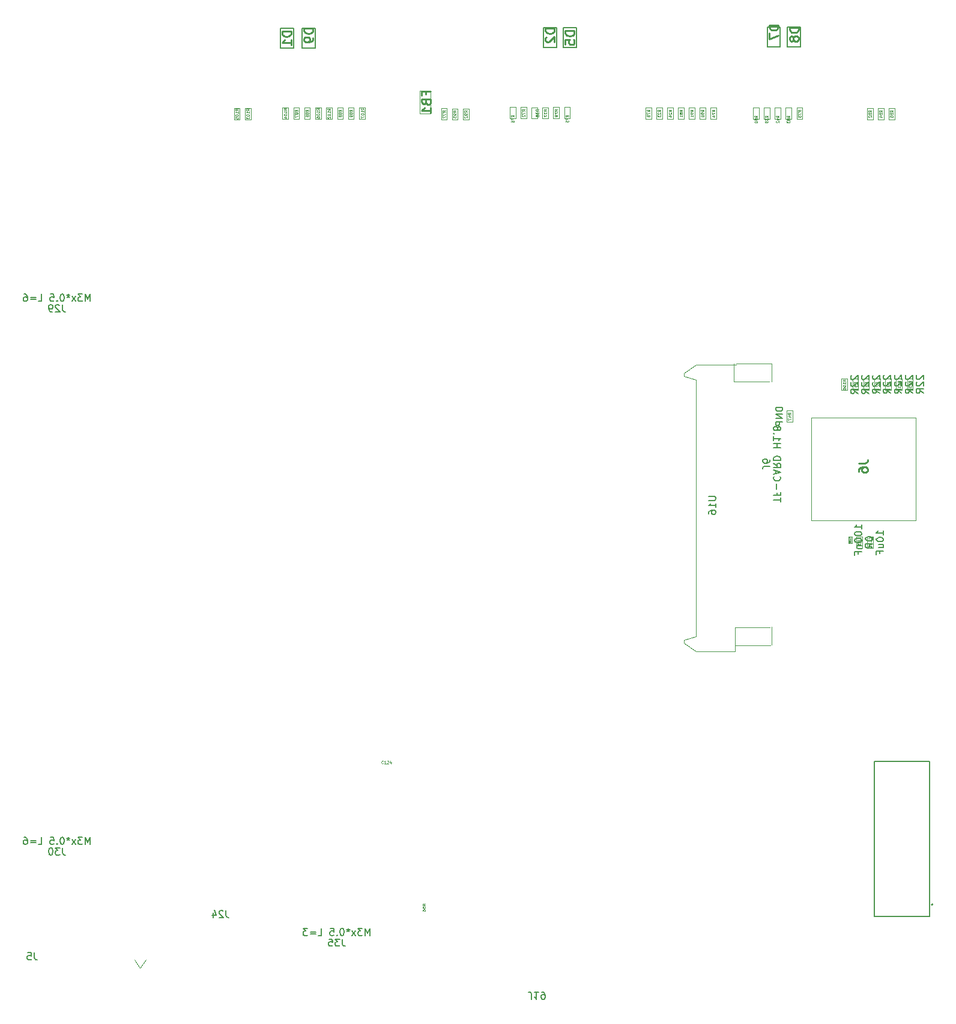
<source format=gbr>
G04 #@! TF.GenerationSoftware,KiCad,Pcbnew,8.0.0-rc1*
G04 #@! TF.CreationDate,2024-04-25T15:33:08+03:00*
G04 #@! TF.ProjectId,MXVR_3568_V4.0,4d585652-5f33-4353-9638-5f56342e302e,REV1*
G04 #@! TF.SameCoordinates,Original*
G04 #@! TF.FileFunction,AssemblyDrawing,Bot*
%FSLAX46Y46*%
G04 Gerber Fmt 4.6, Leading zero omitted, Abs format (unit mm)*
G04 Created by KiCad (PCBNEW 8.0.0-rc1) date 2024-04-25 15:33:08*
%MOMM*%
%LPD*%
G01*
G04 APERTURE LIST*
%ADD10C,0.150000*%
%ADD11C,0.060000*%
%ADD12C,0.254000*%
%ADD13C,0.040000*%
%ADD14C,0.100000*%
%ADD15C,0.200000*%
%ADD16C,0.127000*%
G04 APERTURE END LIST*
D10*
X73949333Y-160504819D02*
X73949333Y-161219104D01*
X73949333Y-161219104D02*
X73996952Y-161361961D01*
X73996952Y-161361961D02*
X74092190Y-161457200D01*
X74092190Y-161457200D02*
X74235047Y-161504819D01*
X74235047Y-161504819D02*
X74330285Y-161504819D01*
X72996952Y-160504819D02*
X73473142Y-160504819D01*
X73473142Y-160504819D02*
X73520761Y-160981009D01*
X73520761Y-160981009D02*
X73473142Y-160933390D01*
X73473142Y-160933390D02*
X73377904Y-160885771D01*
X73377904Y-160885771D02*
X73139809Y-160885771D01*
X73139809Y-160885771D02*
X73044571Y-160933390D01*
X73044571Y-160933390D02*
X72996952Y-160981009D01*
X72996952Y-160981009D02*
X72949333Y-161076247D01*
X72949333Y-161076247D02*
X72949333Y-161314342D01*
X72949333Y-161314342D02*
X72996952Y-161409580D01*
X72996952Y-161409580D02*
X73044571Y-161457200D01*
X73044571Y-161457200D02*
X73139809Y-161504819D01*
X73139809Y-161504819D02*
X73377904Y-161504819D01*
X73377904Y-161504819D02*
X73473142Y-161457200D01*
X73473142Y-161457200D02*
X73520761Y-161409580D01*
D11*
X129061927Y-153885357D02*
X128871451Y-153752024D01*
X129061927Y-153656786D02*
X128661927Y-153656786D01*
X128661927Y-153656786D02*
X128661927Y-153809167D01*
X128661927Y-153809167D02*
X128680975Y-153847262D01*
X128680975Y-153847262D02*
X128700022Y-153866309D01*
X128700022Y-153866309D02*
X128738118Y-153885357D01*
X128738118Y-153885357D02*
X128795260Y-153885357D01*
X128795260Y-153885357D02*
X128833356Y-153866309D01*
X128833356Y-153866309D02*
X128852403Y-153847262D01*
X128852403Y-153847262D02*
X128871451Y-153809167D01*
X128871451Y-153809167D02*
X128871451Y-153656786D01*
X128661927Y-154247262D02*
X128661927Y-154056786D01*
X128661927Y-154056786D02*
X128852403Y-154037738D01*
X128852403Y-154037738D02*
X128833356Y-154056786D01*
X128833356Y-154056786D02*
X128814308Y-154094881D01*
X128814308Y-154094881D02*
X128814308Y-154190119D01*
X128814308Y-154190119D02*
X128833356Y-154228214D01*
X128833356Y-154228214D02*
X128852403Y-154247262D01*
X128852403Y-154247262D02*
X128890499Y-154266309D01*
X128890499Y-154266309D02*
X128985737Y-154266309D01*
X128985737Y-154266309D02*
X129023832Y-154247262D01*
X129023832Y-154247262D02*
X129042880Y-154228214D01*
X129042880Y-154228214D02*
X129061927Y-154190119D01*
X129061927Y-154190119D02*
X129061927Y-154094881D01*
X129061927Y-154094881D02*
X129042880Y-154056786D01*
X129042880Y-154056786D02*
X129023832Y-154037738D01*
X128661927Y-154609166D02*
X128661927Y-154532976D01*
X128661927Y-154532976D02*
X128680975Y-154494880D01*
X128680975Y-154494880D02*
X128700022Y-154475833D01*
X128700022Y-154475833D02*
X128757165Y-154437738D01*
X128757165Y-154437738D02*
X128833356Y-154418690D01*
X128833356Y-154418690D02*
X128985737Y-154418690D01*
X128985737Y-154418690D02*
X129023832Y-154437738D01*
X129023832Y-154437738D02*
X129042880Y-154456785D01*
X129042880Y-154456785D02*
X129061927Y-154494880D01*
X129061927Y-154494880D02*
X129061927Y-154571071D01*
X129061927Y-154571071D02*
X129042880Y-154609166D01*
X129042880Y-154609166D02*
X129023832Y-154628214D01*
X129023832Y-154628214D02*
X128985737Y-154647261D01*
X128985737Y-154647261D02*
X128890499Y-154647261D01*
X128890499Y-154647261D02*
X128852403Y-154628214D01*
X128852403Y-154628214D02*
X128833356Y-154609166D01*
X128833356Y-154609166D02*
X128814308Y-154571071D01*
X128814308Y-154571071D02*
X128814308Y-154494880D01*
X128814308Y-154494880D02*
X128833356Y-154456785D01*
X128833356Y-154456785D02*
X128852403Y-154437738D01*
X128852403Y-154437738D02*
X128890499Y-154418690D01*
X123137381Y-133823832D02*
X123118333Y-133842880D01*
X123118333Y-133842880D02*
X123061191Y-133861927D01*
X123061191Y-133861927D02*
X123023095Y-133861927D01*
X123023095Y-133861927D02*
X122965952Y-133842880D01*
X122965952Y-133842880D02*
X122927857Y-133804784D01*
X122927857Y-133804784D02*
X122908810Y-133766689D01*
X122908810Y-133766689D02*
X122889762Y-133690499D01*
X122889762Y-133690499D02*
X122889762Y-133633356D01*
X122889762Y-133633356D02*
X122908810Y-133557165D01*
X122908810Y-133557165D02*
X122927857Y-133519070D01*
X122927857Y-133519070D02*
X122965952Y-133480975D01*
X122965952Y-133480975D02*
X123023095Y-133461927D01*
X123023095Y-133461927D02*
X123061191Y-133461927D01*
X123061191Y-133461927D02*
X123118333Y-133480975D01*
X123118333Y-133480975D02*
X123137381Y-133500022D01*
X123518333Y-133861927D02*
X123289762Y-133861927D01*
X123404048Y-133861927D02*
X123404048Y-133461927D01*
X123404048Y-133461927D02*
X123365952Y-133519070D01*
X123365952Y-133519070D02*
X123327857Y-133557165D01*
X123327857Y-133557165D02*
X123289762Y-133576213D01*
X123670714Y-133500022D02*
X123689762Y-133480975D01*
X123689762Y-133480975D02*
X123727857Y-133461927D01*
X123727857Y-133461927D02*
X123823095Y-133461927D01*
X123823095Y-133461927D02*
X123861190Y-133480975D01*
X123861190Y-133480975D02*
X123880238Y-133500022D01*
X123880238Y-133500022D02*
X123899285Y-133538118D01*
X123899285Y-133538118D02*
X123899285Y-133576213D01*
X123899285Y-133576213D02*
X123880238Y-133633356D01*
X123880238Y-133633356D02*
X123651666Y-133861927D01*
X123651666Y-133861927D02*
X123899285Y-133861927D01*
X124242142Y-133595260D02*
X124242142Y-133861927D01*
X124146904Y-133442880D02*
X124051666Y-133728594D01*
X124051666Y-133728594D02*
X124299285Y-133728594D01*
D10*
X191134819Y-102142381D02*
X191134819Y-102237619D01*
X191134819Y-102237619D02*
X191182438Y-102332857D01*
X191182438Y-102332857D02*
X191230057Y-102380476D01*
X191230057Y-102380476D02*
X191325295Y-102428095D01*
X191325295Y-102428095D02*
X191515771Y-102475714D01*
X191515771Y-102475714D02*
X191753866Y-102475714D01*
X191753866Y-102475714D02*
X191944342Y-102428095D01*
X191944342Y-102428095D02*
X192039580Y-102380476D01*
X192039580Y-102380476D02*
X192087200Y-102332857D01*
X192087200Y-102332857D02*
X192134819Y-102237619D01*
X192134819Y-102237619D02*
X192134819Y-102142381D01*
X192134819Y-102142381D02*
X192087200Y-102047143D01*
X192087200Y-102047143D02*
X192039580Y-101999524D01*
X192039580Y-101999524D02*
X191944342Y-101951905D01*
X191944342Y-101951905D02*
X191753866Y-101904286D01*
X191753866Y-101904286D02*
X191515771Y-101904286D01*
X191515771Y-101904286D02*
X191325295Y-101951905D01*
X191325295Y-101951905D02*
X191230057Y-101999524D01*
X191230057Y-101999524D02*
X191182438Y-102047143D01*
X191182438Y-102047143D02*
X191134819Y-102142381D01*
X192134819Y-103475714D02*
X191658628Y-103142381D01*
X192134819Y-102904286D02*
X191134819Y-102904286D01*
X191134819Y-102904286D02*
X191134819Y-103285238D01*
X191134819Y-103285238D02*
X191182438Y-103380476D01*
X191182438Y-103380476D02*
X191230057Y-103428095D01*
X191230057Y-103428095D02*
X191325295Y-103475714D01*
X191325295Y-103475714D02*
X191468152Y-103475714D01*
X191468152Y-103475714D02*
X191563390Y-103428095D01*
X191563390Y-103428095D02*
X191611009Y-103380476D01*
X191611009Y-103380476D02*
X191658628Y-103285238D01*
X191658628Y-103285238D02*
X191658628Y-102904286D01*
D11*
X190431927Y-102623333D02*
X190241451Y-102490000D01*
X190431927Y-102394762D02*
X190031927Y-102394762D01*
X190031927Y-102394762D02*
X190031927Y-102547143D01*
X190031927Y-102547143D02*
X190050975Y-102585238D01*
X190050975Y-102585238D02*
X190070022Y-102604285D01*
X190070022Y-102604285D02*
X190108118Y-102623333D01*
X190108118Y-102623333D02*
X190165260Y-102623333D01*
X190165260Y-102623333D02*
X190203356Y-102604285D01*
X190203356Y-102604285D02*
X190222403Y-102585238D01*
X190222403Y-102585238D02*
X190241451Y-102547143D01*
X190241451Y-102547143D02*
X190241451Y-102394762D01*
X190031927Y-102756666D02*
X190031927Y-103004285D01*
X190031927Y-103004285D02*
X190184308Y-102870952D01*
X190184308Y-102870952D02*
X190184308Y-102928095D01*
X190184308Y-102928095D02*
X190203356Y-102966190D01*
X190203356Y-102966190D02*
X190222403Y-102985238D01*
X190222403Y-102985238D02*
X190260499Y-103004285D01*
X190260499Y-103004285D02*
X190355737Y-103004285D01*
X190355737Y-103004285D02*
X190393832Y-102985238D01*
X190393832Y-102985238D02*
X190412880Y-102966190D01*
X190412880Y-102966190D02*
X190431927Y-102928095D01*
X190431927Y-102928095D02*
X190431927Y-102813809D01*
X190431927Y-102813809D02*
X190412880Y-102775714D01*
X190412880Y-102775714D02*
X190393832Y-102756666D01*
X143101927Y-41932857D02*
X142911451Y-41799524D01*
X143101927Y-41704286D02*
X142701927Y-41704286D01*
X142701927Y-41704286D02*
X142701927Y-41856667D01*
X142701927Y-41856667D02*
X142720975Y-41894762D01*
X142720975Y-41894762D02*
X142740022Y-41913809D01*
X142740022Y-41913809D02*
X142778118Y-41932857D01*
X142778118Y-41932857D02*
X142835260Y-41932857D01*
X142835260Y-41932857D02*
X142873356Y-41913809D01*
X142873356Y-41913809D02*
X142892403Y-41894762D01*
X142892403Y-41894762D02*
X142911451Y-41856667D01*
X142911451Y-41856667D02*
X142911451Y-41704286D01*
X142701927Y-42066190D02*
X142701927Y-42332857D01*
X142701927Y-42332857D02*
X143101927Y-42161428D01*
X142740022Y-42466190D02*
X142720975Y-42485238D01*
X142720975Y-42485238D02*
X142701927Y-42523333D01*
X142701927Y-42523333D02*
X142701927Y-42618571D01*
X142701927Y-42618571D02*
X142720975Y-42656666D01*
X142720975Y-42656666D02*
X142740022Y-42675714D01*
X142740022Y-42675714D02*
X142778118Y-42694761D01*
X142778118Y-42694761D02*
X142816213Y-42694761D01*
X142816213Y-42694761D02*
X142873356Y-42675714D01*
X142873356Y-42675714D02*
X143101927Y-42447142D01*
X143101927Y-42447142D02*
X143101927Y-42694761D01*
D10*
X169024819Y-96206905D02*
X169834342Y-96206905D01*
X169834342Y-96206905D02*
X169929580Y-96254524D01*
X169929580Y-96254524D02*
X169977200Y-96302143D01*
X169977200Y-96302143D02*
X170024819Y-96397381D01*
X170024819Y-96397381D02*
X170024819Y-96587857D01*
X170024819Y-96587857D02*
X169977200Y-96683095D01*
X169977200Y-96683095D02*
X169929580Y-96730714D01*
X169929580Y-96730714D02*
X169834342Y-96778333D01*
X169834342Y-96778333D02*
X169024819Y-96778333D01*
X170024819Y-97778333D02*
X170024819Y-97206905D01*
X170024819Y-97492619D02*
X169024819Y-97492619D01*
X169024819Y-97492619D02*
X169167676Y-97397381D01*
X169167676Y-97397381D02*
X169262914Y-97302143D01*
X169262914Y-97302143D02*
X169310533Y-97206905D01*
X169024819Y-98635476D02*
X169024819Y-98445000D01*
X169024819Y-98445000D02*
X169072438Y-98349762D01*
X169072438Y-98349762D02*
X169120057Y-98302143D01*
X169120057Y-98302143D02*
X169262914Y-98206905D01*
X169262914Y-98206905D02*
X169453390Y-98159286D01*
X169453390Y-98159286D02*
X169834342Y-98159286D01*
X169834342Y-98159286D02*
X169929580Y-98206905D01*
X169929580Y-98206905D02*
X169977200Y-98254524D01*
X169977200Y-98254524D02*
X170024819Y-98349762D01*
X170024819Y-98349762D02*
X170024819Y-98540238D01*
X170024819Y-98540238D02*
X169977200Y-98635476D01*
X169977200Y-98635476D02*
X169929580Y-98683095D01*
X169929580Y-98683095D02*
X169834342Y-98730714D01*
X169834342Y-98730714D02*
X169596247Y-98730714D01*
X169596247Y-98730714D02*
X169501009Y-98683095D01*
X169501009Y-98683095D02*
X169453390Y-98635476D01*
X169453390Y-98635476D02*
X169405771Y-98540238D01*
X169405771Y-98540238D02*
X169405771Y-98349762D01*
X169405771Y-98349762D02*
X169453390Y-98254524D01*
X169453390Y-98254524D02*
X169501009Y-98206905D01*
X169501009Y-98206905D02*
X169596247Y-98159286D01*
D12*
X150069318Y-30628118D02*
X148799318Y-30628118D01*
X148799318Y-30628118D02*
X148799318Y-30930499D01*
X148799318Y-30930499D02*
X148859794Y-31111928D01*
X148859794Y-31111928D02*
X148980746Y-31232880D01*
X148980746Y-31232880D02*
X149101699Y-31293357D01*
X149101699Y-31293357D02*
X149343603Y-31353833D01*
X149343603Y-31353833D02*
X149525032Y-31353833D01*
X149525032Y-31353833D02*
X149766937Y-31293357D01*
X149766937Y-31293357D02*
X149887889Y-31232880D01*
X149887889Y-31232880D02*
X150008842Y-31111928D01*
X150008842Y-31111928D02*
X150069318Y-30930499D01*
X150069318Y-30930499D02*
X150069318Y-30628118D01*
X148799318Y-32502880D02*
X148799318Y-31898118D01*
X148799318Y-31898118D02*
X149404080Y-31837642D01*
X149404080Y-31837642D02*
X149343603Y-31898118D01*
X149343603Y-31898118D02*
X149283127Y-32019071D01*
X149283127Y-32019071D02*
X149283127Y-32321452D01*
X149283127Y-32321452D02*
X149343603Y-32442404D01*
X149343603Y-32442404D02*
X149404080Y-32502880D01*
X149404080Y-32502880D02*
X149525032Y-32563357D01*
X149525032Y-32563357D02*
X149827413Y-32563357D01*
X149827413Y-32563357D02*
X149948365Y-32502880D01*
X149948365Y-32502880D02*
X150008842Y-32442404D01*
X150008842Y-32442404D02*
X150069318Y-32321452D01*
X150069318Y-32321452D02*
X150069318Y-32019071D01*
X150069318Y-32019071D02*
X150008842Y-31898118D01*
X150008842Y-31898118D02*
X149948365Y-31837642D01*
D11*
X163781927Y-41977857D02*
X163591451Y-41844524D01*
X163781927Y-41749286D02*
X163381927Y-41749286D01*
X163381927Y-41749286D02*
X163381927Y-41901667D01*
X163381927Y-41901667D02*
X163400975Y-41939762D01*
X163400975Y-41939762D02*
X163420022Y-41958809D01*
X163420022Y-41958809D02*
X163458118Y-41977857D01*
X163458118Y-41977857D02*
X163515260Y-41977857D01*
X163515260Y-41977857D02*
X163553356Y-41958809D01*
X163553356Y-41958809D02*
X163572403Y-41939762D01*
X163572403Y-41939762D02*
X163591451Y-41901667D01*
X163591451Y-41901667D02*
X163591451Y-41749286D01*
X163420022Y-42130238D02*
X163400975Y-42149286D01*
X163400975Y-42149286D02*
X163381927Y-42187381D01*
X163381927Y-42187381D02*
X163381927Y-42282619D01*
X163381927Y-42282619D02*
X163400975Y-42320714D01*
X163400975Y-42320714D02*
X163420022Y-42339762D01*
X163420022Y-42339762D02*
X163458118Y-42358809D01*
X163458118Y-42358809D02*
X163496213Y-42358809D01*
X163496213Y-42358809D02*
X163553356Y-42339762D01*
X163553356Y-42339762D02*
X163781927Y-42111190D01*
X163781927Y-42111190D02*
X163781927Y-42358809D01*
X163515260Y-42701666D02*
X163781927Y-42701666D01*
X163362880Y-42606428D02*
X163648594Y-42511190D01*
X163648594Y-42511190D02*
X163648594Y-42758809D01*
D12*
X147269318Y-30278118D02*
X145999318Y-30278118D01*
X145999318Y-30278118D02*
X145999318Y-30580499D01*
X145999318Y-30580499D02*
X146059794Y-30761928D01*
X146059794Y-30761928D02*
X146180746Y-30882880D01*
X146180746Y-30882880D02*
X146301699Y-30943357D01*
X146301699Y-30943357D02*
X146543603Y-31003833D01*
X146543603Y-31003833D02*
X146725032Y-31003833D01*
X146725032Y-31003833D02*
X146966937Y-30943357D01*
X146966937Y-30943357D02*
X147087889Y-30882880D01*
X147087889Y-30882880D02*
X147208842Y-30761928D01*
X147208842Y-30761928D02*
X147269318Y-30580499D01*
X147269318Y-30580499D02*
X147269318Y-30278118D01*
X146120270Y-31487642D02*
X146059794Y-31548118D01*
X146059794Y-31548118D02*
X145999318Y-31669071D01*
X145999318Y-31669071D02*
X145999318Y-31971452D01*
X145999318Y-31971452D02*
X146059794Y-32092404D01*
X146059794Y-32092404D02*
X146120270Y-32152880D01*
X146120270Y-32152880D02*
X146241222Y-32213357D01*
X146241222Y-32213357D02*
X146362175Y-32213357D01*
X146362175Y-32213357D02*
X146543603Y-32152880D01*
X146543603Y-32152880D02*
X147269318Y-31427166D01*
X147269318Y-31427166D02*
X147269318Y-32213357D01*
D11*
X118771927Y-41962857D02*
X118581451Y-41829524D01*
X118771927Y-41734286D02*
X118371927Y-41734286D01*
X118371927Y-41734286D02*
X118371927Y-41886667D01*
X118371927Y-41886667D02*
X118390975Y-41924762D01*
X118390975Y-41924762D02*
X118410022Y-41943809D01*
X118410022Y-41943809D02*
X118448118Y-41962857D01*
X118448118Y-41962857D02*
X118505260Y-41962857D01*
X118505260Y-41962857D02*
X118543356Y-41943809D01*
X118543356Y-41943809D02*
X118562403Y-41924762D01*
X118562403Y-41924762D02*
X118581451Y-41886667D01*
X118581451Y-41886667D02*
X118581451Y-41734286D01*
X118543356Y-42191428D02*
X118524308Y-42153333D01*
X118524308Y-42153333D02*
X118505260Y-42134286D01*
X118505260Y-42134286D02*
X118467165Y-42115238D01*
X118467165Y-42115238D02*
X118448118Y-42115238D01*
X118448118Y-42115238D02*
X118410022Y-42134286D01*
X118410022Y-42134286D02*
X118390975Y-42153333D01*
X118390975Y-42153333D02*
X118371927Y-42191428D01*
X118371927Y-42191428D02*
X118371927Y-42267619D01*
X118371927Y-42267619D02*
X118390975Y-42305714D01*
X118390975Y-42305714D02*
X118410022Y-42324762D01*
X118410022Y-42324762D02*
X118448118Y-42343809D01*
X118448118Y-42343809D02*
X118467165Y-42343809D01*
X118467165Y-42343809D02*
X118505260Y-42324762D01*
X118505260Y-42324762D02*
X118524308Y-42305714D01*
X118524308Y-42305714D02*
X118543356Y-42267619D01*
X118543356Y-42267619D02*
X118543356Y-42191428D01*
X118543356Y-42191428D02*
X118562403Y-42153333D01*
X118562403Y-42153333D02*
X118581451Y-42134286D01*
X118581451Y-42134286D02*
X118619546Y-42115238D01*
X118619546Y-42115238D02*
X118695737Y-42115238D01*
X118695737Y-42115238D02*
X118733832Y-42134286D01*
X118733832Y-42134286D02*
X118752880Y-42153333D01*
X118752880Y-42153333D02*
X118771927Y-42191428D01*
X118771927Y-42191428D02*
X118771927Y-42267619D01*
X118771927Y-42267619D02*
X118752880Y-42305714D01*
X118752880Y-42305714D02*
X118733832Y-42324762D01*
X118733832Y-42324762D02*
X118695737Y-42343809D01*
X118695737Y-42343809D02*
X118619546Y-42343809D01*
X118619546Y-42343809D02*
X118581451Y-42324762D01*
X118581451Y-42324762D02*
X118562403Y-42305714D01*
X118562403Y-42305714D02*
X118543356Y-42267619D01*
X118771927Y-42534285D02*
X118771927Y-42610476D01*
X118771927Y-42610476D02*
X118752880Y-42648571D01*
X118752880Y-42648571D02*
X118733832Y-42667619D01*
X118733832Y-42667619D02*
X118676689Y-42705714D01*
X118676689Y-42705714D02*
X118600499Y-42724761D01*
X118600499Y-42724761D02*
X118448118Y-42724761D01*
X118448118Y-42724761D02*
X118410022Y-42705714D01*
X118410022Y-42705714D02*
X118390975Y-42686666D01*
X118390975Y-42686666D02*
X118371927Y-42648571D01*
X118371927Y-42648571D02*
X118371927Y-42572380D01*
X118371927Y-42572380D02*
X118390975Y-42534285D01*
X118390975Y-42534285D02*
X118410022Y-42515238D01*
X118410022Y-42515238D02*
X118448118Y-42496190D01*
X118448118Y-42496190D02*
X118543356Y-42496190D01*
X118543356Y-42496190D02*
X118581451Y-42515238D01*
X118581451Y-42515238D02*
X118600499Y-42534285D01*
X118600499Y-42534285D02*
X118619546Y-42572380D01*
X118619546Y-42572380D02*
X118619546Y-42648571D01*
X118619546Y-42648571D02*
X118600499Y-42686666D01*
X118600499Y-42686666D02*
X118581451Y-42705714D01*
X118581451Y-42705714D02*
X118543356Y-42724761D01*
X115671927Y-41792381D02*
X115481451Y-41659048D01*
X115671927Y-41563810D02*
X115271927Y-41563810D01*
X115271927Y-41563810D02*
X115271927Y-41716191D01*
X115271927Y-41716191D02*
X115290975Y-41754286D01*
X115290975Y-41754286D02*
X115310022Y-41773333D01*
X115310022Y-41773333D02*
X115348118Y-41792381D01*
X115348118Y-41792381D02*
X115405260Y-41792381D01*
X115405260Y-41792381D02*
X115443356Y-41773333D01*
X115443356Y-41773333D02*
X115462403Y-41754286D01*
X115462403Y-41754286D02*
X115481451Y-41716191D01*
X115481451Y-41716191D02*
X115481451Y-41563810D01*
X115671927Y-42173333D02*
X115671927Y-41944762D01*
X115671927Y-42059048D02*
X115271927Y-42059048D01*
X115271927Y-42059048D02*
X115329070Y-42020952D01*
X115329070Y-42020952D02*
X115367165Y-41982857D01*
X115367165Y-41982857D02*
X115386213Y-41944762D01*
X115271927Y-42420952D02*
X115271927Y-42459047D01*
X115271927Y-42459047D02*
X115290975Y-42497143D01*
X115290975Y-42497143D02*
X115310022Y-42516190D01*
X115310022Y-42516190D02*
X115348118Y-42535238D01*
X115348118Y-42535238D02*
X115424308Y-42554285D01*
X115424308Y-42554285D02*
X115519546Y-42554285D01*
X115519546Y-42554285D02*
X115595737Y-42535238D01*
X115595737Y-42535238D02*
X115633832Y-42516190D01*
X115633832Y-42516190D02*
X115652880Y-42497143D01*
X115652880Y-42497143D02*
X115671927Y-42459047D01*
X115671927Y-42459047D02*
X115671927Y-42420952D01*
X115671927Y-42420952D02*
X115652880Y-42382857D01*
X115652880Y-42382857D02*
X115633832Y-42363809D01*
X115633832Y-42363809D02*
X115595737Y-42344762D01*
X115595737Y-42344762D02*
X115519546Y-42325714D01*
X115519546Y-42325714D02*
X115424308Y-42325714D01*
X115424308Y-42325714D02*
X115348118Y-42344762D01*
X115348118Y-42344762D02*
X115310022Y-42363809D01*
X115310022Y-42363809D02*
X115290975Y-42382857D01*
X115290975Y-42382857D02*
X115271927Y-42420952D01*
X115310022Y-42706666D02*
X115290975Y-42725714D01*
X115290975Y-42725714D02*
X115271927Y-42763809D01*
X115271927Y-42763809D02*
X115271927Y-42859047D01*
X115271927Y-42859047D02*
X115290975Y-42897142D01*
X115290975Y-42897142D02*
X115310022Y-42916190D01*
X115310022Y-42916190D02*
X115348118Y-42935237D01*
X115348118Y-42935237D02*
X115386213Y-42935237D01*
X115386213Y-42935237D02*
X115443356Y-42916190D01*
X115443356Y-42916190D02*
X115671927Y-42687618D01*
X115671927Y-42687618D02*
X115671927Y-42935237D01*
D10*
X193760057Y-79153095D02*
X193712438Y-79200714D01*
X193712438Y-79200714D02*
X193664819Y-79295952D01*
X193664819Y-79295952D02*
X193664819Y-79534047D01*
X193664819Y-79534047D02*
X193712438Y-79629285D01*
X193712438Y-79629285D02*
X193760057Y-79676904D01*
X193760057Y-79676904D02*
X193855295Y-79724523D01*
X193855295Y-79724523D02*
X193950533Y-79724523D01*
X193950533Y-79724523D02*
X194093390Y-79676904D01*
X194093390Y-79676904D02*
X194664819Y-79105476D01*
X194664819Y-79105476D02*
X194664819Y-79724523D01*
X193760057Y-80105476D02*
X193712438Y-80153095D01*
X193712438Y-80153095D02*
X193664819Y-80248333D01*
X193664819Y-80248333D02*
X193664819Y-80486428D01*
X193664819Y-80486428D02*
X193712438Y-80581666D01*
X193712438Y-80581666D02*
X193760057Y-80629285D01*
X193760057Y-80629285D02*
X193855295Y-80676904D01*
X193855295Y-80676904D02*
X193950533Y-80676904D01*
X193950533Y-80676904D02*
X194093390Y-80629285D01*
X194093390Y-80629285D02*
X194664819Y-80057857D01*
X194664819Y-80057857D02*
X194664819Y-80676904D01*
X194664819Y-81676904D02*
X194188628Y-81343571D01*
X194664819Y-81105476D02*
X193664819Y-81105476D01*
X193664819Y-81105476D02*
X193664819Y-81486428D01*
X193664819Y-81486428D02*
X193712438Y-81581666D01*
X193712438Y-81581666D02*
X193760057Y-81629285D01*
X193760057Y-81629285D02*
X193855295Y-81676904D01*
X193855295Y-81676904D02*
X193998152Y-81676904D01*
X193998152Y-81676904D02*
X194093390Y-81629285D01*
X194093390Y-81629285D02*
X194141009Y-81581666D01*
X194141009Y-81581666D02*
X194188628Y-81486428D01*
X194188628Y-81486428D02*
X194188628Y-81105476D01*
D11*
X192961927Y-80348333D02*
X192771451Y-80215000D01*
X192961927Y-80119762D02*
X192561927Y-80119762D01*
X192561927Y-80119762D02*
X192561927Y-80272143D01*
X192561927Y-80272143D02*
X192580975Y-80310238D01*
X192580975Y-80310238D02*
X192600022Y-80329285D01*
X192600022Y-80329285D02*
X192638118Y-80348333D01*
X192638118Y-80348333D02*
X192695260Y-80348333D01*
X192695260Y-80348333D02*
X192733356Y-80329285D01*
X192733356Y-80329285D02*
X192752403Y-80310238D01*
X192752403Y-80310238D02*
X192771451Y-80272143D01*
X192771451Y-80272143D02*
X192771451Y-80119762D01*
X192561927Y-80481666D02*
X192561927Y-80748333D01*
X192561927Y-80748333D02*
X192961927Y-80576904D01*
D10*
X100969523Y-154554819D02*
X100969523Y-155269104D01*
X100969523Y-155269104D02*
X101017142Y-155411961D01*
X101017142Y-155411961D02*
X101112380Y-155507200D01*
X101112380Y-155507200D02*
X101255237Y-155554819D01*
X101255237Y-155554819D02*
X101350475Y-155554819D01*
X100540951Y-154650057D02*
X100493332Y-154602438D01*
X100493332Y-154602438D02*
X100398094Y-154554819D01*
X100398094Y-154554819D02*
X100159999Y-154554819D01*
X100159999Y-154554819D02*
X100064761Y-154602438D01*
X100064761Y-154602438D02*
X100017142Y-154650057D01*
X100017142Y-154650057D02*
X99969523Y-154745295D01*
X99969523Y-154745295D02*
X99969523Y-154840533D01*
X99969523Y-154840533D02*
X100017142Y-154983390D01*
X100017142Y-154983390D02*
X100588570Y-155554819D01*
X100588570Y-155554819D02*
X99969523Y-155554819D01*
X99112380Y-154888152D02*
X99112380Y-155554819D01*
X99350475Y-154507200D02*
X99588570Y-155221485D01*
X99588570Y-155221485D02*
X98969523Y-155221485D01*
D11*
X168341927Y-41967857D02*
X168151451Y-41834524D01*
X168341927Y-41739286D02*
X167941927Y-41739286D01*
X167941927Y-41739286D02*
X167941927Y-41891667D01*
X167941927Y-41891667D02*
X167960975Y-41929762D01*
X167960975Y-41929762D02*
X167980022Y-41948809D01*
X167980022Y-41948809D02*
X168018118Y-41967857D01*
X168018118Y-41967857D02*
X168075260Y-41967857D01*
X168075260Y-41967857D02*
X168113356Y-41948809D01*
X168113356Y-41948809D02*
X168132403Y-41929762D01*
X168132403Y-41929762D02*
X168151451Y-41891667D01*
X168151451Y-41891667D02*
X168151451Y-41739286D01*
X168341927Y-42158333D02*
X168341927Y-42234524D01*
X168341927Y-42234524D02*
X168322880Y-42272619D01*
X168322880Y-42272619D02*
X168303832Y-42291667D01*
X168303832Y-42291667D02*
X168246689Y-42329762D01*
X168246689Y-42329762D02*
X168170499Y-42348809D01*
X168170499Y-42348809D02*
X168018118Y-42348809D01*
X168018118Y-42348809D02*
X167980022Y-42329762D01*
X167980022Y-42329762D02*
X167960975Y-42310714D01*
X167960975Y-42310714D02*
X167941927Y-42272619D01*
X167941927Y-42272619D02*
X167941927Y-42196428D01*
X167941927Y-42196428D02*
X167960975Y-42158333D01*
X167960975Y-42158333D02*
X167980022Y-42139286D01*
X167980022Y-42139286D02*
X168018118Y-42120238D01*
X168018118Y-42120238D02*
X168113356Y-42120238D01*
X168113356Y-42120238D02*
X168151451Y-42139286D01*
X168151451Y-42139286D02*
X168170499Y-42158333D01*
X168170499Y-42158333D02*
X168189546Y-42196428D01*
X168189546Y-42196428D02*
X168189546Y-42272619D01*
X168189546Y-42272619D02*
X168170499Y-42310714D01*
X168170499Y-42310714D02*
X168151451Y-42329762D01*
X168151451Y-42329762D02*
X168113356Y-42348809D01*
X167941927Y-42596428D02*
X167941927Y-42634523D01*
X167941927Y-42634523D02*
X167960975Y-42672619D01*
X167960975Y-42672619D02*
X167980022Y-42691666D01*
X167980022Y-42691666D02*
X168018118Y-42710714D01*
X168018118Y-42710714D02*
X168094308Y-42729761D01*
X168094308Y-42729761D02*
X168189546Y-42729761D01*
X168189546Y-42729761D02*
X168265737Y-42710714D01*
X168265737Y-42710714D02*
X168303832Y-42691666D01*
X168303832Y-42691666D02*
X168322880Y-42672619D01*
X168322880Y-42672619D02*
X168341927Y-42634523D01*
X168341927Y-42634523D02*
X168341927Y-42596428D01*
X168341927Y-42596428D02*
X168322880Y-42558333D01*
X168322880Y-42558333D02*
X168303832Y-42539285D01*
X168303832Y-42539285D02*
X168265737Y-42520238D01*
X168265737Y-42520238D02*
X168189546Y-42501190D01*
X168189546Y-42501190D02*
X168094308Y-42501190D01*
X168094308Y-42501190D02*
X168018118Y-42520238D01*
X168018118Y-42520238D02*
X167980022Y-42539285D01*
X167980022Y-42539285D02*
X167960975Y-42558333D01*
X167960975Y-42558333D02*
X167941927Y-42596428D01*
X180441927Y-42817857D02*
X180251451Y-42684524D01*
X180441927Y-42589286D02*
X180041927Y-42589286D01*
X180041927Y-42589286D02*
X180041927Y-42741667D01*
X180041927Y-42741667D02*
X180060975Y-42779762D01*
X180060975Y-42779762D02*
X180080022Y-42798809D01*
X180080022Y-42798809D02*
X180118118Y-42817857D01*
X180118118Y-42817857D02*
X180175260Y-42817857D01*
X180175260Y-42817857D02*
X180213356Y-42798809D01*
X180213356Y-42798809D02*
X180232403Y-42779762D01*
X180232403Y-42779762D02*
X180251451Y-42741667D01*
X180251451Y-42741667D02*
X180251451Y-42589286D01*
X180213356Y-43046428D02*
X180194308Y-43008333D01*
X180194308Y-43008333D02*
X180175260Y-42989286D01*
X180175260Y-42989286D02*
X180137165Y-42970238D01*
X180137165Y-42970238D02*
X180118118Y-42970238D01*
X180118118Y-42970238D02*
X180080022Y-42989286D01*
X180080022Y-42989286D02*
X180060975Y-43008333D01*
X180060975Y-43008333D02*
X180041927Y-43046428D01*
X180041927Y-43046428D02*
X180041927Y-43122619D01*
X180041927Y-43122619D02*
X180060975Y-43160714D01*
X180060975Y-43160714D02*
X180080022Y-43179762D01*
X180080022Y-43179762D02*
X180118118Y-43198809D01*
X180118118Y-43198809D02*
X180137165Y-43198809D01*
X180137165Y-43198809D02*
X180175260Y-43179762D01*
X180175260Y-43179762D02*
X180194308Y-43160714D01*
X180194308Y-43160714D02*
X180213356Y-43122619D01*
X180213356Y-43122619D02*
X180213356Y-43046428D01*
X180213356Y-43046428D02*
X180232403Y-43008333D01*
X180232403Y-43008333D02*
X180251451Y-42989286D01*
X180251451Y-42989286D02*
X180289546Y-42970238D01*
X180289546Y-42970238D02*
X180365737Y-42970238D01*
X180365737Y-42970238D02*
X180403832Y-42989286D01*
X180403832Y-42989286D02*
X180422880Y-43008333D01*
X180422880Y-43008333D02*
X180441927Y-43046428D01*
X180441927Y-43046428D02*
X180441927Y-43122619D01*
X180441927Y-43122619D02*
X180422880Y-43160714D01*
X180422880Y-43160714D02*
X180403832Y-43179762D01*
X180403832Y-43179762D02*
X180365737Y-43198809D01*
X180365737Y-43198809D02*
X180289546Y-43198809D01*
X180289546Y-43198809D02*
X180251451Y-43179762D01*
X180251451Y-43179762D02*
X180232403Y-43160714D01*
X180232403Y-43160714D02*
X180213356Y-43122619D01*
X180041927Y-43332142D02*
X180041927Y-43579761D01*
X180041927Y-43579761D02*
X180194308Y-43446428D01*
X180194308Y-43446428D02*
X180194308Y-43503571D01*
X180194308Y-43503571D02*
X180213356Y-43541666D01*
X180213356Y-43541666D02*
X180232403Y-43560714D01*
X180232403Y-43560714D02*
X180270499Y-43579761D01*
X180270499Y-43579761D02*
X180365737Y-43579761D01*
X180365737Y-43579761D02*
X180403832Y-43560714D01*
X180403832Y-43560714D02*
X180422880Y-43541666D01*
X180422880Y-43541666D02*
X180441927Y-43503571D01*
X180441927Y-43503571D02*
X180441927Y-43389285D01*
X180441927Y-43389285D02*
X180422880Y-43351190D01*
X180422880Y-43351190D02*
X180403832Y-43332142D01*
X133391927Y-42117857D02*
X133201451Y-41984524D01*
X133391927Y-41889286D02*
X132991927Y-41889286D01*
X132991927Y-41889286D02*
X132991927Y-42041667D01*
X132991927Y-42041667D02*
X133010975Y-42079762D01*
X133010975Y-42079762D02*
X133030022Y-42098809D01*
X133030022Y-42098809D02*
X133068118Y-42117857D01*
X133068118Y-42117857D02*
X133125260Y-42117857D01*
X133125260Y-42117857D02*
X133163356Y-42098809D01*
X133163356Y-42098809D02*
X133182403Y-42079762D01*
X133182403Y-42079762D02*
X133201451Y-42041667D01*
X133201451Y-42041667D02*
X133201451Y-41889286D01*
X133391927Y-42308333D02*
X133391927Y-42384524D01*
X133391927Y-42384524D02*
X133372880Y-42422619D01*
X133372880Y-42422619D02*
X133353832Y-42441667D01*
X133353832Y-42441667D02*
X133296689Y-42479762D01*
X133296689Y-42479762D02*
X133220499Y-42498809D01*
X133220499Y-42498809D02*
X133068118Y-42498809D01*
X133068118Y-42498809D02*
X133030022Y-42479762D01*
X133030022Y-42479762D02*
X133010975Y-42460714D01*
X133010975Y-42460714D02*
X132991927Y-42422619D01*
X132991927Y-42422619D02*
X132991927Y-42346428D01*
X132991927Y-42346428D02*
X133010975Y-42308333D01*
X133010975Y-42308333D02*
X133030022Y-42289286D01*
X133030022Y-42289286D02*
X133068118Y-42270238D01*
X133068118Y-42270238D02*
X133163356Y-42270238D01*
X133163356Y-42270238D02*
X133201451Y-42289286D01*
X133201451Y-42289286D02*
X133220499Y-42308333D01*
X133220499Y-42308333D02*
X133239546Y-42346428D01*
X133239546Y-42346428D02*
X133239546Y-42422619D01*
X133239546Y-42422619D02*
X133220499Y-42460714D01*
X133220499Y-42460714D02*
X133201451Y-42479762D01*
X133201451Y-42479762D02*
X133163356Y-42498809D01*
X132991927Y-42632142D02*
X132991927Y-42879761D01*
X132991927Y-42879761D02*
X133144308Y-42746428D01*
X133144308Y-42746428D02*
X133144308Y-42803571D01*
X133144308Y-42803571D02*
X133163356Y-42841666D01*
X133163356Y-42841666D02*
X133182403Y-42860714D01*
X133182403Y-42860714D02*
X133220499Y-42879761D01*
X133220499Y-42879761D02*
X133315737Y-42879761D01*
X133315737Y-42879761D02*
X133353832Y-42860714D01*
X133353832Y-42860714D02*
X133372880Y-42841666D01*
X133372880Y-42841666D02*
X133391927Y-42803571D01*
X133391927Y-42803571D02*
X133391927Y-42689285D01*
X133391927Y-42689285D02*
X133372880Y-42651190D01*
X133372880Y-42651190D02*
X133353832Y-42632142D01*
X193461927Y-42047857D02*
X193271451Y-41914524D01*
X193461927Y-41819286D02*
X193061927Y-41819286D01*
X193061927Y-41819286D02*
X193061927Y-41971667D01*
X193061927Y-41971667D02*
X193080975Y-42009762D01*
X193080975Y-42009762D02*
X193100022Y-42028809D01*
X193100022Y-42028809D02*
X193138118Y-42047857D01*
X193138118Y-42047857D02*
X193195260Y-42047857D01*
X193195260Y-42047857D02*
X193233356Y-42028809D01*
X193233356Y-42028809D02*
X193252403Y-42009762D01*
X193252403Y-42009762D02*
X193271451Y-41971667D01*
X193271451Y-41971667D02*
X193271451Y-41819286D01*
X193233356Y-42276428D02*
X193214308Y-42238333D01*
X193214308Y-42238333D02*
X193195260Y-42219286D01*
X193195260Y-42219286D02*
X193157165Y-42200238D01*
X193157165Y-42200238D02*
X193138118Y-42200238D01*
X193138118Y-42200238D02*
X193100022Y-42219286D01*
X193100022Y-42219286D02*
X193080975Y-42238333D01*
X193080975Y-42238333D02*
X193061927Y-42276428D01*
X193061927Y-42276428D02*
X193061927Y-42352619D01*
X193061927Y-42352619D02*
X193080975Y-42390714D01*
X193080975Y-42390714D02*
X193100022Y-42409762D01*
X193100022Y-42409762D02*
X193138118Y-42428809D01*
X193138118Y-42428809D02*
X193157165Y-42428809D01*
X193157165Y-42428809D02*
X193195260Y-42409762D01*
X193195260Y-42409762D02*
X193214308Y-42390714D01*
X193214308Y-42390714D02*
X193233356Y-42352619D01*
X193233356Y-42352619D02*
X193233356Y-42276428D01*
X193233356Y-42276428D02*
X193252403Y-42238333D01*
X193252403Y-42238333D02*
X193271451Y-42219286D01*
X193271451Y-42219286D02*
X193309546Y-42200238D01*
X193309546Y-42200238D02*
X193385737Y-42200238D01*
X193385737Y-42200238D02*
X193423832Y-42219286D01*
X193423832Y-42219286D02*
X193442880Y-42238333D01*
X193442880Y-42238333D02*
X193461927Y-42276428D01*
X193461927Y-42276428D02*
X193461927Y-42352619D01*
X193461927Y-42352619D02*
X193442880Y-42390714D01*
X193442880Y-42390714D02*
X193423832Y-42409762D01*
X193423832Y-42409762D02*
X193385737Y-42428809D01*
X193385737Y-42428809D02*
X193309546Y-42428809D01*
X193309546Y-42428809D02*
X193271451Y-42409762D01*
X193271451Y-42409762D02*
X193252403Y-42390714D01*
X193252403Y-42390714D02*
X193233356Y-42352619D01*
X193195260Y-42771666D02*
X193461927Y-42771666D01*
X193042880Y-42676428D02*
X193328594Y-42581190D01*
X193328594Y-42581190D02*
X193328594Y-42828809D01*
X162241927Y-41977857D02*
X162051451Y-41844524D01*
X162241927Y-41749286D02*
X161841927Y-41749286D01*
X161841927Y-41749286D02*
X161841927Y-41901667D01*
X161841927Y-41901667D02*
X161860975Y-41939762D01*
X161860975Y-41939762D02*
X161880022Y-41958809D01*
X161880022Y-41958809D02*
X161918118Y-41977857D01*
X161918118Y-41977857D02*
X161975260Y-41977857D01*
X161975260Y-41977857D02*
X162013356Y-41958809D01*
X162013356Y-41958809D02*
X162032403Y-41939762D01*
X162032403Y-41939762D02*
X162051451Y-41901667D01*
X162051451Y-41901667D02*
X162051451Y-41749286D01*
X161880022Y-42130238D02*
X161860975Y-42149286D01*
X161860975Y-42149286D02*
X161841927Y-42187381D01*
X161841927Y-42187381D02*
X161841927Y-42282619D01*
X161841927Y-42282619D02*
X161860975Y-42320714D01*
X161860975Y-42320714D02*
X161880022Y-42339762D01*
X161880022Y-42339762D02*
X161918118Y-42358809D01*
X161918118Y-42358809D02*
X161956213Y-42358809D01*
X161956213Y-42358809D02*
X162013356Y-42339762D01*
X162013356Y-42339762D02*
X162241927Y-42111190D01*
X162241927Y-42111190D02*
X162241927Y-42358809D01*
X161841927Y-42492142D02*
X161841927Y-42739761D01*
X161841927Y-42739761D02*
X161994308Y-42606428D01*
X161994308Y-42606428D02*
X161994308Y-42663571D01*
X161994308Y-42663571D02*
X162013356Y-42701666D01*
X162013356Y-42701666D02*
X162032403Y-42720714D01*
X162032403Y-42720714D02*
X162070499Y-42739761D01*
X162070499Y-42739761D02*
X162165737Y-42739761D01*
X162165737Y-42739761D02*
X162203832Y-42720714D01*
X162203832Y-42720714D02*
X162222880Y-42701666D01*
X162222880Y-42701666D02*
X162241927Y-42663571D01*
X162241927Y-42663571D02*
X162241927Y-42549285D01*
X162241927Y-42549285D02*
X162222880Y-42511190D01*
X162222880Y-42511190D02*
X162203832Y-42492142D01*
X134951927Y-42112857D02*
X134761451Y-41979524D01*
X134951927Y-41884286D02*
X134551927Y-41884286D01*
X134551927Y-41884286D02*
X134551927Y-42036667D01*
X134551927Y-42036667D02*
X134570975Y-42074762D01*
X134570975Y-42074762D02*
X134590022Y-42093809D01*
X134590022Y-42093809D02*
X134628118Y-42112857D01*
X134628118Y-42112857D02*
X134685260Y-42112857D01*
X134685260Y-42112857D02*
X134723356Y-42093809D01*
X134723356Y-42093809D02*
X134742403Y-42074762D01*
X134742403Y-42074762D02*
X134761451Y-42036667D01*
X134761451Y-42036667D02*
X134761451Y-41884286D01*
X134951927Y-42303333D02*
X134951927Y-42379524D01*
X134951927Y-42379524D02*
X134932880Y-42417619D01*
X134932880Y-42417619D02*
X134913832Y-42436667D01*
X134913832Y-42436667D02*
X134856689Y-42474762D01*
X134856689Y-42474762D02*
X134780499Y-42493809D01*
X134780499Y-42493809D02*
X134628118Y-42493809D01*
X134628118Y-42493809D02*
X134590022Y-42474762D01*
X134590022Y-42474762D02*
X134570975Y-42455714D01*
X134570975Y-42455714D02*
X134551927Y-42417619D01*
X134551927Y-42417619D02*
X134551927Y-42341428D01*
X134551927Y-42341428D02*
X134570975Y-42303333D01*
X134570975Y-42303333D02*
X134590022Y-42284286D01*
X134590022Y-42284286D02*
X134628118Y-42265238D01*
X134628118Y-42265238D02*
X134723356Y-42265238D01*
X134723356Y-42265238D02*
X134761451Y-42284286D01*
X134761451Y-42284286D02*
X134780499Y-42303333D01*
X134780499Y-42303333D02*
X134799546Y-42341428D01*
X134799546Y-42341428D02*
X134799546Y-42417619D01*
X134799546Y-42417619D02*
X134780499Y-42455714D01*
X134780499Y-42455714D02*
X134761451Y-42474762D01*
X134761451Y-42474762D02*
X134723356Y-42493809D01*
X134590022Y-42646190D02*
X134570975Y-42665238D01*
X134570975Y-42665238D02*
X134551927Y-42703333D01*
X134551927Y-42703333D02*
X134551927Y-42798571D01*
X134551927Y-42798571D02*
X134570975Y-42836666D01*
X134570975Y-42836666D02*
X134590022Y-42855714D01*
X134590022Y-42855714D02*
X134628118Y-42874761D01*
X134628118Y-42874761D02*
X134666213Y-42874761D01*
X134666213Y-42874761D02*
X134723356Y-42855714D01*
X134723356Y-42855714D02*
X134951927Y-42627142D01*
X134951927Y-42627142D02*
X134951927Y-42874761D01*
D10*
X121229080Y-158082419D02*
X121229080Y-157082419D01*
X121229080Y-157082419D02*
X120895747Y-157796704D01*
X120895747Y-157796704D02*
X120562414Y-157082419D01*
X120562414Y-157082419D02*
X120562414Y-158082419D01*
X120181461Y-157082419D02*
X119562414Y-157082419D01*
X119562414Y-157082419D02*
X119895747Y-157463371D01*
X119895747Y-157463371D02*
X119752890Y-157463371D01*
X119752890Y-157463371D02*
X119657652Y-157510990D01*
X119657652Y-157510990D02*
X119610033Y-157558609D01*
X119610033Y-157558609D02*
X119562414Y-157653847D01*
X119562414Y-157653847D02*
X119562414Y-157891942D01*
X119562414Y-157891942D02*
X119610033Y-157987180D01*
X119610033Y-157987180D02*
X119657652Y-158034800D01*
X119657652Y-158034800D02*
X119752890Y-158082419D01*
X119752890Y-158082419D02*
X120038604Y-158082419D01*
X120038604Y-158082419D02*
X120133842Y-158034800D01*
X120133842Y-158034800D02*
X120181461Y-157987180D01*
X119229080Y-158082419D02*
X118705271Y-157415752D01*
X119229080Y-157415752D02*
X118705271Y-158082419D01*
X118181461Y-157082419D02*
X118181461Y-157320514D01*
X118419556Y-157225276D02*
X118181461Y-157320514D01*
X118181461Y-157320514D02*
X117943366Y-157225276D01*
X118324318Y-157510990D02*
X118181461Y-157320514D01*
X118181461Y-157320514D02*
X118038604Y-157510990D01*
X117371937Y-157082419D02*
X117276699Y-157082419D01*
X117276699Y-157082419D02*
X117181461Y-157130038D01*
X117181461Y-157130038D02*
X117133842Y-157177657D01*
X117133842Y-157177657D02*
X117086223Y-157272895D01*
X117086223Y-157272895D02*
X117038604Y-157463371D01*
X117038604Y-157463371D02*
X117038604Y-157701466D01*
X117038604Y-157701466D02*
X117086223Y-157891942D01*
X117086223Y-157891942D02*
X117133842Y-157987180D01*
X117133842Y-157987180D02*
X117181461Y-158034800D01*
X117181461Y-158034800D02*
X117276699Y-158082419D01*
X117276699Y-158082419D02*
X117371937Y-158082419D01*
X117371937Y-158082419D02*
X117467175Y-158034800D01*
X117467175Y-158034800D02*
X117514794Y-157987180D01*
X117514794Y-157987180D02*
X117562413Y-157891942D01*
X117562413Y-157891942D02*
X117610032Y-157701466D01*
X117610032Y-157701466D02*
X117610032Y-157463371D01*
X117610032Y-157463371D02*
X117562413Y-157272895D01*
X117562413Y-157272895D02*
X117514794Y-157177657D01*
X117514794Y-157177657D02*
X117467175Y-157130038D01*
X117467175Y-157130038D02*
X117371937Y-157082419D01*
X116610032Y-157987180D02*
X116562413Y-158034800D01*
X116562413Y-158034800D02*
X116610032Y-158082419D01*
X116610032Y-158082419D02*
X116657651Y-158034800D01*
X116657651Y-158034800D02*
X116610032Y-157987180D01*
X116610032Y-157987180D02*
X116610032Y-158082419D01*
X115657652Y-157082419D02*
X116133842Y-157082419D01*
X116133842Y-157082419D02*
X116181461Y-157558609D01*
X116181461Y-157558609D02*
X116133842Y-157510990D01*
X116133842Y-157510990D02*
X116038604Y-157463371D01*
X116038604Y-157463371D02*
X115800509Y-157463371D01*
X115800509Y-157463371D02*
X115705271Y-157510990D01*
X115705271Y-157510990D02*
X115657652Y-157558609D01*
X115657652Y-157558609D02*
X115610033Y-157653847D01*
X115610033Y-157653847D02*
X115610033Y-157891942D01*
X115610033Y-157891942D02*
X115657652Y-157987180D01*
X115657652Y-157987180D02*
X115705271Y-158034800D01*
X115705271Y-158034800D02*
X115800509Y-158082419D01*
X115800509Y-158082419D02*
X116038604Y-158082419D01*
X116038604Y-158082419D02*
X116133842Y-158034800D01*
X116133842Y-158034800D02*
X116181461Y-157987180D01*
X113943366Y-158082419D02*
X114419556Y-158082419D01*
X114419556Y-158082419D02*
X114419556Y-157082419D01*
X113610032Y-157558609D02*
X112848128Y-157558609D01*
X112848128Y-157844323D02*
X113610032Y-157844323D01*
X112467175Y-157082419D02*
X111848128Y-157082419D01*
X111848128Y-157082419D02*
X112181461Y-157463371D01*
X112181461Y-157463371D02*
X112038604Y-157463371D01*
X112038604Y-157463371D02*
X111943366Y-157510990D01*
X111943366Y-157510990D02*
X111895747Y-157558609D01*
X111895747Y-157558609D02*
X111848128Y-157653847D01*
X111848128Y-157653847D02*
X111848128Y-157891942D01*
X111848128Y-157891942D02*
X111895747Y-157987180D01*
X111895747Y-157987180D02*
X111943366Y-158034800D01*
X111943366Y-158034800D02*
X112038604Y-158082419D01*
X112038604Y-158082419D02*
X112324318Y-158082419D01*
X112324318Y-158082419D02*
X112419556Y-158034800D01*
X112419556Y-158034800D02*
X112467175Y-157987180D01*
X117371937Y-158582419D02*
X117371937Y-159296704D01*
X117371937Y-159296704D02*
X117419556Y-159439561D01*
X117419556Y-159439561D02*
X117514794Y-159534800D01*
X117514794Y-159534800D02*
X117657651Y-159582419D01*
X117657651Y-159582419D02*
X117752889Y-159582419D01*
X116990984Y-158582419D02*
X116371937Y-158582419D01*
X116371937Y-158582419D02*
X116705270Y-158963371D01*
X116705270Y-158963371D02*
X116562413Y-158963371D01*
X116562413Y-158963371D02*
X116467175Y-159010990D01*
X116467175Y-159010990D02*
X116419556Y-159058609D01*
X116419556Y-159058609D02*
X116371937Y-159153847D01*
X116371937Y-159153847D02*
X116371937Y-159391942D01*
X116371937Y-159391942D02*
X116419556Y-159487180D01*
X116419556Y-159487180D02*
X116467175Y-159534800D01*
X116467175Y-159534800D02*
X116562413Y-159582419D01*
X116562413Y-159582419D02*
X116848127Y-159582419D01*
X116848127Y-159582419D02*
X116943365Y-159534800D01*
X116943365Y-159534800D02*
X116990984Y-159487180D01*
X115467175Y-158582419D02*
X115943365Y-158582419D01*
X115943365Y-158582419D02*
X115990984Y-159058609D01*
X115990984Y-159058609D02*
X115943365Y-159010990D01*
X115943365Y-159010990D02*
X115848127Y-158963371D01*
X115848127Y-158963371D02*
X115610032Y-158963371D01*
X115610032Y-158963371D02*
X115514794Y-159010990D01*
X115514794Y-159010990D02*
X115467175Y-159058609D01*
X115467175Y-159058609D02*
X115419556Y-159153847D01*
X115419556Y-159153847D02*
X115419556Y-159391942D01*
X115419556Y-159391942D02*
X115467175Y-159487180D01*
X115467175Y-159487180D02*
X115514794Y-159534800D01*
X115514794Y-159534800D02*
X115610032Y-159582419D01*
X115610032Y-159582419D02*
X115848127Y-159582419D01*
X115848127Y-159582419D02*
X115943365Y-159534800D01*
X115943365Y-159534800D02*
X115990984Y-159487180D01*
D11*
X194981927Y-42047857D02*
X194791451Y-41914524D01*
X194981927Y-41819286D02*
X194581927Y-41819286D01*
X194581927Y-41819286D02*
X194581927Y-41971667D01*
X194581927Y-41971667D02*
X194600975Y-42009762D01*
X194600975Y-42009762D02*
X194620022Y-42028809D01*
X194620022Y-42028809D02*
X194658118Y-42047857D01*
X194658118Y-42047857D02*
X194715260Y-42047857D01*
X194715260Y-42047857D02*
X194753356Y-42028809D01*
X194753356Y-42028809D02*
X194772403Y-42009762D01*
X194772403Y-42009762D02*
X194791451Y-41971667D01*
X194791451Y-41971667D02*
X194791451Y-41819286D01*
X194753356Y-42276428D02*
X194734308Y-42238333D01*
X194734308Y-42238333D02*
X194715260Y-42219286D01*
X194715260Y-42219286D02*
X194677165Y-42200238D01*
X194677165Y-42200238D02*
X194658118Y-42200238D01*
X194658118Y-42200238D02*
X194620022Y-42219286D01*
X194620022Y-42219286D02*
X194600975Y-42238333D01*
X194600975Y-42238333D02*
X194581927Y-42276428D01*
X194581927Y-42276428D02*
X194581927Y-42352619D01*
X194581927Y-42352619D02*
X194600975Y-42390714D01*
X194600975Y-42390714D02*
X194620022Y-42409762D01*
X194620022Y-42409762D02*
X194658118Y-42428809D01*
X194658118Y-42428809D02*
X194677165Y-42428809D01*
X194677165Y-42428809D02*
X194715260Y-42409762D01*
X194715260Y-42409762D02*
X194734308Y-42390714D01*
X194734308Y-42390714D02*
X194753356Y-42352619D01*
X194753356Y-42352619D02*
X194753356Y-42276428D01*
X194753356Y-42276428D02*
X194772403Y-42238333D01*
X194772403Y-42238333D02*
X194791451Y-42219286D01*
X194791451Y-42219286D02*
X194829546Y-42200238D01*
X194829546Y-42200238D02*
X194905737Y-42200238D01*
X194905737Y-42200238D02*
X194943832Y-42219286D01*
X194943832Y-42219286D02*
X194962880Y-42238333D01*
X194962880Y-42238333D02*
X194981927Y-42276428D01*
X194981927Y-42276428D02*
X194981927Y-42352619D01*
X194981927Y-42352619D02*
X194962880Y-42390714D01*
X194962880Y-42390714D02*
X194943832Y-42409762D01*
X194943832Y-42409762D02*
X194905737Y-42428809D01*
X194905737Y-42428809D02*
X194829546Y-42428809D01*
X194829546Y-42428809D02*
X194791451Y-42409762D01*
X194791451Y-42409762D02*
X194772403Y-42390714D01*
X194772403Y-42390714D02*
X194753356Y-42352619D01*
X194581927Y-42790714D02*
X194581927Y-42600238D01*
X194581927Y-42600238D02*
X194772403Y-42581190D01*
X194772403Y-42581190D02*
X194753356Y-42600238D01*
X194753356Y-42600238D02*
X194734308Y-42638333D01*
X194734308Y-42638333D02*
X194734308Y-42733571D01*
X194734308Y-42733571D02*
X194753356Y-42771666D01*
X194753356Y-42771666D02*
X194772403Y-42790714D01*
X194772403Y-42790714D02*
X194810499Y-42809761D01*
X194810499Y-42809761D02*
X194905737Y-42809761D01*
X194905737Y-42809761D02*
X194943832Y-42790714D01*
X194943832Y-42790714D02*
X194962880Y-42771666D01*
X194962880Y-42771666D02*
X194981927Y-42733571D01*
X194981927Y-42733571D02*
X194981927Y-42638333D01*
X194981927Y-42638333D02*
X194962880Y-42600238D01*
X194962880Y-42600238D02*
X194943832Y-42581190D01*
D10*
X189140057Y-79188095D02*
X189092438Y-79235714D01*
X189092438Y-79235714D02*
X189044819Y-79330952D01*
X189044819Y-79330952D02*
X189044819Y-79569047D01*
X189044819Y-79569047D02*
X189092438Y-79664285D01*
X189092438Y-79664285D02*
X189140057Y-79711904D01*
X189140057Y-79711904D02*
X189235295Y-79759523D01*
X189235295Y-79759523D02*
X189330533Y-79759523D01*
X189330533Y-79759523D02*
X189473390Y-79711904D01*
X189473390Y-79711904D02*
X190044819Y-79140476D01*
X190044819Y-79140476D02*
X190044819Y-79759523D01*
X189140057Y-80140476D02*
X189092438Y-80188095D01*
X189092438Y-80188095D02*
X189044819Y-80283333D01*
X189044819Y-80283333D02*
X189044819Y-80521428D01*
X189044819Y-80521428D02*
X189092438Y-80616666D01*
X189092438Y-80616666D02*
X189140057Y-80664285D01*
X189140057Y-80664285D02*
X189235295Y-80711904D01*
X189235295Y-80711904D02*
X189330533Y-80711904D01*
X189330533Y-80711904D02*
X189473390Y-80664285D01*
X189473390Y-80664285D02*
X190044819Y-80092857D01*
X190044819Y-80092857D02*
X190044819Y-80711904D01*
X190044819Y-81711904D02*
X189568628Y-81378571D01*
X190044819Y-81140476D02*
X189044819Y-81140476D01*
X189044819Y-81140476D02*
X189044819Y-81521428D01*
X189044819Y-81521428D02*
X189092438Y-81616666D01*
X189092438Y-81616666D02*
X189140057Y-81664285D01*
X189140057Y-81664285D02*
X189235295Y-81711904D01*
X189235295Y-81711904D02*
X189378152Y-81711904D01*
X189378152Y-81711904D02*
X189473390Y-81664285D01*
X189473390Y-81664285D02*
X189521009Y-81616666D01*
X189521009Y-81616666D02*
X189568628Y-81521428D01*
X189568628Y-81521428D02*
X189568628Y-81140476D01*
D11*
X188341927Y-80002381D02*
X188151451Y-79869048D01*
X188341927Y-79773810D02*
X187941927Y-79773810D01*
X187941927Y-79773810D02*
X187941927Y-79926191D01*
X187941927Y-79926191D02*
X187960975Y-79964286D01*
X187960975Y-79964286D02*
X187980022Y-79983333D01*
X187980022Y-79983333D02*
X188018118Y-80002381D01*
X188018118Y-80002381D02*
X188075260Y-80002381D01*
X188075260Y-80002381D02*
X188113356Y-79983333D01*
X188113356Y-79983333D02*
X188132403Y-79964286D01*
X188132403Y-79964286D02*
X188151451Y-79926191D01*
X188151451Y-79926191D02*
X188151451Y-79773810D01*
X188341927Y-80383333D02*
X188341927Y-80154762D01*
X188341927Y-80269048D02*
X187941927Y-80269048D01*
X187941927Y-80269048D02*
X187999070Y-80230952D01*
X187999070Y-80230952D02*
X188037165Y-80192857D01*
X188037165Y-80192857D02*
X188056213Y-80154762D01*
X188341927Y-80573809D02*
X188341927Y-80650000D01*
X188341927Y-80650000D02*
X188322880Y-80688095D01*
X188322880Y-80688095D02*
X188303832Y-80707143D01*
X188303832Y-80707143D02*
X188246689Y-80745238D01*
X188246689Y-80745238D02*
X188170499Y-80764285D01*
X188170499Y-80764285D02*
X188018118Y-80764285D01*
X188018118Y-80764285D02*
X187980022Y-80745238D01*
X187980022Y-80745238D02*
X187960975Y-80726190D01*
X187960975Y-80726190D02*
X187941927Y-80688095D01*
X187941927Y-80688095D02*
X187941927Y-80611904D01*
X187941927Y-80611904D02*
X187960975Y-80573809D01*
X187960975Y-80573809D02*
X187980022Y-80554762D01*
X187980022Y-80554762D02*
X188018118Y-80535714D01*
X188018118Y-80535714D02*
X188113356Y-80535714D01*
X188113356Y-80535714D02*
X188151451Y-80554762D01*
X188151451Y-80554762D02*
X188170499Y-80573809D01*
X188170499Y-80573809D02*
X188189546Y-80611904D01*
X188189546Y-80611904D02*
X188189546Y-80688095D01*
X188189546Y-80688095D02*
X188170499Y-80726190D01*
X188170499Y-80726190D02*
X188151451Y-80745238D01*
X188151451Y-80745238D02*
X188113356Y-80764285D01*
X187941927Y-81107142D02*
X187941927Y-81030952D01*
X187941927Y-81030952D02*
X187960975Y-80992856D01*
X187960975Y-80992856D02*
X187980022Y-80973809D01*
X187980022Y-80973809D02*
X188037165Y-80935714D01*
X188037165Y-80935714D02*
X188113356Y-80916666D01*
X188113356Y-80916666D02*
X188265737Y-80916666D01*
X188265737Y-80916666D02*
X188303832Y-80935714D01*
X188303832Y-80935714D02*
X188322880Y-80954761D01*
X188322880Y-80954761D02*
X188341927Y-80992856D01*
X188341927Y-80992856D02*
X188341927Y-81069047D01*
X188341927Y-81069047D02*
X188322880Y-81107142D01*
X188322880Y-81107142D02*
X188303832Y-81126190D01*
X188303832Y-81126190D02*
X188265737Y-81145237D01*
X188265737Y-81145237D02*
X188170499Y-81145237D01*
X188170499Y-81145237D02*
X188132403Y-81126190D01*
X188132403Y-81126190D02*
X188113356Y-81107142D01*
X188113356Y-81107142D02*
X188094308Y-81069047D01*
X188094308Y-81069047D02*
X188094308Y-80992856D01*
X188094308Y-80992856D02*
X188113356Y-80954761D01*
X188113356Y-80954761D02*
X188132403Y-80935714D01*
X188132403Y-80935714D02*
X188170499Y-80916666D01*
D12*
X129166580Y-39589167D02*
X129166580Y-39165833D01*
X129831818Y-39165833D02*
X128561818Y-39165833D01*
X128561818Y-39165833D02*
X128561818Y-39770595D01*
X129166580Y-40677738D02*
X129227056Y-40859166D01*
X129227056Y-40859166D02*
X129287532Y-40919643D01*
X129287532Y-40919643D02*
X129408484Y-40980119D01*
X129408484Y-40980119D02*
X129589913Y-40980119D01*
X129589913Y-40980119D02*
X129710865Y-40919643D01*
X129710865Y-40919643D02*
X129771342Y-40859166D01*
X129771342Y-40859166D02*
X129831818Y-40738214D01*
X129831818Y-40738214D02*
X129831818Y-40254404D01*
X129831818Y-40254404D02*
X128561818Y-40254404D01*
X128561818Y-40254404D02*
X128561818Y-40677738D01*
X128561818Y-40677738D02*
X128622294Y-40798690D01*
X128622294Y-40798690D02*
X128682770Y-40859166D01*
X128682770Y-40859166D02*
X128803722Y-40919643D01*
X128803722Y-40919643D02*
X128924675Y-40919643D01*
X128924675Y-40919643D02*
X129045627Y-40859166D01*
X129045627Y-40859166D02*
X129106103Y-40798690D01*
X129106103Y-40798690D02*
X129166580Y-40677738D01*
X129166580Y-40677738D02*
X129166580Y-40254404D01*
X129831818Y-42189643D02*
X129831818Y-41463928D01*
X129831818Y-41826785D02*
X128561818Y-41826785D01*
X128561818Y-41826785D02*
X128743246Y-41705833D01*
X128743246Y-41705833D02*
X128864199Y-41584881D01*
X128864199Y-41584881D02*
X128924675Y-41463928D01*
D10*
X179165180Y-96977142D02*
X179165180Y-96405714D01*
X178165180Y-96691428D02*
X179165180Y-96691428D01*
X178688990Y-95739047D02*
X178688990Y-96072380D01*
X178165180Y-96072380D02*
X179165180Y-96072380D01*
X179165180Y-96072380D02*
X179165180Y-95596190D01*
X178546133Y-95215237D02*
X178546133Y-94453333D01*
X178260419Y-93405714D02*
X178212800Y-93453333D01*
X178212800Y-93453333D02*
X178165180Y-93596190D01*
X178165180Y-93596190D02*
X178165180Y-93691428D01*
X178165180Y-93691428D02*
X178212800Y-93834285D01*
X178212800Y-93834285D02*
X178308038Y-93929523D01*
X178308038Y-93929523D02*
X178403276Y-93977142D01*
X178403276Y-93977142D02*
X178593752Y-94024761D01*
X178593752Y-94024761D02*
X178736609Y-94024761D01*
X178736609Y-94024761D02*
X178927085Y-93977142D01*
X178927085Y-93977142D02*
X179022323Y-93929523D01*
X179022323Y-93929523D02*
X179117561Y-93834285D01*
X179117561Y-93834285D02*
X179165180Y-93691428D01*
X179165180Y-93691428D02*
X179165180Y-93596190D01*
X179165180Y-93596190D02*
X179117561Y-93453333D01*
X179117561Y-93453333D02*
X179069942Y-93405714D01*
X178450895Y-93024761D02*
X178450895Y-92548571D01*
X178165180Y-93119999D02*
X179165180Y-92786666D01*
X179165180Y-92786666D02*
X178165180Y-92453333D01*
X178165180Y-91548571D02*
X178641371Y-91881904D01*
X178165180Y-92119999D02*
X179165180Y-92119999D01*
X179165180Y-92119999D02*
X179165180Y-91739047D01*
X179165180Y-91739047D02*
X179117561Y-91643809D01*
X179117561Y-91643809D02*
X179069942Y-91596190D01*
X179069942Y-91596190D02*
X178974704Y-91548571D01*
X178974704Y-91548571D02*
X178831847Y-91548571D01*
X178831847Y-91548571D02*
X178736609Y-91596190D01*
X178736609Y-91596190D02*
X178688990Y-91643809D01*
X178688990Y-91643809D02*
X178641371Y-91739047D01*
X178641371Y-91739047D02*
X178641371Y-92119999D01*
X178165180Y-91119999D02*
X179165180Y-91119999D01*
X179165180Y-91119999D02*
X179165180Y-90881904D01*
X179165180Y-90881904D02*
X179117561Y-90739047D01*
X179117561Y-90739047D02*
X179022323Y-90643809D01*
X179022323Y-90643809D02*
X178927085Y-90596190D01*
X178927085Y-90596190D02*
X178736609Y-90548571D01*
X178736609Y-90548571D02*
X178593752Y-90548571D01*
X178593752Y-90548571D02*
X178403276Y-90596190D01*
X178403276Y-90596190D02*
X178308038Y-90643809D01*
X178308038Y-90643809D02*
X178212800Y-90739047D01*
X178212800Y-90739047D02*
X178165180Y-90881904D01*
X178165180Y-90881904D02*
X178165180Y-91119999D01*
X178165180Y-89358094D02*
X179165180Y-89358094D01*
X178688990Y-89358094D02*
X178688990Y-88786666D01*
X178165180Y-88786666D02*
X179165180Y-88786666D01*
X178165180Y-87786666D02*
X178165180Y-88358094D01*
X178165180Y-88072380D02*
X179165180Y-88072380D01*
X179165180Y-88072380D02*
X179022323Y-88167618D01*
X179022323Y-88167618D02*
X178927085Y-88262856D01*
X178927085Y-88262856D02*
X178879466Y-88358094D01*
X178260419Y-87358094D02*
X178212800Y-87310475D01*
X178212800Y-87310475D02*
X178165180Y-87358094D01*
X178165180Y-87358094D02*
X178212800Y-87405713D01*
X178212800Y-87405713D02*
X178260419Y-87358094D01*
X178260419Y-87358094D02*
X178165180Y-87358094D01*
X178736609Y-86739047D02*
X178784228Y-86834285D01*
X178784228Y-86834285D02*
X178831847Y-86881904D01*
X178831847Y-86881904D02*
X178927085Y-86929523D01*
X178927085Y-86929523D02*
X178974704Y-86929523D01*
X178974704Y-86929523D02*
X179069942Y-86881904D01*
X179069942Y-86881904D02*
X179117561Y-86834285D01*
X179117561Y-86834285D02*
X179165180Y-86739047D01*
X179165180Y-86739047D02*
X179165180Y-86548571D01*
X179165180Y-86548571D02*
X179117561Y-86453333D01*
X179117561Y-86453333D02*
X179069942Y-86405714D01*
X179069942Y-86405714D02*
X178974704Y-86358095D01*
X178974704Y-86358095D02*
X178927085Y-86358095D01*
X178927085Y-86358095D02*
X178831847Y-86405714D01*
X178831847Y-86405714D02*
X178784228Y-86453333D01*
X178784228Y-86453333D02*
X178736609Y-86548571D01*
X178736609Y-86548571D02*
X178736609Y-86739047D01*
X178736609Y-86739047D02*
X178688990Y-86834285D01*
X178688990Y-86834285D02*
X178641371Y-86881904D01*
X178641371Y-86881904D02*
X178546133Y-86929523D01*
X178546133Y-86929523D02*
X178355657Y-86929523D01*
X178355657Y-86929523D02*
X178260419Y-86881904D01*
X178260419Y-86881904D02*
X178212800Y-86834285D01*
X178212800Y-86834285D02*
X178165180Y-86739047D01*
X178165180Y-86739047D02*
X178165180Y-86548571D01*
X178165180Y-86548571D02*
X178212800Y-86453333D01*
X178212800Y-86453333D02*
X178260419Y-86405714D01*
X178260419Y-86405714D02*
X178355657Y-86358095D01*
X178355657Y-86358095D02*
X178546133Y-86358095D01*
X178546133Y-86358095D02*
X178641371Y-86405714D01*
X178641371Y-86405714D02*
X178688990Y-86453333D01*
X178688990Y-86453333D02*
X178736609Y-86548571D01*
D12*
X190134318Y-91556667D02*
X191041461Y-91556667D01*
X191041461Y-91556667D02*
X191222889Y-91496190D01*
X191222889Y-91496190D02*
X191343842Y-91375238D01*
X191343842Y-91375238D02*
X191404318Y-91193809D01*
X191404318Y-91193809D02*
X191404318Y-91072857D01*
X190134318Y-92705714D02*
X190134318Y-92463809D01*
X190134318Y-92463809D02*
X190194794Y-92342857D01*
X190194794Y-92342857D02*
X190255270Y-92282381D01*
X190255270Y-92282381D02*
X190436699Y-92161428D01*
X190436699Y-92161428D02*
X190678603Y-92100952D01*
X190678603Y-92100952D02*
X191162413Y-92100952D01*
X191162413Y-92100952D02*
X191283365Y-92161428D01*
X191283365Y-92161428D02*
X191343842Y-92221905D01*
X191343842Y-92221905D02*
X191404318Y-92342857D01*
X191404318Y-92342857D02*
X191404318Y-92584762D01*
X191404318Y-92584762D02*
X191343842Y-92705714D01*
X191343842Y-92705714D02*
X191283365Y-92766190D01*
X191283365Y-92766190D02*
X191162413Y-92826667D01*
X191162413Y-92826667D02*
X190860032Y-92826667D01*
X190860032Y-92826667D02*
X190739080Y-92766190D01*
X190739080Y-92766190D02*
X190678603Y-92705714D01*
X190678603Y-92705714D02*
X190618127Y-92584762D01*
X190618127Y-92584762D02*
X190618127Y-92342857D01*
X190618127Y-92342857D02*
X190678603Y-92221905D01*
X190678603Y-92221905D02*
X190739080Y-92161428D01*
X190739080Y-92161428D02*
X190860032Y-92100952D01*
D10*
X177665180Y-91953333D02*
X176950895Y-91953333D01*
X176950895Y-91953333D02*
X176808038Y-92000952D01*
X176808038Y-92000952D02*
X176712800Y-92096190D01*
X176712800Y-92096190D02*
X176665180Y-92239047D01*
X176665180Y-92239047D02*
X176665180Y-92334285D01*
X177665180Y-91048571D02*
X177665180Y-91239047D01*
X177665180Y-91239047D02*
X177617561Y-91334285D01*
X177617561Y-91334285D02*
X177569942Y-91381904D01*
X177569942Y-91381904D02*
X177427085Y-91477142D01*
X177427085Y-91477142D02*
X177236609Y-91524761D01*
X177236609Y-91524761D02*
X176855657Y-91524761D01*
X176855657Y-91524761D02*
X176760419Y-91477142D01*
X176760419Y-91477142D02*
X176712800Y-91429523D01*
X176712800Y-91429523D02*
X176665180Y-91334285D01*
X176665180Y-91334285D02*
X176665180Y-91143809D01*
X176665180Y-91143809D02*
X176712800Y-91048571D01*
X176712800Y-91048571D02*
X176760419Y-91000952D01*
X176760419Y-91000952D02*
X176855657Y-90953333D01*
X176855657Y-90953333D02*
X177093752Y-90953333D01*
X177093752Y-90953333D02*
X177188990Y-91000952D01*
X177188990Y-91000952D02*
X177236609Y-91048571D01*
X177236609Y-91048571D02*
X177284228Y-91143809D01*
X177284228Y-91143809D02*
X177284228Y-91334285D01*
X177284228Y-91334285D02*
X177236609Y-91429523D01*
X177236609Y-91429523D02*
X177188990Y-91477142D01*
X177188990Y-91477142D02*
X177093752Y-91524761D01*
D11*
X149236927Y-42722857D02*
X149046451Y-42589524D01*
X149236927Y-42494286D02*
X148836927Y-42494286D01*
X148836927Y-42494286D02*
X148836927Y-42646667D01*
X148836927Y-42646667D02*
X148855975Y-42684762D01*
X148855975Y-42684762D02*
X148875022Y-42703809D01*
X148875022Y-42703809D02*
X148913118Y-42722857D01*
X148913118Y-42722857D02*
X148970260Y-42722857D01*
X148970260Y-42722857D02*
X149008356Y-42703809D01*
X149008356Y-42703809D02*
X149027403Y-42684762D01*
X149027403Y-42684762D02*
X149046451Y-42646667D01*
X149046451Y-42646667D02*
X149046451Y-42494286D01*
X148836927Y-42856190D02*
X148836927Y-43122857D01*
X148836927Y-43122857D02*
X149236927Y-42951428D01*
X148836927Y-43465714D02*
X148836927Y-43275238D01*
X148836927Y-43275238D02*
X149027403Y-43256190D01*
X149027403Y-43256190D02*
X149008356Y-43275238D01*
X149008356Y-43275238D02*
X148989308Y-43313333D01*
X148989308Y-43313333D02*
X148989308Y-43408571D01*
X148989308Y-43408571D02*
X149008356Y-43446666D01*
X149008356Y-43446666D02*
X149027403Y-43465714D01*
X149027403Y-43465714D02*
X149065499Y-43484761D01*
X149065499Y-43484761D02*
X149160737Y-43484761D01*
X149160737Y-43484761D02*
X149198832Y-43465714D01*
X149198832Y-43465714D02*
X149217880Y-43446666D01*
X149217880Y-43446666D02*
X149236927Y-43408571D01*
X149236927Y-43408571D02*
X149236927Y-43313333D01*
X149236927Y-43313333D02*
X149217880Y-43275238D01*
X149217880Y-43275238D02*
X149198832Y-43256190D01*
X109521927Y-41782381D02*
X109331451Y-41649048D01*
X109521927Y-41553810D02*
X109121927Y-41553810D01*
X109121927Y-41553810D02*
X109121927Y-41706191D01*
X109121927Y-41706191D02*
X109140975Y-41744286D01*
X109140975Y-41744286D02*
X109160022Y-41763333D01*
X109160022Y-41763333D02*
X109198118Y-41782381D01*
X109198118Y-41782381D02*
X109255260Y-41782381D01*
X109255260Y-41782381D02*
X109293356Y-41763333D01*
X109293356Y-41763333D02*
X109312403Y-41744286D01*
X109312403Y-41744286D02*
X109331451Y-41706191D01*
X109331451Y-41706191D02*
X109331451Y-41553810D01*
X109521927Y-42163333D02*
X109521927Y-41934762D01*
X109521927Y-42049048D02*
X109121927Y-42049048D01*
X109121927Y-42049048D02*
X109179070Y-42010952D01*
X109179070Y-42010952D02*
X109217165Y-41972857D01*
X109217165Y-41972857D02*
X109236213Y-41934762D01*
X109121927Y-42410952D02*
X109121927Y-42449047D01*
X109121927Y-42449047D02*
X109140975Y-42487143D01*
X109140975Y-42487143D02*
X109160022Y-42506190D01*
X109160022Y-42506190D02*
X109198118Y-42525238D01*
X109198118Y-42525238D02*
X109274308Y-42544285D01*
X109274308Y-42544285D02*
X109369546Y-42544285D01*
X109369546Y-42544285D02*
X109445737Y-42525238D01*
X109445737Y-42525238D02*
X109483832Y-42506190D01*
X109483832Y-42506190D02*
X109502880Y-42487143D01*
X109502880Y-42487143D02*
X109521927Y-42449047D01*
X109521927Y-42449047D02*
X109521927Y-42410952D01*
X109521927Y-42410952D02*
X109502880Y-42372857D01*
X109502880Y-42372857D02*
X109483832Y-42353809D01*
X109483832Y-42353809D02*
X109445737Y-42334762D01*
X109445737Y-42334762D02*
X109369546Y-42315714D01*
X109369546Y-42315714D02*
X109274308Y-42315714D01*
X109274308Y-42315714D02*
X109198118Y-42334762D01*
X109198118Y-42334762D02*
X109160022Y-42353809D01*
X109160022Y-42353809D02*
X109140975Y-42372857D01*
X109140975Y-42372857D02*
X109121927Y-42410952D01*
X109255260Y-42887142D02*
X109521927Y-42887142D01*
X109102880Y-42791904D02*
X109388594Y-42696666D01*
X109388594Y-42696666D02*
X109388594Y-42944285D01*
X175861927Y-42807857D02*
X175671451Y-42674524D01*
X175861927Y-42579286D02*
X175461927Y-42579286D01*
X175461927Y-42579286D02*
X175461927Y-42731667D01*
X175461927Y-42731667D02*
X175480975Y-42769762D01*
X175480975Y-42769762D02*
X175500022Y-42788809D01*
X175500022Y-42788809D02*
X175538118Y-42807857D01*
X175538118Y-42807857D02*
X175595260Y-42807857D01*
X175595260Y-42807857D02*
X175633356Y-42788809D01*
X175633356Y-42788809D02*
X175652403Y-42769762D01*
X175652403Y-42769762D02*
X175671451Y-42731667D01*
X175671451Y-42731667D02*
X175671451Y-42579286D01*
X175633356Y-43036428D02*
X175614308Y-42998333D01*
X175614308Y-42998333D02*
X175595260Y-42979286D01*
X175595260Y-42979286D02*
X175557165Y-42960238D01*
X175557165Y-42960238D02*
X175538118Y-42960238D01*
X175538118Y-42960238D02*
X175500022Y-42979286D01*
X175500022Y-42979286D02*
X175480975Y-42998333D01*
X175480975Y-42998333D02*
X175461927Y-43036428D01*
X175461927Y-43036428D02*
X175461927Y-43112619D01*
X175461927Y-43112619D02*
X175480975Y-43150714D01*
X175480975Y-43150714D02*
X175500022Y-43169762D01*
X175500022Y-43169762D02*
X175538118Y-43188809D01*
X175538118Y-43188809D02*
X175557165Y-43188809D01*
X175557165Y-43188809D02*
X175595260Y-43169762D01*
X175595260Y-43169762D02*
X175614308Y-43150714D01*
X175614308Y-43150714D02*
X175633356Y-43112619D01*
X175633356Y-43112619D02*
X175633356Y-43036428D01*
X175633356Y-43036428D02*
X175652403Y-42998333D01*
X175652403Y-42998333D02*
X175671451Y-42979286D01*
X175671451Y-42979286D02*
X175709546Y-42960238D01*
X175709546Y-42960238D02*
X175785737Y-42960238D01*
X175785737Y-42960238D02*
X175823832Y-42979286D01*
X175823832Y-42979286D02*
X175842880Y-42998333D01*
X175842880Y-42998333D02*
X175861927Y-43036428D01*
X175861927Y-43036428D02*
X175861927Y-43112619D01*
X175861927Y-43112619D02*
X175842880Y-43150714D01*
X175842880Y-43150714D02*
X175823832Y-43169762D01*
X175823832Y-43169762D02*
X175785737Y-43188809D01*
X175785737Y-43188809D02*
X175709546Y-43188809D01*
X175709546Y-43188809D02*
X175671451Y-43169762D01*
X175671451Y-43169762D02*
X175652403Y-43150714D01*
X175652403Y-43150714D02*
X175633356Y-43112619D01*
X175461927Y-43436428D02*
X175461927Y-43474523D01*
X175461927Y-43474523D02*
X175480975Y-43512619D01*
X175480975Y-43512619D02*
X175500022Y-43531666D01*
X175500022Y-43531666D02*
X175538118Y-43550714D01*
X175538118Y-43550714D02*
X175614308Y-43569761D01*
X175614308Y-43569761D02*
X175709546Y-43569761D01*
X175709546Y-43569761D02*
X175785737Y-43550714D01*
X175785737Y-43550714D02*
X175823832Y-43531666D01*
X175823832Y-43531666D02*
X175842880Y-43512619D01*
X175842880Y-43512619D02*
X175861927Y-43474523D01*
X175861927Y-43474523D02*
X175861927Y-43436428D01*
X175861927Y-43436428D02*
X175842880Y-43398333D01*
X175842880Y-43398333D02*
X175823832Y-43379285D01*
X175823832Y-43379285D02*
X175785737Y-43360238D01*
X175785737Y-43360238D02*
X175709546Y-43341190D01*
X175709546Y-43341190D02*
X175614308Y-43341190D01*
X175614308Y-43341190D02*
X175538118Y-43360238D01*
X175538118Y-43360238D02*
X175500022Y-43379285D01*
X175500022Y-43379285D02*
X175480975Y-43398333D01*
X175480975Y-43398333D02*
X175461927Y-43436428D01*
X182001927Y-42017857D02*
X181811451Y-41884524D01*
X182001927Y-41789286D02*
X181601927Y-41789286D01*
X181601927Y-41789286D02*
X181601927Y-41941667D01*
X181601927Y-41941667D02*
X181620975Y-41979762D01*
X181620975Y-41979762D02*
X181640022Y-41998809D01*
X181640022Y-41998809D02*
X181678118Y-42017857D01*
X181678118Y-42017857D02*
X181735260Y-42017857D01*
X181735260Y-42017857D02*
X181773356Y-41998809D01*
X181773356Y-41998809D02*
X181792403Y-41979762D01*
X181792403Y-41979762D02*
X181811451Y-41941667D01*
X181811451Y-41941667D02*
X181811451Y-41789286D01*
X181601927Y-42151190D02*
X181601927Y-42417857D01*
X181601927Y-42417857D02*
X182001927Y-42246428D01*
X181601927Y-42532142D02*
X181601927Y-42779761D01*
X181601927Y-42779761D02*
X181754308Y-42646428D01*
X181754308Y-42646428D02*
X181754308Y-42703571D01*
X181754308Y-42703571D02*
X181773356Y-42741666D01*
X181773356Y-42741666D02*
X181792403Y-42760714D01*
X181792403Y-42760714D02*
X181830499Y-42779761D01*
X181830499Y-42779761D02*
X181925737Y-42779761D01*
X181925737Y-42779761D02*
X181963832Y-42760714D01*
X181963832Y-42760714D02*
X181982880Y-42741666D01*
X181982880Y-42741666D02*
X182001927Y-42703571D01*
X182001927Y-42703571D02*
X182001927Y-42589285D01*
X182001927Y-42589285D02*
X181982880Y-42551190D01*
X181982880Y-42551190D02*
X181963832Y-42532142D01*
D10*
X193664819Y-101623571D02*
X193664819Y-101052143D01*
X193664819Y-101337857D02*
X192664819Y-101337857D01*
X192664819Y-101337857D02*
X192807676Y-101242619D01*
X192807676Y-101242619D02*
X192902914Y-101147381D01*
X192902914Y-101147381D02*
X192950533Y-101052143D01*
X192664819Y-102242619D02*
X192664819Y-102337857D01*
X192664819Y-102337857D02*
X192712438Y-102433095D01*
X192712438Y-102433095D02*
X192760057Y-102480714D01*
X192760057Y-102480714D02*
X192855295Y-102528333D01*
X192855295Y-102528333D02*
X193045771Y-102575952D01*
X193045771Y-102575952D02*
X193283866Y-102575952D01*
X193283866Y-102575952D02*
X193474342Y-102528333D01*
X193474342Y-102528333D02*
X193569580Y-102480714D01*
X193569580Y-102480714D02*
X193617200Y-102433095D01*
X193617200Y-102433095D02*
X193664819Y-102337857D01*
X193664819Y-102337857D02*
X193664819Y-102242619D01*
X193664819Y-102242619D02*
X193617200Y-102147381D01*
X193617200Y-102147381D02*
X193569580Y-102099762D01*
X193569580Y-102099762D02*
X193474342Y-102052143D01*
X193474342Y-102052143D02*
X193283866Y-102004524D01*
X193283866Y-102004524D02*
X193045771Y-102004524D01*
X193045771Y-102004524D02*
X192855295Y-102052143D01*
X192855295Y-102052143D02*
X192760057Y-102099762D01*
X192760057Y-102099762D02*
X192712438Y-102147381D01*
X192712438Y-102147381D02*
X192664819Y-102242619D01*
X192998152Y-103433095D02*
X193664819Y-103433095D01*
X192998152Y-103004524D02*
X193521961Y-103004524D01*
X193521961Y-103004524D02*
X193617200Y-103052143D01*
X193617200Y-103052143D02*
X193664819Y-103147381D01*
X193664819Y-103147381D02*
X193664819Y-103290238D01*
X193664819Y-103290238D02*
X193617200Y-103385476D01*
X193617200Y-103385476D02*
X193569580Y-103433095D01*
X193141009Y-104242619D02*
X193141009Y-103909286D01*
X193664819Y-103909286D02*
X192664819Y-103909286D01*
X192664819Y-103909286D02*
X192664819Y-104385476D01*
D11*
X191923832Y-102247381D02*
X191942880Y-102228333D01*
X191942880Y-102228333D02*
X191961927Y-102171191D01*
X191961927Y-102171191D02*
X191961927Y-102133095D01*
X191961927Y-102133095D02*
X191942880Y-102075952D01*
X191942880Y-102075952D02*
X191904784Y-102037857D01*
X191904784Y-102037857D02*
X191866689Y-102018810D01*
X191866689Y-102018810D02*
X191790499Y-101999762D01*
X191790499Y-101999762D02*
X191733356Y-101999762D01*
X191733356Y-101999762D02*
X191657165Y-102018810D01*
X191657165Y-102018810D02*
X191619070Y-102037857D01*
X191619070Y-102037857D02*
X191580975Y-102075952D01*
X191580975Y-102075952D02*
X191561927Y-102133095D01*
X191561927Y-102133095D02*
X191561927Y-102171191D01*
X191561927Y-102171191D02*
X191580975Y-102228333D01*
X191580975Y-102228333D02*
X191600022Y-102247381D01*
X191961927Y-102628333D02*
X191961927Y-102399762D01*
X191961927Y-102514048D02*
X191561927Y-102514048D01*
X191561927Y-102514048D02*
X191619070Y-102475952D01*
X191619070Y-102475952D02*
X191657165Y-102437857D01*
X191657165Y-102437857D02*
X191676213Y-102399762D01*
X191733356Y-102856904D02*
X191714308Y-102818809D01*
X191714308Y-102818809D02*
X191695260Y-102799762D01*
X191695260Y-102799762D02*
X191657165Y-102780714D01*
X191657165Y-102780714D02*
X191638118Y-102780714D01*
X191638118Y-102780714D02*
X191600022Y-102799762D01*
X191600022Y-102799762D02*
X191580975Y-102818809D01*
X191580975Y-102818809D02*
X191561927Y-102856904D01*
X191561927Y-102856904D02*
X191561927Y-102933095D01*
X191561927Y-102933095D02*
X191580975Y-102971190D01*
X191580975Y-102971190D02*
X191600022Y-102990238D01*
X191600022Y-102990238D02*
X191638118Y-103009285D01*
X191638118Y-103009285D02*
X191657165Y-103009285D01*
X191657165Y-103009285D02*
X191695260Y-102990238D01*
X191695260Y-102990238D02*
X191714308Y-102971190D01*
X191714308Y-102971190D02*
X191733356Y-102933095D01*
X191733356Y-102933095D02*
X191733356Y-102856904D01*
X191733356Y-102856904D02*
X191752403Y-102818809D01*
X191752403Y-102818809D02*
X191771451Y-102799762D01*
X191771451Y-102799762D02*
X191809546Y-102780714D01*
X191809546Y-102780714D02*
X191885737Y-102780714D01*
X191885737Y-102780714D02*
X191923832Y-102799762D01*
X191923832Y-102799762D02*
X191942880Y-102818809D01*
X191942880Y-102818809D02*
X191961927Y-102856904D01*
X191961927Y-102856904D02*
X191961927Y-102933095D01*
X191961927Y-102933095D02*
X191942880Y-102971190D01*
X191942880Y-102971190D02*
X191923832Y-102990238D01*
X191923832Y-102990238D02*
X191885737Y-103009285D01*
X191885737Y-103009285D02*
X191809546Y-103009285D01*
X191809546Y-103009285D02*
X191771451Y-102990238D01*
X191771451Y-102990238D02*
X191752403Y-102971190D01*
X191752403Y-102971190D02*
X191733356Y-102933095D01*
X191561927Y-103371190D02*
X191561927Y-103180714D01*
X191561927Y-103180714D02*
X191752403Y-103161666D01*
X191752403Y-103161666D02*
X191733356Y-103180714D01*
X191733356Y-103180714D02*
X191714308Y-103218809D01*
X191714308Y-103218809D02*
X191714308Y-103314047D01*
X191714308Y-103314047D02*
X191733356Y-103352142D01*
X191733356Y-103352142D02*
X191752403Y-103371190D01*
X191752403Y-103371190D02*
X191790499Y-103390237D01*
X191790499Y-103390237D02*
X191885737Y-103390237D01*
X191885737Y-103390237D02*
X191923832Y-103371190D01*
X191923832Y-103371190D02*
X191942880Y-103352142D01*
X191942880Y-103352142D02*
X191961927Y-103314047D01*
X191961927Y-103314047D02*
X191961927Y-103218809D01*
X191961927Y-103218809D02*
X191942880Y-103180714D01*
X191942880Y-103180714D02*
X191923832Y-103161666D01*
D12*
X178824318Y-29805618D02*
X177554318Y-29805618D01*
X177554318Y-29805618D02*
X177554318Y-30107999D01*
X177554318Y-30107999D02*
X177614794Y-30289428D01*
X177614794Y-30289428D02*
X177735746Y-30410380D01*
X177735746Y-30410380D02*
X177856699Y-30470857D01*
X177856699Y-30470857D02*
X178098603Y-30531333D01*
X178098603Y-30531333D02*
X178280032Y-30531333D01*
X178280032Y-30531333D02*
X178521937Y-30470857D01*
X178521937Y-30470857D02*
X178642889Y-30410380D01*
X178642889Y-30410380D02*
X178763842Y-30289428D01*
X178763842Y-30289428D02*
X178824318Y-30107999D01*
X178824318Y-30107999D02*
X178824318Y-29805618D01*
X177554318Y-30954666D02*
X177554318Y-31801333D01*
X177554318Y-31801333D02*
X178824318Y-31257047D01*
D10*
X81764066Y-145234921D02*
X81764066Y-144234921D01*
X81764066Y-144234921D02*
X81430733Y-144949206D01*
X81430733Y-144949206D02*
X81097400Y-144234921D01*
X81097400Y-144234921D02*
X81097400Y-145234921D01*
X80716447Y-144234921D02*
X80097400Y-144234921D01*
X80097400Y-144234921D02*
X80430733Y-144615873D01*
X80430733Y-144615873D02*
X80287876Y-144615873D01*
X80287876Y-144615873D02*
X80192638Y-144663492D01*
X80192638Y-144663492D02*
X80145019Y-144711111D01*
X80145019Y-144711111D02*
X80097400Y-144806349D01*
X80097400Y-144806349D02*
X80097400Y-145044444D01*
X80097400Y-145044444D02*
X80145019Y-145139682D01*
X80145019Y-145139682D02*
X80192638Y-145187302D01*
X80192638Y-145187302D02*
X80287876Y-145234921D01*
X80287876Y-145234921D02*
X80573590Y-145234921D01*
X80573590Y-145234921D02*
X80668828Y-145187302D01*
X80668828Y-145187302D02*
X80716447Y-145139682D01*
X79764066Y-145234921D02*
X79240257Y-144568254D01*
X79764066Y-144568254D02*
X79240257Y-145234921D01*
X78716447Y-144234921D02*
X78716447Y-144473016D01*
X78954542Y-144377778D02*
X78716447Y-144473016D01*
X78716447Y-144473016D02*
X78478352Y-144377778D01*
X78859304Y-144663492D02*
X78716447Y-144473016D01*
X78716447Y-144473016D02*
X78573590Y-144663492D01*
X77906923Y-144234921D02*
X77811685Y-144234921D01*
X77811685Y-144234921D02*
X77716447Y-144282540D01*
X77716447Y-144282540D02*
X77668828Y-144330159D01*
X77668828Y-144330159D02*
X77621209Y-144425397D01*
X77621209Y-144425397D02*
X77573590Y-144615873D01*
X77573590Y-144615873D02*
X77573590Y-144853968D01*
X77573590Y-144853968D02*
X77621209Y-145044444D01*
X77621209Y-145044444D02*
X77668828Y-145139682D01*
X77668828Y-145139682D02*
X77716447Y-145187302D01*
X77716447Y-145187302D02*
X77811685Y-145234921D01*
X77811685Y-145234921D02*
X77906923Y-145234921D01*
X77906923Y-145234921D02*
X78002161Y-145187302D01*
X78002161Y-145187302D02*
X78049780Y-145139682D01*
X78049780Y-145139682D02*
X78097399Y-145044444D01*
X78097399Y-145044444D02*
X78145018Y-144853968D01*
X78145018Y-144853968D02*
X78145018Y-144615873D01*
X78145018Y-144615873D02*
X78097399Y-144425397D01*
X78097399Y-144425397D02*
X78049780Y-144330159D01*
X78049780Y-144330159D02*
X78002161Y-144282540D01*
X78002161Y-144282540D02*
X77906923Y-144234921D01*
X77145018Y-145139682D02*
X77097399Y-145187302D01*
X77097399Y-145187302D02*
X77145018Y-145234921D01*
X77145018Y-145234921D02*
X77192637Y-145187302D01*
X77192637Y-145187302D02*
X77145018Y-145139682D01*
X77145018Y-145139682D02*
X77145018Y-145234921D01*
X76192638Y-144234921D02*
X76668828Y-144234921D01*
X76668828Y-144234921D02*
X76716447Y-144711111D01*
X76716447Y-144711111D02*
X76668828Y-144663492D01*
X76668828Y-144663492D02*
X76573590Y-144615873D01*
X76573590Y-144615873D02*
X76335495Y-144615873D01*
X76335495Y-144615873D02*
X76240257Y-144663492D01*
X76240257Y-144663492D02*
X76192638Y-144711111D01*
X76192638Y-144711111D02*
X76145019Y-144806349D01*
X76145019Y-144806349D02*
X76145019Y-145044444D01*
X76145019Y-145044444D02*
X76192638Y-145139682D01*
X76192638Y-145139682D02*
X76240257Y-145187302D01*
X76240257Y-145187302D02*
X76335495Y-145234921D01*
X76335495Y-145234921D02*
X76573590Y-145234921D01*
X76573590Y-145234921D02*
X76668828Y-145187302D01*
X76668828Y-145187302D02*
X76716447Y-145139682D01*
X74478352Y-145234921D02*
X74954542Y-145234921D01*
X74954542Y-145234921D02*
X74954542Y-144234921D01*
X74145018Y-144711111D02*
X73383114Y-144711111D01*
X73383114Y-144996825D02*
X74145018Y-144996825D01*
X72478352Y-144234921D02*
X72668828Y-144234921D01*
X72668828Y-144234921D02*
X72764066Y-144282540D01*
X72764066Y-144282540D02*
X72811685Y-144330159D01*
X72811685Y-144330159D02*
X72906923Y-144473016D01*
X72906923Y-144473016D02*
X72954542Y-144663492D01*
X72954542Y-144663492D02*
X72954542Y-145044444D01*
X72954542Y-145044444D02*
X72906923Y-145139682D01*
X72906923Y-145139682D02*
X72859304Y-145187302D01*
X72859304Y-145187302D02*
X72764066Y-145234921D01*
X72764066Y-145234921D02*
X72573590Y-145234921D01*
X72573590Y-145234921D02*
X72478352Y-145187302D01*
X72478352Y-145187302D02*
X72430733Y-145139682D01*
X72430733Y-145139682D02*
X72383114Y-145044444D01*
X72383114Y-145044444D02*
X72383114Y-144806349D01*
X72383114Y-144806349D02*
X72430733Y-144711111D01*
X72430733Y-144711111D02*
X72478352Y-144663492D01*
X72478352Y-144663492D02*
X72573590Y-144615873D01*
X72573590Y-144615873D02*
X72764066Y-144615873D01*
X72764066Y-144615873D02*
X72859304Y-144663492D01*
X72859304Y-144663492D02*
X72906923Y-144711111D01*
X72906923Y-144711111D02*
X72954542Y-144806349D01*
X77906923Y-145734921D02*
X77906923Y-146449206D01*
X77906923Y-146449206D02*
X77954542Y-146592063D01*
X77954542Y-146592063D02*
X78049780Y-146687302D01*
X78049780Y-146687302D02*
X78192637Y-146734921D01*
X78192637Y-146734921D02*
X78287875Y-146734921D01*
X77525970Y-145734921D02*
X76906923Y-145734921D01*
X76906923Y-145734921D02*
X77240256Y-146115873D01*
X77240256Y-146115873D02*
X77097399Y-146115873D01*
X77097399Y-146115873D02*
X77002161Y-146163492D01*
X77002161Y-146163492D02*
X76954542Y-146211111D01*
X76954542Y-146211111D02*
X76906923Y-146306349D01*
X76906923Y-146306349D02*
X76906923Y-146544444D01*
X76906923Y-146544444D02*
X76954542Y-146639682D01*
X76954542Y-146639682D02*
X77002161Y-146687302D01*
X77002161Y-146687302D02*
X77097399Y-146734921D01*
X77097399Y-146734921D02*
X77383113Y-146734921D01*
X77383113Y-146734921D02*
X77478351Y-146687302D01*
X77478351Y-146687302D02*
X77525970Y-146639682D01*
X76287875Y-145734921D02*
X76192637Y-145734921D01*
X76192637Y-145734921D02*
X76097399Y-145782540D01*
X76097399Y-145782540D02*
X76049780Y-145830159D01*
X76049780Y-145830159D02*
X76002161Y-145925397D01*
X76002161Y-145925397D02*
X75954542Y-146115873D01*
X75954542Y-146115873D02*
X75954542Y-146353968D01*
X75954542Y-146353968D02*
X76002161Y-146544444D01*
X76002161Y-146544444D02*
X76049780Y-146639682D01*
X76049780Y-146639682D02*
X76097399Y-146687302D01*
X76097399Y-146687302D02*
X76192637Y-146734921D01*
X76192637Y-146734921D02*
X76287875Y-146734921D01*
X76287875Y-146734921D02*
X76383113Y-146687302D01*
X76383113Y-146687302D02*
X76430732Y-146639682D01*
X76430732Y-146639682D02*
X76478351Y-146544444D01*
X76478351Y-146544444D02*
X76525970Y-146353968D01*
X76525970Y-146353968D02*
X76525970Y-146115873D01*
X76525970Y-146115873D02*
X76478351Y-145925397D01*
X76478351Y-145925397D02*
X76430732Y-145830159D01*
X76430732Y-145830159D02*
X76383113Y-145782540D01*
X76383113Y-145782540D02*
X76287875Y-145734921D01*
D11*
X166821927Y-41982857D02*
X166631451Y-41849524D01*
X166821927Y-41754286D02*
X166421927Y-41754286D01*
X166421927Y-41754286D02*
X166421927Y-41906667D01*
X166421927Y-41906667D02*
X166440975Y-41944762D01*
X166440975Y-41944762D02*
X166460022Y-41963809D01*
X166460022Y-41963809D02*
X166498118Y-41982857D01*
X166498118Y-41982857D02*
X166555260Y-41982857D01*
X166555260Y-41982857D02*
X166593356Y-41963809D01*
X166593356Y-41963809D02*
X166612403Y-41944762D01*
X166612403Y-41944762D02*
X166631451Y-41906667D01*
X166631451Y-41906667D02*
X166631451Y-41754286D01*
X166821927Y-42173333D02*
X166821927Y-42249524D01*
X166821927Y-42249524D02*
X166802880Y-42287619D01*
X166802880Y-42287619D02*
X166783832Y-42306667D01*
X166783832Y-42306667D02*
X166726689Y-42344762D01*
X166726689Y-42344762D02*
X166650499Y-42363809D01*
X166650499Y-42363809D02*
X166498118Y-42363809D01*
X166498118Y-42363809D02*
X166460022Y-42344762D01*
X166460022Y-42344762D02*
X166440975Y-42325714D01*
X166440975Y-42325714D02*
X166421927Y-42287619D01*
X166421927Y-42287619D02*
X166421927Y-42211428D01*
X166421927Y-42211428D02*
X166440975Y-42173333D01*
X166440975Y-42173333D02*
X166460022Y-42154286D01*
X166460022Y-42154286D02*
X166498118Y-42135238D01*
X166498118Y-42135238D02*
X166593356Y-42135238D01*
X166593356Y-42135238D02*
X166631451Y-42154286D01*
X166631451Y-42154286D02*
X166650499Y-42173333D01*
X166650499Y-42173333D02*
X166669546Y-42211428D01*
X166669546Y-42211428D02*
X166669546Y-42287619D01*
X166669546Y-42287619D02*
X166650499Y-42325714D01*
X166650499Y-42325714D02*
X166631451Y-42344762D01*
X166631451Y-42344762D02*
X166593356Y-42363809D01*
X166821927Y-42744761D02*
X166821927Y-42516190D01*
X166821927Y-42630476D02*
X166421927Y-42630476D01*
X166421927Y-42630476D02*
X166479070Y-42592380D01*
X166479070Y-42592380D02*
X166517165Y-42554285D01*
X166517165Y-42554285D02*
X166536213Y-42516190D01*
X165301927Y-41977857D02*
X165111451Y-41844524D01*
X165301927Y-41749286D02*
X164901927Y-41749286D01*
X164901927Y-41749286D02*
X164901927Y-41901667D01*
X164901927Y-41901667D02*
X164920975Y-41939762D01*
X164920975Y-41939762D02*
X164940022Y-41958809D01*
X164940022Y-41958809D02*
X164978118Y-41977857D01*
X164978118Y-41977857D02*
X165035260Y-41977857D01*
X165035260Y-41977857D02*
X165073356Y-41958809D01*
X165073356Y-41958809D02*
X165092403Y-41939762D01*
X165092403Y-41939762D02*
X165111451Y-41901667D01*
X165111451Y-41901667D02*
X165111451Y-41749286D01*
X165073356Y-42206428D02*
X165054308Y-42168333D01*
X165054308Y-42168333D02*
X165035260Y-42149286D01*
X165035260Y-42149286D02*
X164997165Y-42130238D01*
X164997165Y-42130238D02*
X164978118Y-42130238D01*
X164978118Y-42130238D02*
X164940022Y-42149286D01*
X164940022Y-42149286D02*
X164920975Y-42168333D01*
X164920975Y-42168333D02*
X164901927Y-42206428D01*
X164901927Y-42206428D02*
X164901927Y-42282619D01*
X164901927Y-42282619D02*
X164920975Y-42320714D01*
X164920975Y-42320714D02*
X164940022Y-42339762D01*
X164940022Y-42339762D02*
X164978118Y-42358809D01*
X164978118Y-42358809D02*
X164997165Y-42358809D01*
X164997165Y-42358809D02*
X165035260Y-42339762D01*
X165035260Y-42339762D02*
X165054308Y-42320714D01*
X165054308Y-42320714D02*
X165073356Y-42282619D01*
X165073356Y-42282619D02*
X165073356Y-42206428D01*
X165073356Y-42206428D02*
X165092403Y-42168333D01*
X165092403Y-42168333D02*
X165111451Y-42149286D01*
X165111451Y-42149286D02*
X165149546Y-42130238D01*
X165149546Y-42130238D02*
X165225737Y-42130238D01*
X165225737Y-42130238D02*
X165263832Y-42149286D01*
X165263832Y-42149286D02*
X165282880Y-42168333D01*
X165282880Y-42168333D02*
X165301927Y-42206428D01*
X165301927Y-42206428D02*
X165301927Y-42282619D01*
X165301927Y-42282619D02*
X165282880Y-42320714D01*
X165282880Y-42320714D02*
X165263832Y-42339762D01*
X165263832Y-42339762D02*
X165225737Y-42358809D01*
X165225737Y-42358809D02*
X165149546Y-42358809D01*
X165149546Y-42358809D02*
X165111451Y-42339762D01*
X165111451Y-42339762D02*
X165092403Y-42320714D01*
X165092403Y-42320714D02*
X165073356Y-42282619D01*
X165301927Y-42739761D02*
X165301927Y-42511190D01*
X165301927Y-42625476D02*
X164901927Y-42625476D01*
X164901927Y-42625476D02*
X164959070Y-42587380D01*
X164959070Y-42587380D02*
X164997165Y-42549285D01*
X164997165Y-42549285D02*
X165016213Y-42511190D01*
X191931927Y-42047857D02*
X191741451Y-41914524D01*
X191931927Y-41819286D02*
X191531927Y-41819286D01*
X191531927Y-41819286D02*
X191531927Y-41971667D01*
X191531927Y-41971667D02*
X191550975Y-42009762D01*
X191550975Y-42009762D02*
X191570022Y-42028809D01*
X191570022Y-42028809D02*
X191608118Y-42047857D01*
X191608118Y-42047857D02*
X191665260Y-42047857D01*
X191665260Y-42047857D02*
X191703356Y-42028809D01*
X191703356Y-42028809D02*
X191722403Y-42009762D01*
X191722403Y-42009762D02*
X191741451Y-41971667D01*
X191741451Y-41971667D02*
X191741451Y-41819286D01*
X191703356Y-42276428D02*
X191684308Y-42238333D01*
X191684308Y-42238333D02*
X191665260Y-42219286D01*
X191665260Y-42219286D02*
X191627165Y-42200238D01*
X191627165Y-42200238D02*
X191608118Y-42200238D01*
X191608118Y-42200238D02*
X191570022Y-42219286D01*
X191570022Y-42219286D02*
X191550975Y-42238333D01*
X191550975Y-42238333D02*
X191531927Y-42276428D01*
X191531927Y-42276428D02*
X191531927Y-42352619D01*
X191531927Y-42352619D02*
X191550975Y-42390714D01*
X191550975Y-42390714D02*
X191570022Y-42409762D01*
X191570022Y-42409762D02*
X191608118Y-42428809D01*
X191608118Y-42428809D02*
X191627165Y-42428809D01*
X191627165Y-42428809D02*
X191665260Y-42409762D01*
X191665260Y-42409762D02*
X191684308Y-42390714D01*
X191684308Y-42390714D02*
X191703356Y-42352619D01*
X191703356Y-42352619D02*
X191703356Y-42276428D01*
X191703356Y-42276428D02*
X191722403Y-42238333D01*
X191722403Y-42238333D02*
X191741451Y-42219286D01*
X191741451Y-42219286D02*
X191779546Y-42200238D01*
X191779546Y-42200238D02*
X191855737Y-42200238D01*
X191855737Y-42200238D02*
X191893832Y-42219286D01*
X191893832Y-42219286D02*
X191912880Y-42238333D01*
X191912880Y-42238333D02*
X191931927Y-42276428D01*
X191931927Y-42276428D02*
X191931927Y-42352619D01*
X191931927Y-42352619D02*
X191912880Y-42390714D01*
X191912880Y-42390714D02*
X191893832Y-42409762D01*
X191893832Y-42409762D02*
X191855737Y-42428809D01*
X191855737Y-42428809D02*
X191779546Y-42428809D01*
X191779546Y-42428809D02*
X191741451Y-42409762D01*
X191741451Y-42409762D02*
X191722403Y-42390714D01*
X191722403Y-42390714D02*
X191703356Y-42352619D01*
X191570022Y-42581190D02*
X191550975Y-42600238D01*
X191550975Y-42600238D02*
X191531927Y-42638333D01*
X191531927Y-42638333D02*
X191531927Y-42733571D01*
X191531927Y-42733571D02*
X191550975Y-42771666D01*
X191550975Y-42771666D02*
X191570022Y-42790714D01*
X191570022Y-42790714D02*
X191608118Y-42809761D01*
X191608118Y-42809761D02*
X191646213Y-42809761D01*
X191646213Y-42809761D02*
X191703356Y-42790714D01*
X191703356Y-42790714D02*
X191931927Y-42562142D01*
X191931927Y-42562142D02*
X191931927Y-42809761D01*
D10*
X195310057Y-79153095D02*
X195262438Y-79200714D01*
X195262438Y-79200714D02*
X195214819Y-79295952D01*
X195214819Y-79295952D02*
X195214819Y-79534047D01*
X195214819Y-79534047D02*
X195262438Y-79629285D01*
X195262438Y-79629285D02*
X195310057Y-79676904D01*
X195310057Y-79676904D02*
X195405295Y-79724523D01*
X195405295Y-79724523D02*
X195500533Y-79724523D01*
X195500533Y-79724523D02*
X195643390Y-79676904D01*
X195643390Y-79676904D02*
X196214819Y-79105476D01*
X196214819Y-79105476D02*
X196214819Y-79724523D01*
X195310057Y-80105476D02*
X195262438Y-80153095D01*
X195262438Y-80153095D02*
X195214819Y-80248333D01*
X195214819Y-80248333D02*
X195214819Y-80486428D01*
X195214819Y-80486428D02*
X195262438Y-80581666D01*
X195262438Y-80581666D02*
X195310057Y-80629285D01*
X195310057Y-80629285D02*
X195405295Y-80676904D01*
X195405295Y-80676904D02*
X195500533Y-80676904D01*
X195500533Y-80676904D02*
X195643390Y-80629285D01*
X195643390Y-80629285D02*
X196214819Y-80057857D01*
X196214819Y-80057857D02*
X196214819Y-80676904D01*
X196214819Y-81676904D02*
X195738628Y-81343571D01*
X196214819Y-81105476D02*
X195214819Y-81105476D01*
X195214819Y-81105476D02*
X195214819Y-81486428D01*
X195214819Y-81486428D02*
X195262438Y-81581666D01*
X195262438Y-81581666D02*
X195310057Y-81629285D01*
X195310057Y-81629285D02*
X195405295Y-81676904D01*
X195405295Y-81676904D02*
X195548152Y-81676904D01*
X195548152Y-81676904D02*
X195643390Y-81629285D01*
X195643390Y-81629285D02*
X195691009Y-81581666D01*
X195691009Y-81581666D02*
X195738628Y-81486428D01*
X195738628Y-81486428D02*
X195738628Y-81105476D01*
D11*
X194511927Y-80348333D02*
X194321451Y-80215000D01*
X194511927Y-80119762D02*
X194111927Y-80119762D01*
X194111927Y-80119762D02*
X194111927Y-80272143D01*
X194111927Y-80272143D02*
X194130975Y-80310238D01*
X194130975Y-80310238D02*
X194150022Y-80329285D01*
X194150022Y-80329285D02*
X194188118Y-80348333D01*
X194188118Y-80348333D02*
X194245260Y-80348333D01*
X194245260Y-80348333D02*
X194283356Y-80329285D01*
X194283356Y-80329285D02*
X194302403Y-80310238D01*
X194302403Y-80310238D02*
X194321451Y-80272143D01*
X194321451Y-80272143D02*
X194321451Y-80119762D01*
X194511927Y-80538809D02*
X194511927Y-80615000D01*
X194511927Y-80615000D02*
X194492880Y-80653095D01*
X194492880Y-80653095D02*
X194473832Y-80672143D01*
X194473832Y-80672143D02*
X194416689Y-80710238D01*
X194416689Y-80710238D02*
X194340499Y-80729285D01*
X194340499Y-80729285D02*
X194188118Y-80729285D01*
X194188118Y-80729285D02*
X194150022Y-80710238D01*
X194150022Y-80710238D02*
X194130975Y-80691190D01*
X194130975Y-80691190D02*
X194111927Y-80653095D01*
X194111927Y-80653095D02*
X194111927Y-80576904D01*
X194111927Y-80576904D02*
X194130975Y-80538809D01*
X194130975Y-80538809D02*
X194150022Y-80519762D01*
X194150022Y-80519762D02*
X194188118Y-80500714D01*
X194188118Y-80500714D02*
X194283356Y-80500714D01*
X194283356Y-80500714D02*
X194321451Y-80519762D01*
X194321451Y-80519762D02*
X194340499Y-80538809D01*
X194340499Y-80538809D02*
X194359546Y-80576904D01*
X194359546Y-80576904D02*
X194359546Y-80653095D01*
X194359546Y-80653095D02*
X194340499Y-80691190D01*
X194340499Y-80691190D02*
X194321451Y-80710238D01*
X194321451Y-80710238D02*
X194283356Y-80729285D01*
X160721927Y-41967857D02*
X160531451Y-41834524D01*
X160721927Y-41739286D02*
X160321927Y-41739286D01*
X160321927Y-41739286D02*
X160321927Y-41891667D01*
X160321927Y-41891667D02*
X160340975Y-41929762D01*
X160340975Y-41929762D02*
X160360022Y-41948809D01*
X160360022Y-41948809D02*
X160398118Y-41967857D01*
X160398118Y-41967857D02*
X160455260Y-41967857D01*
X160455260Y-41967857D02*
X160493356Y-41948809D01*
X160493356Y-41948809D02*
X160512403Y-41929762D01*
X160512403Y-41929762D02*
X160531451Y-41891667D01*
X160531451Y-41891667D02*
X160531451Y-41739286D01*
X160321927Y-42101190D02*
X160321927Y-42367857D01*
X160321927Y-42367857D02*
X160721927Y-42196428D01*
X160493356Y-42577380D02*
X160474308Y-42539285D01*
X160474308Y-42539285D02*
X160455260Y-42520238D01*
X160455260Y-42520238D02*
X160417165Y-42501190D01*
X160417165Y-42501190D02*
X160398118Y-42501190D01*
X160398118Y-42501190D02*
X160360022Y-42520238D01*
X160360022Y-42520238D02*
X160340975Y-42539285D01*
X160340975Y-42539285D02*
X160321927Y-42577380D01*
X160321927Y-42577380D02*
X160321927Y-42653571D01*
X160321927Y-42653571D02*
X160340975Y-42691666D01*
X160340975Y-42691666D02*
X160360022Y-42710714D01*
X160360022Y-42710714D02*
X160398118Y-42729761D01*
X160398118Y-42729761D02*
X160417165Y-42729761D01*
X160417165Y-42729761D02*
X160455260Y-42710714D01*
X160455260Y-42710714D02*
X160474308Y-42691666D01*
X160474308Y-42691666D02*
X160493356Y-42653571D01*
X160493356Y-42653571D02*
X160493356Y-42577380D01*
X160493356Y-42577380D02*
X160512403Y-42539285D01*
X160512403Y-42539285D02*
X160531451Y-42520238D01*
X160531451Y-42520238D02*
X160569546Y-42501190D01*
X160569546Y-42501190D02*
X160645737Y-42501190D01*
X160645737Y-42501190D02*
X160683832Y-42520238D01*
X160683832Y-42520238D02*
X160702880Y-42539285D01*
X160702880Y-42539285D02*
X160721927Y-42577380D01*
X160721927Y-42577380D02*
X160721927Y-42653571D01*
X160721927Y-42653571D02*
X160702880Y-42691666D01*
X160702880Y-42691666D02*
X160683832Y-42710714D01*
X160683832Y-42710714D02*
X160645737Y-42729761D01*
X160645737Y-42729761D02*
X160569546Y-42729761D01*
X160569546Y-42729761D02*
X160531451Y-42710714D01*
X160531451Y-42710714D02*
X160512403Y-42691666D01*
X160512403Y-42691666D02*
X160493356Y-42653571D01*
D10*
X196850057Y-79153095D02*
X196802438Y-79200714D01*
X196802438Y-79200714D02*
X196754819Y-79295952D01*
X196754819Y-79295952D02*
X196754819Y-79534047D01*
X196754819Y-79534047D02*
X196802438Y-79629285D01*
X196802438Y-79629285D02*
X196850057Y-79676904D01*
X196850057Y-79676904D02*
X196945295Y-79724523D01*
X196945295Y-79724523D02*
X197040533Y-79724523D01*
X197040533Y-79724523D02*
X197183390Y-79676904D01*
X197183390Y-79676904D02*
X197754819Y-79105476D01*
X197754819Y-79105476D02*
X197754819Y-79724523D01*
X196850057Y-80105476D02*
X196802438Y-80153095D01*
X196802438Y-80153095D02*
X196754819Y-80248333D01*
X196754819Y-80248333D02*
X196754819Y-80486428D01*
X196754819Y-80486428D02*
X196802438Y-80581666D01*
X196802438Y-80581666D02*
X196850057Y-80629285D01*
X196850057Y-80629285D02*
X196945295Y-80676904D01*
X196945295Y-80676904D02*
X197040533Y-80676904D01*
X197040533Y-80676904D02*
X197183390Y-80629285D01*
X197183390Y-80629285D02*
X197754819Y-80057857D01*
X197754819Y-80057857D02*
X197754819Y-80676904D01*
X197754819Y-81676904D02*
X197278628Y-81343571D01*
X197754819Y-81105476D02*
X196754819Y-81105476D01*
X196754819Y-81105476D02*
X196754819Y-81486428D01*
X196754819Y-81486428D02*
X196802438Y-81581666D01*
X196802438Y-81581666D02*
X196850057Y-81629285D01*
X196850057Y-81629285D02*
X196945295Y-81676904D01*
X196945295Y-81676904D02*
X197088152Y-81676904D01*
X197088152Y-81676904D02*
X197183390Y-81629285D01*
X197183390Y-81629285D02*
X197231009Y-81581666D01*
X197231009Y-81581666D02*
X197278628Y-81486428D01*
X197278628Y-81486428D02*
X197278628Y-81105476D01*
D11*
X196051927Y-80157857D02*
X195861451Y-80024524D01*
X196051927Y-79929286D02*
X195651927Y-79929286D01*
X195651927Y-79929286D02*
X195651927Y-80081667D01*
X195651927Y-80081667D02*
X195670975Y-80119762D01*
X195670975Y-80119762D02*
X195690022Y-80138809D01*
X195690022Y-80138809D02*
X195728118Y-80157857D01*
X195728118Y-80157857D02*
X195785260Y-80157857D01*
X195785260Y-80157857D02*
X195823356Y-80138809D01*
X195823356Y-80138809D02*
X195842403Y-80119762D01*
X195842403Y-80119762D02*
X195861451Y-80081667D01*
X195861451Y-80081667D02*
X195861451Y-79929286D01*
X196051927Y-80538809D02*
X196051927Y-80310238D01*
X196051927Y-80424524D02*
X195651927Y-80424524D01*
X195651927Y-80424524D02*
X195709070Y-80386428D01*
X195709070Y-80386428D02*
X195747165Y-80348333D01*
X195747165Y-80348333D02*
X195766213Y-80310238D01*
X196051927Y-80919761D02*
X196051927Y-80691190D01*
X196051927Y-80805476D02*
X195651927Y-80805476D01*
X195651927Y-80805476D02*
X195709070Y-80767380D01*
X195709070Y-80767380D02*
X195747165Y-80729285D01*
X195747165Y-80729285D02*
X195766213Y-80691190D01*
X114121927Y-41782381D02*
X113931451Y-41649048D01*
X114121927Y-41553810D02*
X113721927Y-41553810D01*
X113721927Y-41553810D02*
X113721927Y-41706191D01*
X113721927Y-41706191D02*
X113740975Y-41744286D01*
X113740975Y-41744286D02*
X113760022Y-41763333D01*
X113760022Y-41763333D02*
X113798118Y-41782381D01*
X113798118Y-41782381D02*
X113855260Y-41782381D01*
X113855260Y-41782381D02*
X113893356Y-41763333D01*
X113893356Y-41763333D02*
X113912403Y-41744286D01*
X113912403Y-41744286D02*
X113931451Y-41706191D01*
X113931451Y-41706191D02*
X113931451Y-41553810D01*
X114121927Y-42163333D02*
X114121927Y-41934762D01*
X114121927Y-42049048D02*
X113721927Y-42049048D01*
X113721927Y-42049048D02*
X113779070Y-42010952D01*
X113779070Y-42010952D02*
X113817165Y-41972857D01*
X113817165Y-41972857D02*
X113836213Y-41934762D01*
X113721927Y-42410952D02*
X113721927Y-42449047D01*
X113721927Y-42449047D02*
X113740975Y-42487143D01*
X113740975Y-42487143D02*
X113760022Y-42506190D01*
X113760022Y-42506190D02*
X113798118Y-42525238D01*
X113798118Y-42525238D02*
X113874308Y-42544285D01*
X113874308Y-42544285D02*
X113969546Y-42544285D01*
X113969546Y-42544285D02*
X114045737Y-42525238D01*
X114045737Y-42525238D02*
X114083832Y-42506190D01*
X114083832Y-42506190D02*
X114102880Y-42487143D01*
X114102880Y-42487143D02*
X114121927Y-42449047D01*
X114121927Y-42449047D02*
X114121927Y-42410952D01*
X114121927Y-42410952D02*
X114102880Y-42372857D01*
X114102880Y-42372857D02*
X114083832Y-42353809D01*
X114083832Y-42353809D02*
X114045737Y-42334762D01*
X114045737Y-42334762D02*
X113969546Y-42315714D01*
X113969546Y-42315714D02*
X113874308Y-42315714D01*
X113874308Y-42315714D02*
X113798118Y-42334762D01*
X113798118Y-42334762D02*
X113760022Y-42353809D01*
X113760022Y-42353809D02*
X113740975Y-42372857D01*
X113740975Y-42372857D02*
X113721927Y-42410952D01*
X113721927Y-42887142D02*
X113721927Y-42810952D01*
X113721927Y-42810952D02*
X113740975Y-42772856D01*
X113740975Y-42772856D02*
X113760022Y-42753809D01*
X113760022Y-42753809D02*
X113817165Y-42715714D01*
X113817165Y-42715714D02*
X113893356Y-42696666D01*
X113893356Y-42696666D02*
X114045737Y-42696666D01*
X114045737Y-42696666D02*
X114083832Y-42715714D01*
X114083832Y-42715714D02*
X114102880Y-42734761D01*
X114102880Y-42734761D02*
X114121927Y-42772856D01*
X114121927Y-42772856D02*
X114121927Y-42849047D01*
X114121927Y-42849047D02*
X114102880Y-42887142D01*
X114102880Y-42887142D02*
X114083832Y-42906190D01*
X114083832Y-42906190D02*
X114045737Y-42925237D01*
X114045737Y-42925237D02*
X113950499Y-42925237D01*
X113950499Y-42925237D02*
X113912403Y-42906190D01*
X113912403Y-42906190D02*
X113893356Y-42887142D01*
X113893356Y-42887142D02*
X113874308Y-42849047D01*
X113874308Y-42849047D02*
X113874308Y-42772856D01*
X113874308Y-42772856D02*
X113893356Y-42734761D01*
X113893356Y-42734761D02*
X113912403Y-42715714D01*
X113912403Y-42715714D02*
X113950499Y-42696666D01*
X131891927Y-42097857D02*
X131701451Y-41964524D01*
X131891927Y-41869286D02*
X131491927Y-41869286D01*
X131491927Y-41869286D02*
X131491927Y-42021667D01*
X131491927Y-42021667D02*
X131510975Y-42059762D01*
X131510975Y-42059762D02*
X131530022Y-42078809D01*
X131530022Y-42078809D02*
X131568118Y-42097857D01*
X131568118Y-42097857D02*
X131625260Y-42097857D01*
X131625260Y-42097857D02*
X131663356Y-42078809D01*
X131663356Y-42078809D02*
X131682403Y-42059762D01*
X131682403Y-42059762D02*
X131701451Y-42021667D01*
X131701451Y-42021667D02*
X131701451Y-41869286D01*
X131491927Y-42231190D02*
X131491927Y-42497857D01*
X131491927Y-42497857D02*
X131891927Y-42326428D01*
X131491927Y-42612142D02*
X131491927Y-42878809D01*
X131491927Y-42878809D02*
X131891927Y-42707380D01*
X104231927Y-41857381D02*
X104041451Y-41724048D01*
X104231927Y-41628810D02*
X103831927Y-41628810D01*
X103831927Y-41628810D02*
X103831927Y-41781191D01*
X103831927Y-41781191D02*
X103850975Y-41819286D01*
X103850975Y-41819286D02*
X103870022Y-41838333D01*
X103870022Y-41838333D02*
X103908118Y-41857381D01*
X103908118Y-41857381D02*
X103965260Y-41857381D01*
X103965260Y-41857381D02*
X104003356Y-41838333D01*
X104003356Y-41838333D02*
X104022403Y-41819286D01*
X104022403Y-41819286D02*
X104041451Y-41781191D01*
X104041451Y-41781191D02*
X104041451Y-41628810D01*
X104231927Y-42238333D02*
X104231927Y-42009762D01*
X104231927Y-42124048D02*
X103831927Y-42124048D01*
X103831927Y-42124048D02*
X103889070Y-42085952D01*
X103889070Y-42085952D02*
X103927165Y-42047857D01*
X103927165Y-42047857D02*
X103946213Y-42009762D01*
X103831927Y-42485952D02*
X103831927Y-42524047D01*
X103831927Y-42524047D02*
X103850975Y-42562143D01*
X103850975Y-42562143D02*
X103870022Y-42581190D01*
X103870022Y-42581190D02*
X103908118Y-42600238D01*
X103908118Y-42600238D02*
X103984308Y-42619285D01*
X103984308Y-42619285D02*
X104079546Y-42619285D01*
X104079546Y-42619285D02*
X104155737Y-42600238D01*
X104155737Y-42600238D02*
X104193832Y-42581190D01*
X104193832Y-42581190D02*
X104212880Y-42562143D01*
X104212880Y-42562143D02*
X104231927Y-42524047D01*
X104231927Y-42524047D02*
X104231927Y-42485952D01*
X104231927Y-42485952D02*
X104212880Y-42447857D01*
X104212880Y-42447857D02*
X104193832Y-42428809D01*
X104193832Y-42428809D02*
X104155737Y-42409762D01*
X104155737Y-42409762D02*
X104079546Y-42390714D01*
X104079546Y-42390714D02*
X103984308Y-42390714D01*
X103984308Y-42390714D02*
X103908118Y-42409762D01*
X103908118Y-42409762D02*
X103870022Y-42428809D01*
X103870022Y-42428809D02*
X103850975Y-42447857D01*
X103850975Y-42447857D02*
X103831927Y-42485952D01*
X103831927Y-42752618D02*
X103831927Y-43000237D01*
X103831927Y-43000237D02*
X103984308Y-42866904D01*
X103984308Y-42866904D02*
X103984308Y-42924047D01*
X103984308Y-42924047D02*
X104003356Y-42962142D01*
X104003356Y-42962142D02*
X104022403Y-42981190D01*
X104022403Y-42981190D02*
X104060499Y-43000237D01*
X104060499Y-43000237D02*
X104155737Y-43000237D01*
X104155737Y-43000237D02*
X104193832Y-42981190D01*
X104193832Y-42981190D02*
X104212880Y-42962142D01*
X104212880Y-42962142D02*
X104231927Y-42924047D01*
X104231927Y-42924047D02*
X104231927Y-42809761D01*
X104231927Y-42809761D02*
X104212880Y-42771666D01*
X104212880Y-42771666D02*
X104193832Y-42752618D01*
X178911927Y-42807857D02*
X178721451Y-42674524D01*
X178911927Y-42579286D02*
X178511927Y-42579286D01*
X178511927Y-42579286D02*
X178511927Y-42731667D01*
X178511927Y-42731667D02*
X178530975Y-42769762D01*
X178530975Y-42769762D02*
X178550022Y-42788809D01*
X178550022Y-42788809D02*
X178588118Y-42807857D01*
X178588118Y-42807857D02*
X178645260Y-42807857D01*
X178645260Y-42807857D02*
X178683356Y-42788809D01*
X178683356Y-42788809D02*
X178702403Y-42769762D01*
X178702403Y-42769762D02*
X178721451Y-42731667D01*
X178721451Y-42731667D02*
X178721451Y-42579286D01*
X178645260Y-43150714D02*
X178911927Y-43150714D01*
X178492880Y-43055476D02*
X178778594Y-42960238D01*
X178778594Y-42960238D02*
X178778594Y-43207857D01*
X178550022Y-43341190D02*
X178530975Y-43360238D01*
X178530975Y-43360238D02*
X178511927Y-43398333D01*
X178511927Y-43398333D02*
X178511927Y-43493571D01*
X178511927Y-43493571D02*
X178530975Y-43531666D01*
X178530975Y-43531666D02*
X178550022Y-43550714D01*
X178550022Y-43550714D02*
X178588118Y-43569761D01*
X178588118Y-43569761D02*
X178626213Y-43569761D01*
X178626213Y-43569761D02*
X178683356Y-43550714D01*
X178683356Y-43550714D02*
X178911927Y-43322142D01*
X178911927Y-43322142D02*
X178911927Y-43569761D01*
X146176927Y-41937857D02*
X145986451Y-41804524D01*
X146176927Y-41709286D02*
X145776927Y-41709286D01*
X145776927Y-41709286D02*
X145776927Y-41861667D01*
X145776927Y-41861667D02*
X145795975Y-41899762D01*
X145795975Y-41899762D02*
X145815022Y-41918809D01*
X145815022Y-41918809D02*
X145853118Y-41937857D01*
X145853118Y-41937857D02*
X145910260Y-41937857D01*
X145910260Y-41937857D02*
X145948356Y-41918809D01*
X145948356Y-41918809D02*
X145967403Y-41899762D01*
X145967403Y-41899762D02*
X145986451Y-41861667D01*
X145986451Y-41861667D02*
X145986451Y-41709286D01*
X145776927Y-42071190D02*
X145776927Y-42318809D01*
X145776927Y-42318809D02*
X145929308Y-42185476D01*
X145929308Y-42185476D02*
X145929308Y-42242619D01*
X145929308Y-42242619D02*
X145948356Y-42280714D01*
X145948356Y-42280714D02*
X145967403Y-42299762D01*
X145967403Y-42299762D02*
X146005499Y-42318809D01*
X146005499Y-42318809D02*
X146100737Y-42318809D01*
X146100737Y-42318809D02*
X146138832Y-42299762D01*
X146138832Y-42299762D02*
X146157880Y-42280714D01*
X146157880Y-42280714D02*
X146176927Y-42242619D01*
X146176927Y-42242619D02*
X146176927Y-42128333D01*
X146176927Y-42128333D02*
X146157880Y-42090238D01*
X146157880Y-42090238D02*
X146138832Y-42071190D01*
X145776927Y-42452142D02*
X145776927Y-42718809D01*
X145776927Y-42718809D02*
X146176927Y-42547380D01*
X112591927Y-41962857D02*
X112401451Y-41829524D01*
X112591927Y-41734286D02*
X112191927Y-41734286D01*
X112191927Y-41734286D02*
X112191927Y-41886667D01*
X112191927Y-41886667D02*
X112210975Y-41924762D01*
X112210975Y-41924762D02*
X112230022Y-41943809D01*
X112230022Y-41943809D02*
X112268118Y-41962857D01*
X112268118Y-41962857D02*
X112325260Y-41962857D01*
X112325260Y-41962857D02*
X112363356Y-41943809D01*
X112363356Y-41943809D02*
X112382403Y-41924762D01*
X112382403Y-41924762D02*
X112401451Y-41886667D01*
X112401451Y-41886667D02*
X112401451Y-41734286D01*
X112363356Y-42191428D02*
X112344308Y-42153333D01*
X112344308Y-42153333D02*
X112325260Y-42134286D01*
X112325260Y-42134286D02*
X112287165Y-42115238D01*
X112287165Y-42115238D02*
X112268118Y-42115238D01*
X112268118Y-42115238D02*
X112230022Y-42134286D01*
X112230022Y-42134286D02*
X112210975Y-42153333D01*
X112210975Y-42153333D02*
X112191927Y-42191428D01*
X112191927Y-42191428D02*
X112191927Y-42267619D01*
X112191927Y-42267619D02*
X112210975Y-42305714D01*
X112210975Y-42305714D02*
X112230022Y-42324762D01*
X112230022Y-42324762D02*
X112268118Y-42343809D01*
X112268118Y-42343809D02*
X112287165Y-42343809D01*
X112287165Y-42343809D02*
X112325260Y-42324762D01*
X112325260Y-42324762D02*
X112344308Y-42305714D01*
X112344308Y-42305714D02*
X112363356Y-42267619D01*
X112363356Y-42267619D02*
X112363356Y-42191428D01*
X112363356Y-42191428D02*
X112382403Y-42153333D01*
X112382403Y-42153333D02*
X112401451Y-42134286D01*
X112401451Y-42134286D02*
X112439546Y-42115238D01*
X112439546Y-42115238D02*
X112515737Y-42115238D01*
X112515737Y-42115238D02*
X112553832Y-42134286D01*
X112553832Y-42134286D02*
X112572880Y-42153333D01*
X112572880Y-42153333D02*
X112591927Y-42191428D01*
X112591927Y-42191428D02*
X112591927Y-42267619D01*
X112591927Y-42267619D02*
X112572880Y-42305714D01*
X112572880Y-42305714D02*
X112553832Y-42324762D01*
X112553832Y-42324762D02*
X112515737Y-42343809D01*
X112515737Y-42343809D02*
X112439546Y-42343809D01*
X112439546Y-42343809D02*
X112401451Y-42324762D01*
X112401451Y-42324762D02*
X112382403Y-42305714D01*
X112382403Y-42305714D02*
X112363356Y-42267619D01*
X112191927Y-42686666D02*
X112191927Y-42610476D01*
X112191927Y-42610476D02*
X112210975Y-42572380D01*
X112210975Y-42572380D02*
X112230022Y-42553333D01*
X112230022Y-42553333D02*
X112287165Y-42515238D01*
X112287165Y-42515238D02*
X112363356Y-42496190D01*
X112363356Y-42496190D02*
X112515737Y-42496190D01*
X112515737Y-42496190D02*
X112553832Y-42515238D01*
X112553832Y-42515238D02*
X112572880Y-42534285D01*
X112572880Y-42534285D02*
X112591927Y-42572380D01*
X112591927Y-42572380D02*
X112591927Y-42648571D01*
X112591927Y-42648571D02*
X112572880Y-42686666D01*
X112572880Y-42686666D02*
X112553832Y-42705714D01*
X112553832Y-42705714D02*
X112515737Y-42724761D01*
X112515737Y-42724761D02*
X112420499Y-42724761D01*
X112420499Y-42724761D02*
X112382403Y-42705714D01*
X112382403Y-42705714D02*
X112363356Y-42686666D01*
X112363356Y-42686666D02*
X112344308Y-42648571D01*
X112344308Y-42648571D02*
X112344308Y-42572380D01*
X112344308Y-42572380D02*
X112363356Y-42534285D01*
X112363356Y-42534285D02*
X112382403Y-42515238D01*
X112382403Y-42515238D02*
X112420499Y-42496190D01*
D10*
X190680057Y-79178095D02*
X190632438Y-79225714D01*
X190632438Y-79225714D02*
X190584819Y-79320952D01*
X190584819Y-79320952D02*
X190584819Y-79559047D01*
X190584819Y-79559047D02*
X190632438Y-79654285D01*
X190632438Y-79654285D02*
X190680057Y-79701904D01*
X190680057Y-79701904D02*
X190775295Y-79749523D01*
X190775295Y-79749523D02*
X190870533Y-79749523D01*
X190870533Y-79749523D02*
X191013390Y-79701904D01*
X191013390Y-79701904D02*
X191584819Y-79130476D01*
X191584819Y-79130476D02*
X191584819Y-79749523D01*
X190680057Y-80130476D02*
X190632438Y-80178095D01*
X190632438Y-80178095D02*
X190584819Y-80273333D01*
X190584819Y-80273333D02*
X190584819Y-80511428D01*
X190584819Y-80511428D02*
X190632438Y-80606666D01*
X190632438Y-80606666D02*
X190680057Y-80654285D01*
X190680057Y-80654285D02*
X190775295Y-80701904D01*
X190775295Y-80701904D02*
X190870533Y-80701904D01*
X190870533Y-80701904D02*
X191013390Y-80654285D01*
X191013390Y-80654285D02*
X191584819Y-80082857D01*
X191584819Y-80082857D02*
X191584819Y-80701904D01*
X191584819Y-81701904D02*
X191108628Y-81368571D01*
X191584819Y-81130476D02*
X190584819Y-81130476D01*
X190584819Y-81130476D02*
X190584819Y-81511428D01*
X190584819Y-81511428D02*
X190632438Y-81606666D01*
X190632438Y-81606666D02*
X190680057Y-81654285D01*
X190680057Y-81654285D02*
X190775295Y-81701904D01*
X190775295Y-81701904D02*
X190918152Y-81701904D01*
X190918152Y-81701904D02*
X191013390Y-81654285D01*
X191013390Y-81654285D02*
X191061009Y-81606666D01*
X191061009Y-81606666D02*
X191108628Y-81511428D01*
X191108628Y-81511428D02*
X191108628Y-81130476D01*
D11*
X189881927Y-80373333D02*
X189691451Y-80240000D01*
X189881927Y-80144762D02*
X189481927Y-80144762D01*
X189481927Y-80144762D02*
X189481927Y-80297143D01*
X189481927Y-80297143D02*
X189500975Y-80335238D01*
X189500975Y-80335238D02*
X189520022Y-80354285D01*
X189520022Y-80354285D02*
X189558118Y-80373333D01*
X189558118Y-80373333D02*
X189615260Y-80373333D01*
X189615260Y-80373333D02*
X189653356Y-80354285D01*
X189653356Y-80354285D02*
X189672403Y-80335238D01*
X189672403Y-80335238D02*
X189691451Y-80297143D01*
X189691451Y-80297143D02*
X189691451Y-80144762D01*
X189615260Y-80716190D02*
X189881927Y-80716190D01*
X189462880Y-80620952D02*
X189748594Y-80525714D01*
X189748594Y-80525714D02*
X189748594Y-80773333D01*
X120401927Y-41702381D02*
X120211451Y-41569048D01*
X120401927Y-41473810D02*
X120001927Y-41473810D01*
X120001927Y-41473810D02*
X120001927Y-41626191D01*
X120001927Y-41626191D02*
X120020975Y-41664286D01*
X120020975Y-41664286D02*
X120040022Y-41683333D01*
X120040022Y-41683333D02*
X120078118Y-41702381D01*
X120078118Y-41702381D02*
X120135260Y-41702381D01*
X120135260Y-41702381D02*
X120173356Y-41683333D01*
X120173356Y-41683333D02*
X120192403Y-41664286D01*
X120192403Y-41664286D02*
X120211451Y-41626191D01*
X120211451Y-41626191D02*
X120211451Y-41473810D01*
X120401927Y-42083333D02*
X120401927Y-41854762D01*
X120401927Y-41969048D02*
X120001927Y-41969048D01*
X120001927Y-41969048D02*
X120059070Y-41930952D01*
X120059070Y-41930952D02*
X120097165Y-41892857D01*
X120097165Y-41892857D02*
X120116213Y-41854762D01*
X120001927Y-42330952D02*
X120001927Y-42369047D01*
X120001927Y-42369047D02*
X120020975Y-42407143D01*
X120020975Y-42407143D02*
X120040022Y-42426190D01*
X120040022Y-42426190D02*
X120078118Y-42445238D01*
X120078118Y-42445238D02*
X120154308Y-42464285D01*
X120154308Y-42464285D02*
X120249546Y-42464285D01*
X120249546Y-42464285D02*
X120325737Y-42445238D01*
X120325737Y-42445238D02*
X120363832Y-42426190D01*
X120363832Y-42426190D02*
X120382880Y-42407143D01*
X120382880Y-42407143D02*
X120401927Y-42369047D01*
X120401927Y-42369047D02*
X120401927Y-42330952D01*
X120401927Y-42330952D02*
X120382880Y-42292857D01*
X120382880Y-42292857D02*
X120363832Y-42273809D01*
X120363832Y-42273809D02*
X120325737Y-42254762D01*
X120325737Y-42254762D02*
X120249546Y-42235714D01*
X120249546Y-42235714D02*
X120154308Y-42235714D01*
X120154308Y-42235714D02*
X120078118Y-42254762D01*
X120078118Y-42254762D02*
X120040022Y-42273809D01*
X120040022Y-42273809D02*
X120020975Y-42292857D01*
X120020975Y-42292857D02*
X120001927Y-42330952D01*
X120001927Y-42597618D02*
X120001927Y-42864285D01*
X120001927Y-42864285D02*
X120401927Y-42692856D01*
D12*
X110119318Y-30693118D02*
X108849318Y-30693118D01*
X108849318Y-30693118D02*
X108849318Y-30995499D01*
X108849318Y-30995499D02*
X108909794Y-31176928D01*
X108909794Y-31176928D02*
X109030746Y-31297880D01*
X109030746Y-31297880D02*
X109151699Y-31358357D01*
X109151699Y-31358357D02*
X109393603Y-31418833D01*
X109393603Y-31418833D02*
X109575032Y-31418833D01*
X109575032Y-31418833D02*
X109816937Y-31358357D01*
X109816937Y-31358357D02*
X109937889Y-31297880D01*
X109937889Y-31297880D02*
X110058842Y-31176928D01*
X110058842Y-31176928D02*
X110119318Y-30995499D01*
X110119318Y-30995499D02*
X110119318Y-30693118D01*
X110119318Y-32628357D02*
X110119318Y-31902642D01*
X110119318Y-32265499D02*
X108849318Y-32265499D01*
X108849318Y-32265499D02*
X109030746Y-32144547D01*
X109030746Y-32144547D02*
X109151699Y-32023595D01*
X109151699Y-32023595D02*
X109212175Y-31902642D01*
X181694318Y-30145618D02*
X180424318Y-30145618D01*
X180424318Y-30145618D02*
X180424318Y-30447999D01*
X180424318Y-30447999D02*
X180484794Y-30629428D01*
X180484794Y-30629428D02*
X180605746Y-30750380D01*
X180605746Y-30750380D02*
X180726699Y-30810857D01*
X180726699Y-30810857D02*
X180968603Y-30871333D01*
X180968603Y-30871333D02*
X181150032Y-30871333D01*
X181150032Y-30871333D02*
X181391937Y-30810857D01*
X181391937Y-30810857D02*
X181512889Y-30750380D01*
X181512889Y-30750380D02*
X181633842Y-30629428D01*
X181633842Y-30629428D02*
X181694318Y-30447999D01*
X181694318Y-30447999D02*
X181694318Y-30145618D01*
X180968603Y-31597047D02*
X180908127Y-31476095D01*
X180908127Y-31476095D02*
X180847651Y-31415618D01*
X180847651Y-31415618D02*
X180726699Y-31355142D01*
X180726699Y-31355142D02*
X180666222Y-31355142D01*
X180666222Y-31355142D02*
X180545270Y-31415618D01*
X180545270Y-31415618D02*
X180484794Y-31476095D01*
X180484794Y-31476095D02*
X180424318Y-31597047D01*
X180424318Y-31597047D02*
X180424318Y-31838952D01*
X180424318Y-31838952D02*
X180484794Y-31959904D01*
X180484794Y-31959904D02*
X180545270Y-32020380D01*
X180545270Y-32020380D02*
X180666222Y-32080857D01*
X180666222Y-32080857D02*
X180726699Y-32080857D01*
X180726699Y-32080857D02*
X180847651Y-32020380D01*
X180847651Y-32020380D02*
X180908127Y-31959904D01*
X180908127Y-31959904D02*
X180968603Y-31838952D01*
X180968603Y-31838952D02*
X180968603Y-31597047D01*
X180968603Y-31597047D02*
X181029080Y-31476095D01*
X181029080Y-31476095D02*
X181089556Y-31415618D01*
X181089556Y-31415618D02*
X181210508Y-31355142D01*
X181210508Y-31355142D02*
X181452413Y-31355142D01*
X181452413Y-31355142D02*
X181573365Y-31415618D01*
X181573365Y-31415618D02*
X181633842Y-31476095D01*
X181633842Y-31476095D02*
X181694318Y-31597047D01*
X181694318Y-31597047D02*
X181694318Y-31838952D01*
X181694318Y-31838952D02*
X181633842Y-31959904D01*
X181633842Y-31959904D02*
X181573365Y-32020380D01*
X181573365Y-32020380D02*
X181452413Y-32080857D01*
X181452413Y-32080857D02*
X181210508Y-32080857D01*
X181210508Y-32080857D02*
X181089556Y-32020380D01*
X181089556Y-32020380D02*
X181029080Y-31959904D01*
X181029080Y-31959904D02*
X180968603Y-31838952D01*
D11*
X102671927Y-41867381D02*
X102481451Y-41734048D01*
X102671927Y-41638810D02*
X102271927Y-41638810D01*
X102271927Y-41638810D02*
X102271927Y-41791191D01*
X102271927Y-41791191D02*
X102290975Y-41829286D01*
X102290975Y-41829286D02*
X102310022Y-41848333D01*
X102310022Y-41848333D02*
X102348118Y-41867381D01*
X102348118Y-41867381D02*
X102405260Y-41867381D01*
X102405260Y-41867381D02*
X102443356Y-41848333D01*
X102443356Y-41848333D02*
X102462403Y-41829286D01*
X102462403Y-41829286D02*
X102481451Y-41791191D01*
X102481451Y-41791191D02*
X102481451Y-41638810D01*
X102671927Y-42248333D02*
X102671927Y-42019762D01*
X102671927Y-42134048D02*
X102271927Y-42134048D01*
X102271927Y-42134048D02*
X102329070Y-42095952D01*
X102329070Y-42095952D02*
X102367165Y-42057857D01*
X102367165Y-42057857D02*
X102386213Y-42019762D01*
X102271927Y-42495952D02*
X102271927Y-42534047D01*
X102271927Y-42534047D02*
X102290975Y-42572143D01*
X102290975Y-42572143D02*
X102310022Y-42591190D01*
X102310022Y-42591190D02*
X102348118Y-42610238D01*
X102348118Y-42610238D02*
X102424308Y-42629285D01*
X102424308Y-42629285D02*
X102519546Y-42629285D01*
X102519546Y-42629285D02*
X102595737Y-42610238D01*
X102595737Y-42610238D02*
X102633832Y-42591190D01*
X102633832Y-42591190D02*
X102652880Y-42572143D01*
X102652880Y-42572143D02*
X102671927Y-42534047D01*
X102671927Y-42534047D02*
X102671927Y-42495952D01*
X102671927Y-42495952D02*
X102652880Y-42457857D01*
X102652880Y-42457857D02*
X102633832Y-42438809D01*
X102633832Y-42438809D02*
X102595737Y-42419762D01*
X102595737Y-42419762D02*
X102519546Y-42400714D01*
X102519546Y-42400714D02*
X102424308Y-42400714D01*
X102424308Y-42400714D02*
X102348118Y-42419762D01*
X102348118Y-42419762D02*
X102310022Y-42438809D01*
X102310022Y-42438809D02*
X102290975Y-42457857D01*
X102290975Y-42457857D02*
X102271927Y-42495952D01*
X102271927Y-42991190D02*
X102271927Y-42800714D01*
X102271927Y-42800714D02*
X102462403Y-42781666D01*
X102462403Y-42781666D02*
X102443356Y-42800714D01*
X102443356Y-42800714D02*
X102424308Y-42838809D01*
X102424308Y-42838809D02*
X102424308Y-42934047D01*
X102424308Y-42934047D02*
X102443356Y-42972142D01*
X102443356Y-42972142D02*
X102462403Y-42991190D01*
X102462403Y-42991190D02*
X102500499Y-43010237D01*
X102500499Y-43010237D02*
X102595737Y-43010237D01*
X102595737Y-43010237D02*
X102633832Y-42991190D01*
X102633832Y-42991190D02*
X102652880Y-42972142D01*
X102652880Y-42972142D02*
X102671927Y-42934047D01*
X102671927Y-42934047D02*
X102671927Y-42838809D01*
X102671927Y-42838809D02*
X102652880Y-42800714D01*
X102652880Y-42800714D02*
X102633832Y-42781666D01*
D10*
X190574819Y-100802380D02*
X190574819Y-100230952D01*
X190574819Y-100516666D02*
X189574819Y-100516666D01*
X189574819Y-100516666D02*
X189717676Y-100421428D01*
X189717676Y-100421428D02*
X189812914Y-100326190D01*
X189812914Y-100326190D02*
X189860533Y-100230952D01*
X189574819Y-101421428D02*
X189574819Y-101516666D01*
X189574819Y-101516666D02*
X189622438Y-101611904D01*
X189622438Y-101611904D02*
X189670057Y-101659523D01*
X189670057Y-101659523D02*
X189765295Y-101707142D01*
X189765295Y-101707142D02*
X189955771Y-101754761D01*
X189955771Y-101754761D02*
X190193866Y-101754761D01*
X190193866Y-101754761D02*
X190384342Y-101707142D01*
X190384342Y-101707142D02*
X190479580Y-101659523D01*
X190479580Y-101659523D02*
X190527200Y-101611904D01*
X190527200Y-101611904D02*
X190574819Y-101516666D01*
X190574819Y-101516666D02*
X190574819Y-101421428D01*
X190574819Y-101421428D02*
X190527200Y-101326190D01*
X190527200Y-101326190D02*
X190479580Y-101278571D01*
X190479580Y-101278571D02*
X190384342Y-101230952D01*
X190384342Y-101230952D02*
X190193866Y-101183333D01*
X190193866Y-101183333D02*
X189955771Y-101183333D01*
X189955771Y-101183333D02*
X189765295Y-101230952D01*
X189765295Y-101230952D02*
X189670057Y-101278571D01*
X189670057Y-101278571D02*
X189622438Y-101326190D01*
X189622438Y-101326190D02*
X189574819Y-101421428D01*
X189574819Y-102373809D02*
X189574819Y-102469047D01*
X189574819Y-102469047D02*
X189622438Y-102564285D01*
X189622438Y-102564285D02*
X189670057Y-102611904D01*
X189670057Y-102611904D02*
X189765295Y-102659523D01*
X189765295Y-102659523D02*
X189955771Y-102707142D01*
X189955771Y-102707142D02*
X190193866Y-102707142D01*
X190193866Y-102707142D02*
X190384342Y-102659523D01*
X190384342Y-102659523D02*
X190479580Y-102611904D01*
X190479580Y-102611904D02*
X190527200Y-102564285D01*
X190527200Y-102564285D02*
X190574819Y-102469047D01*
X190574819Y-102469047D02*
X190574819Y-102373809D01*
X190574819Y-102373809D02*
X190527200Y-102278571D01*
X190527200Y-102278571D02*
X190479580Y-102230952D01*
X190479580Y-102230952D02*
X190384342Y-102183333D01*
X190384342Y-102183333D02*
X190193866Y-102135714D01*
X190193866Y-102135714D02*
X189955771Y-102135714D01*
X189955771Y-102135714D02*
X189765295Y-102183333D01*
X189765295Y-102183333D02*
X189670057Y-102230952D01*
X189670057Y-102230952D02*
X189622438Y-102278571D01*
X189622438Y-102278571D02*
X189574819Y-102373809D01*
X189908152Y-103135714D02*
X190574819Y-103135714D01*
X190003390Y-103135714D02*
X189955771Y-103183333D01*
X189955771Y-103183333D02*
X189908152Y-103278571D01*
X189908152Y-103278571D02*
X189908152Y-103421428D01*
X189908152Y-103421428D02*
X189955771Y-103516666D01*
X189955771Y-103516666D02*
X190051009Y-103564285D01*
X190051009Y-103564285D02*
X190574819Y-103564285D01*
X190051009Y-104373809D02*
X190051009Y-104040476D01*
X190574819Y-104040476D02*
X189574819Y-104040476D01*
X189574819Y-104040476D02*
X189574819Y-104516666D01*
D13*
X189049765Y-102070238D02*
X189061670Y-102058334D01*
X189061670Y-102058334D02*
X189073574Y-102022619D01*
X189073574Y-102022619D02*
X189073574Y-101998810D01*
X189073574Y-101998810D02*
X189061670Y-101963096D01*
X189061670Y-101963096D02*
X189037860Y-101939286D01*
X189037860Y-101939286D02*
X189014050Y-101927381D01*
X189014050Y-101927381D02*
X188966431Y-101915477D01*
X188966431Y-101915477D02*
X188930717Y-101915477D01*
X188930717Y-101915477D02*
X188883098Y-101927381D01*
X188883098Y-101927381D02*
X188859289Y-101939286D01*
X188859289Y-101939286D02*
X188835479Y-101963096D01*
X188835479Y-101963096D02*
X188823574Y-101998810D01*
X188823574Y-101998810D02*
X188823574Y-102022619D01*
X188823574Y-102022619D02*
X188835479Y-102058334D01*
X188835479Y-102058334D02*
X188847384Y-102070238D01*
X189073574Y-102308334D02*
X189073574Y-102165477D01*
X189073574Y-102236905D02*
X188823574Y-102236905D01*
X188823574Y-102236905D02*
X188859289Y-102213096D01*
X188859289Y-102213096D02*
X188883098Y-102189286D01*
X188883098Y-102189286D02*
X188895003Y-102165477D01*
X188930717Y-102451191D02*
X188918812Y-102427381D01*
X188918812Y-102427381D02*
X188906908Y-102415476D01*
X188906908Y-102415476D02*
X188883098Y-102403572D01*
X188883098Y-102403572D02*
X188871193Y-102403572D01*
X188871193Y-102403572D02*
X188847384Y-102415476D01*
X188847384Y-102415476D02*
X188835479Y-102427381D01*
X188835479Y-102427381D02*
X188823574Y-102451191D01*
X188823574Y-102451191D02*
X188823574Y-102498810D01*
X188823574Y-102498810D02*
X188835479Y-102522619D01*
X188835479Y-102522619D02*
X188847384Y-102534524D01*
X188847384Y-102534524D02*
X188871193Y-102546429D01*
X188871193Y-102546429D02*
X188883098Y-102546429D01*
X188883098Y-102546429D02*
X188906908Y-102534524D01*
X188906908Y-102534524D02*
X188918812Y-102522619D01*
X188918812Y-102522619D02*
X188930717Y-102498810D01*
X188930717Y-102498810D02*
X188930717Y-102451191D01*
X188930717Y-102451191D02*
X188942622Y-102427381D01*
X188942622Y-102427381D02*
X188954527Y-102415476D01*
X188954527Y-102415476D02*
X188978336Y-102403572D01*
X188978336Y-102403572D02*
X189025955Y-102403572D01*
X189025955Y-102403572D02*
X189049765Y-102415476D01*
X189049765Y-102415476D02*
X189061670Y-102427381D01*
X189061670Y-102427381D02*
X189073574Y-102451191D01*
X189073574Y-102451191D02*
X189073574Y-102498810D01*
X189073574Y-102498810D02*
X189061670Y-102522619D01*
X189061670Y-102522619D02*
X189049765Y-102534524D01*
X189049765Y-102534524D02*
X189025955Y-102546429D01*
X189025955Y-102546429D02*
X188978336Y-102546429D01*
X188978336Y-102546429D02*
X188954527Y-102534524D01*
X188954527Y-102534524D02*
X188942622Y-102522619D01*
X188942622Y-102522619D02*
X188930717Y-102498810D01*
X188823574Y-102760714D02*
X188823574Y-102713095D01*
X188823574Y-102713095D02*
X188835479Y-102689286D01*
X188835479Y-102689286D02*
X188847384Y-102677381D01*
X188847384Y-102677381D02*
X188883098Y-102653571D01*
X188883098Y-102653571D02*
X188930717Y-102641667D01*
X188930717Y-102641667D02*
X189025955Y-102641667D01*
X189025955Y-102641667D02*
X189049765Y-102653571D01*
X189049765Y-102653571D02*
X189061670Y-102665476D01*
X189061670Y-102665476D02*
X189073574Y-102689286D01*
X189073574Y-102689286D02*
X189073574Y-102736905D01*
X189073574Y-102736905D02*
X189061670Y-102760714D01*
X189061670Y-102760714D02*
X189049765Y-102772619D01*
X189049765Y-102772619D02*
X189025955Y-102784524D01*
X189025955Y-102784524D02*
X188966431Y-102784524D01*
X188966431Y-102784524D02*
X188942622Y-102772619D01*
X188942622Y-102772619D02*
X188930717Y-102760714D01*
X188930717Y-102760714D02*
X188918812Y-102736905D01*
X188918812Y-102736905D02*
X188918812Y-102689286D01*
X188918812Y-102689286D02*
X188930717Y-102665476D01*
X188930717Y-102665476D02*
X188942622Y-102653571D01*
X188942622Y-102653571D02*
X188966431Y-102641667D01*
D11*
X145059427Y-41937857D02*
X144868951Y-41804524D01*
X145059427Y-41709286D02*
X144659427Y-41709286D01*
X144659427Y-41709286D02*
X144659427Y-41861667D01*
X144659427Y-41861667D02*
X144678475Y-41899762D01*
X144678475Y-41899762D02*
X144697522Y-41918809D01*
X144697522Y-41918809D02*
X144735618Y-41937857D01*
X144735618Y-41937857D02*
X144792760Y-41937857D01*
X144792760Y-41937857D02*
X144830856Y-41918809D01*
X144830856Y-41918809D02*
X144849903Y-41899762D01*
X144849903Y-41899762D02*
X144868951Y-41861667D01*
X144868951Y-41861667D02*
X144868951Y-41709286D01*
X144659427Y-42071190D02*
X144659427Y-42318809D01*
X144659427Y-42318809D02*
X144811808Y-42185476D01*
X144811808Y-42185476D02*
X144811808Y-42242619D01*
X144811808Y-42242619D02*
X144830856Y-42280714D01*
X144830856Y-42280714D02*
X144849903Y-42299762D01*
X144849903Y-42299762D02*
X144887999Y-42318809D01*
X144887999Y-42318809D02*
X144983237Y-42318809D01*
X144983237Y-42318809D02*
X145021332Y-42299762D01*
X145021332Y-42299762D02*
X145040380Y-42280714D01*
X145040380Y-42280714D02*
X145059427Y-42242619D01*
X145059427Y-42242619D02*
X145059427Y-42128333D01*
X145059427Y-42128333D02*
X145040380Y-42090238D01*
X145040380Y-42090238D02*
X145021332Y-42071190D01*
X144830856Y-42547380D02*
X144811808Y-42509285D01*
X144811808Y-42509285D02*
X144792760Y-42490238D01*
X144792760Y-42490238D02*
X144754665Y-42471190D01*
X144754665Y-42471190D02*
X144735618Y-42471190D01*
X144735618Y-42471190D02*
X144697522Y-42490238D01*
X144697522Y-42490238D02*
X144678475Y-42509285D01*
X144678475Y-42509285D02*
X144659427Y-42547380D01*
X144659427Y-42547380D02*
X144659427Y-42623571D01*
X144659427Y-42623571D02*
X144678475Y-42661666D01*
X144678475Y-42661666D02*
X144697522Y-42680714D01*
X144697522Y-42680714D02*
X144735618Y-42699761D01*
X144735618Y-42699761D02*
X144754665Y-42699761D01*
X144754665Y-42699761D02*
X144792760Y-42680714D01*
X144792760Y-42680714D02*
X144811808Y-42661666D01*
X144811808Y-42661666D02*
X144830856Y-42623571D01*
X144830856Y-42623571D02*
X144830856Y-42547380D01*
X144830856Y-42547380D02*
X144849903Y-42509285D01*
X144849903Y-42509285D02*
X144868951Y-42490238D01*
X144868951Y-42490238D02*
X144907046Y-42471190D01*
X144907046Y-42471190D02*
X144983237Y-42471190D01*
X144983237Y-42471190D02*
X145021332Y-42490238D01*
X145021332Y-42490238D02*
X145040380Y-42509285D01*
X145040380Y-42509285D02*
X145059427Y-42547380D01*
X145059427Y-42547380D02*
X145059427Y-42623571D01*
X145059427Y-42623571D02*
X145040380Y-42661666D01*
X145040380Y-42661666D02*
X145021332Y-42680714D01*
X145021332Y-42680714D02*
X144983237Y-42699761D01*
X144983237Y-42699761D02*
X144907046Y-42699761D01*
X144907046Y-42699761D02*
X144868951Y-42680714D01*
X144868951Y-42680714D02*
X144849903Y-42661666D01*
X144849903Y-42661666D02*
X144830856Y-42623571D01*
X117231927Y-41962857D02*
X117041451Y-41829524D01*
X117231927Y-41734286D02*
X116831927Y-41734286D01*
X116831927Y-41734286D02*
X116831927Y-41886667D01*
X116831927Y-41886667D02*
X116850975Y-41924762D01*
X116850975Y-41924762D02*
X116870022Y-41943809D01*
X116870022Y-41943809D02*
X116908118Y-41962857D01*
X116908118Y-41962857D02*
X116965260Y-41962857D01*
X116965260Y-41962857D02*
X117003356Y-41943809D01*
X117003356Y-41943809D02*
X117022403Y-41924762D01*
X117022403Y-41924762D02*
X117041451Y-41886667D01*
X117041451Y-41886667D02*
X117041451Y-41734286D01*
X117003356Y-42191428D02*
X116984308Y-42153333D01*
X116984308Y-42153333D02*
X116965260Y-42134286D01*
X116965260Y-42134286D02*
X116927165Y-42115238D01*
X116927165Y-42115238D02*
X116908118Y-42115238D01*
X116908118Y-42115238D02*
X116870022Y-42134286D01*
X116870022Y-42134286D02*
X116850975Y-42153333D01*
X116850975Y-42153333D02*
X116831927Y-42191428D01*
X116831927Y-42191428D02*
X116831927Y-42267619D01*
X116831927Y-42267619D02*
X116850975Y-42305714D01*
X116850975Y-42305714D02*
X116870022Y-42324762D01*
X116870022Y-42324762D02*
X116908118Y-42343809D01*
X116908118Y-42343809D02*
X116927165Y-42343809D01*
X116927165Y-42343809D02*
X116965260Y-42324762D01*
X116965260Y-42324762D02*
X116984308Y-42305714D01*
X116984308Y-42305714D02*
X117003356Y-42267619D01*
X117003356Y-42267619D02*
X117003356Y-42191428D01*
X117003356Y-42191428D02*
X117022403Y-42153333D01*
X117022403Y-42153333D02*
X117041451Y-42134286D01*
X117041451Y-42134286D02*
X117079546Y-42115238D01*
X117079546Y-42115238D02*
X117155737Y-42115238D01*
X117155737Y-42115238D02*
X117193832Y-42134286D01*
X117193832Y-42134286D02*
X117212880Y-42153333D01*
X117212880Y-42153333D02*
X117231927Y-42191428D01*
X117231927Y-42191428D02*
X117231927Y-42267619D01*
X117231927Y-42267619D02*
X117212880Y-42305714D01*
X117212880Y-42305714D02*
X117193832Y-42324762D01*
X117193832Y-42324762D02*
X117155737Y-42343809D01*
X117155737Y-42343809D02*
X117079546Y-42343809D01*
X117079546Y-42343809D02*
X117041451Y-42324762D01*
X117041451Y-42324762D02*
X117022403Y-42305714D01*
X117022403Y-42305714D02*
X117003356Y-42267619D01*
X117003356Y-42572380D02*
X116984308Y-42534285D01*
X116984308Y-42534285D02*
X116965260Y-42515238D01*
X116965260Y-42515238D02*
X116927165Y-42496190D01*
X116927165Y-42496190D02*
X116908118Y-42496190D01*
X116908118Y-42496190D02*
X116870022Y-42515238D01*
X116870022Y-42515238D02*
X116850975Y-42534285D01*
X116850975Y-42534285D02*
X116831927Y-42572380D01*
X116831927Y-42572380D02*
X116831927Y-42648571D01*
X116831927Y-42648571D02*
X116850975Y-42686666D01*
X116850975Y-42686666D02*
X116870022Y-42705714D01*
X116870022Y-42705714D02*
X116908118Y-42724761D01*
X116908118Y-42724761D02*
X116927165Y-42724761D01*
X116927165Y-42724761D02*
X116965260Y-42705714D01*
X116965260Y-42705714D02*
X116984308Y-42686666D01*
X116984308Y-42686666D02*
X117003356Y-42648571D01*
X117003356Y-42648571D02*
X117003356Y-42572380D01*
X117003356Y-42572380D02*
X117022403Y-42534285D01*
X117022403Y-42534285D02*
X117041451Y-42515238D01*
X117041451Y-42515238D02*
X117079546Y-42496190D01*
X117079546Y-42496190D02*
X117155737Y-42496190D01*
X117155737Y-42496190D02*
X117193832Y-42515238D01*
X117193832Y-42515238D02*
X117212880Y-42534285D01*
X117212880Y-42534285D02*
X117231927Y-42572380D01*
X117231927Y-42572380D02*
X117231927Y-42648571D01*
X117231927Y-42648571D02*
X117212880Y-42686666D01*
X117212880Y-42686666D02*
X117193832Y-42705714D01*
X117193832Y-42705714D02*
X117155737Y-42724761D01*
X117155737Y-42724761D02*
X117079546Y-42724761D01*
X117079546Y-42724761D02*
X117041451Y-42705714D01*
X117041451Y-42705714D02*
X117022403Y-42686666D01*
X117022403Y-42686666D02*
X117003356Y-42648571D01*
X141561927Y-42732857D02*
X141371451Y-42599524D01*
X141561927Y-42504286D02*
X141161927Y-42504286D01*
X141161927Y-42504286D02*
X141161927Y-42656667D01*
X141161927Y-42656667D02*
X141180975Y-42694762D01*
X141180975Y-42694762D02*
X141200022Y-42713809D01*
X141200022Y-42713809D02*
X141238118Y-42732857D01*
X141238118Y-42732857D02*
X141295260Y-42732857D01*
X141295260Y-42732857D02*
X141333356Y-42713809D01*
X141333356Y-42713809D02*
X141352403Y-42694762D01*
X141352403Y-42694762D02*
X141371451Y-42656667D01*
X141371451Y-42656667D02*
X141371451Y-42504286D01*
X141161927Y-42866190D02*
X141161927Y-43132857D01*
X141161927Y-43132857D02*
X141561927Y-42961428D01*
X141161927Y-43456666D02*
X141161927Y-43380476D01*
X141161927Y-43380476D02*
X141180975Y-43342380D01*
X141180975Y-43342380D02*
X141200022Y-43323333D01*
X141200022Y-43323333D02*
X141257165Y-43285238D01*
X141257165Y-43285238D02*
X141333356Y-43266190D01*
X141333356Y-43266190D02*
X141485737Y-43266190D01*
X141485737Y-43266190D02*
X141523832Y-43285238D01*
X141523832Y-43285238D02*
X141542880Y-43304285D01*
X141542880Y-43304285D02*
X141561927Y-43342380D01*
X141561927Y-43342380D02*
X141561927Y-43418571D01*
X141561927Y-43418571D02*
X141542880Y-43456666D01*
X141542880Y-43456666D02*
X141523832Y-43475714D01*
X141523832Y-43475714D02*
X141485737Y-43494761D01*
X141485737Y-43494761D02*
X141390499Y-43494761D01*
X141390499Y-43494761D02*
X141352403Y-43475714D01*
X141352403Y-43475714D02*
X141333356Y-43456666D01*
X141333356Y-43456666D02*
X141314308Y-43418571D01*
X141314308Y-43418571D02*
X141314308Y-43342380D01*
X141314308Y-43342380D02*
X141333356Y-43304285D01*
X141333356Y-43304285D02*
X141352403Y-43285238D01*
X141352403Y-43285238D02*
X141390499Y-43266190D01*
D10*
X144015476Y-167040180D02*
X144015476Y-166325895D01*
X144015476Y-166325895D02*
X143967857Y-166183038D01*
X143967857Y-166183038D02*
X143872619Y-166087800D01*
X143872619Y-166087800D02*
X143729762Y-166040180D01*
X143729762Y-166040180D02*
X143634524Y-166040180D01*
X145015476Y-166040180D02*
X144444048Y-166040180D01*
X144729762Y-166040180D02*
X144729762Y-167040180D01*
X144729762Y-167040180D02*
X144634524Y-166897323D01*
X144634524Y-166897323D02*
X144539286Y-166802085D01*
X144539286Y-166802085D02*
X144444048Y-166754466D01*
X145491667Y-166040180D02*
X145682143Y-166040180D01*
X145682143Y-166040180D02*
X145777381Y-166087800D01*
X145777381Y-166087800D02*
X145825000Y-166135419D01*
X145825000Y-166135419D02*
X145920238Y-166278276D01*
X145920238Y-166278276D02*
X145967857Y-166468752D01*
X145967857Y-166468752D02*
X145967857Y-166849704D01*
X145967857Y-166849704D02*
X145920238Y-166944942D01*
X145920238Y-166944942D02*
X145872619Y-166992561D01*
X145872619Y-166992561D02*
X145777381Y-167040180D01*
X145777381Y-167040180D02*
X145586905Y-167040180D01*
X145586905Y-167040180D02*
X145491667Y-166992561D01*
X145491667Y-166992561D02*
X145444048Y-166944942D01*
X145444048Y-166944942D02*
X145396429Y-166849704D01*
X145396429Y-166849704D02*
X145396429Y-166611609D01*
X145396429Y-166611609D02*
X145444048Y-166516371D01*
X145444048Y-166516371D02*
X145491667Y-166468752D01*
X145491667Y-166468752D02*
X145586905Y-166421133D01*
X145586905Y-166421133D02*
X145777381Y-166421133D01*
X145777381Y-166421133D02*
X145872619Y-166468752D01*
X145872619Y-166468752D02*
X145920238Y-166516371D01*
X145920238Y-166516371D02*
X145967857Y-166611609D01*
X198380057Y-79148095D02*
X198332438Y-79195714D01*
X198332438Y-79195714D02*
X198284819Y-79290952D01*
X198284819Y-79290952D02*
X198284819Y-79529047D01*
X198284819Y-79529047D02*
X198332438Y-79624285D01*
X198332438Y-79624285D02*
X198380057Y-79671904D01*
X198380057Y-79671904D02*
X198475295Y-79719523D01*
X198475295Y-79719523D02*
X198570533Y-79719523D01*
X198570533Y-79719523D02*
X198713390Y-79671904D01*
X198713390Y-79671904D02*
X199284819Y-79100476D01*
X199284819Y-79100476D02*
X199284819Y-79719523D01*
X198380057Y-80100476D02*
X198332438Y-80148095D01*
X198332438Y-80148095D02*
X198284819Y-80243333D01*
X198284819Y-80243333D02*
X198284819Y-80481428D01*
X198284819Y-80481428D02*
X198332438Y-80576666D01*
X198332438Y-80576666D02*
X198380057Y-80624285D01*
X198380057Y-80624285D02*
X198475295Y-80671904D01*
X198475295Y-80671904D02*
X198570533Y-80671904D01*
X198570533Y-80671904D02*
X198713390Y-80624285D01*
X198713390Y-80624285D02*
X199284819Y-80052857D01*
X199284819Y-80052857D02*
X199284819Y-80671904D01*
X199284819Y-81671904D02*
X198808628Y-81338571D01*
X199284819Y-81100476D02*
X198284819Y-81100476D01*
X198284819Y-81100476D02*
X198284819Y-81481428D01*
X198284819Y-81481428D02*
X198332438Y-81576666D01*
X198332438Y-81576666D02*
X198380057Y-81624285D01*
X198380057Y-81624285D02*
X198475295Y-81671904D01*
X198475295Y-81671904D02*
X198618152Y-81671904D01*
X198618152Y-81671904D02*
X198713390Y-81624285D01*
X198713390Y-81624285D02*
X198761009Y-81576666D01*
X198761009Y-81576666D02*
X198808628Y-81481428D01*
X198808628Y-81481428D02*
X198808628Y-81100476D01*
D11*
X197581927Y-80152857D02*
X197391451Y-80019524D01*
X197581927Y-79924286D02*
X197181927Y-79924286D01*
X197181927Y-79924286D02*
X197181927Y-80076667D01*
X197181927Y-80076667D02*
X197200975Y-80114762D01*
X197200975Y-80114762D02*
X197220022Y-80133809D01*
X197220022Y-80133809D02*
X197258118Y-80152857D01*
X197258118Y-80152857D02*
X197315260Y-80152857D01*
X197315260Y-80152857D02*
X197353356Y-80133809D01*
X197353356Y-80133809D02*
X197372403Y-80114762D01*
X197372403Y-80114762D02*
X197391451Y-80076667D01*
X197391451Y-80076667D02*
X197391451Y-79924286D01*
X197220022Y-80305238D02*
X197200975Y-80324286D01*
X197200975Y-80324286D02*
X197181927Y-80362381D01*
X197181927Y-80362381D02*
X197181927Y-80457619D01*
X197181927Y-80457619D02*
X197200975Y-80495714D01*
X197200975Y-80495714D02*
X197220022Y-80514762D01*
X197220022Y-80514762D02*
X197258118Y-80533809D01*
X197258118Y-80533809D02*
X197296213Y-80533809D01*
X197296213Y-80533809D02*
X197353356Y-80514762D01*
X197353356Y-80514762D02*
X197581927Y-80286190D01*
X197581927Y-80286190D02*
X197581927Y-80533809D01*
X197181927Y-80895714D02*
X197181927Y-80705238D01*
X197181927Y-80705238D02*
X197372403Y-80686190D01*
X197372403Y-80686190D02*
X197353356Y-80705238D01*
X197353356Y-80705238D02*
X197334308Y-80743333D01*
X197334308Y-80743333D02*
X197334308Y-80838571D01*
X197334308Y-80838571D02*
X197353356Y-80876666D01*
X197353356Y-80876666D02*
X197372403Y-80895714D01*
X197372403Y-80895714D02*
X197410499Y-80914761D01*
X197410499Y-80914761D02*
X197505737Y-80914761D01*
X197505737Y-80914761D02*
X197543832Y-80895714D01*
X197543832Y-80895714D02*
X197562880Y-80876666D01*
X197562880Y-80876666D02*
X197581927Y-80838571D01*
X197581927Y-80838571D02*
X197581927Y-80743333D01*
X197581927Y-80743333D02*
X197562880Y-80705238D01*
X197562880Y-80705238D02*
X197543832Y-80686190D01*
X169891927Y-41967857D02*
X169701451Y-41834524D01*
X169891927Y-41739286D02*
X169491927Y-41739286D01*
X169491927Y-41739286D02*
X169491927Y-41891667D01*
X169491927Y-41891667D02*
X169510975Y-41929762D01*
X169510975Y-41929762D02*
X169530022Y-41948809D01*
X169530022Y-41948809D02*
X169568118Y-41967857D01*
X169568118Y-41967857D02*
X169625260Y-41967857D01*
X169625260Y-41967857D02*
X169663356Y-41948809D01*
X169663356Y-41948809D02*
X169682403Y-41929762D01*
X169682403Y-41929762D02*
X169701451Y-41891667D01*
X169701451Y-41891667D02*
X169701451Y-41739286D01*
X169491927Y-42101190D02*
X169491927Y-42367857D01*
X169491927Y-42367857D02*
X169891927Y-42196428D01*
X169625260Y-42691666D02*
X169891927Y-42691666D01*
X169472880Y-42596428D02*
X169758594Y-42501190D01*
X169758594Y-42501190D02*
X169758594Y-42748809D01*
D10*
X81764066Y-68719917D02*
X81764066Y-67719917D01*
X81764066Y-67719917D02*
X81430733Y-68434202D01*
X81430733Y-68434202D02*
X81097400Y-67719917D01*
X81097400Y-67719917D02*
X81097400Y-68719917D01*
X80716447Y-67719917D02*
X80097400Y-67719917D01*
X80097400Y-67719917D02*
X80430733Y-68100869D01*
X80430733Y-68100869D02*
X80287876Y-68100869D01*
X80287876Y-68100869D02*
X80192638Y-68148488D01*
X80192638Y-68148488D02*
X80145019Y-68196107D01*
X80145019Y-68196107D02*
X80097400Y-68291345D01*
X80097400Y-68291345D02*
X80097400Y-68529440D01*
X80097400Y-68529440D02*
X80145019Y-68624678D01*
X80145019Y-68624678D02*
X80192638Y-68672298D01*
X80192638Y-68672298D02*
X80287876Y-68719917D01*
X80287876Y-68719917D02*
X80573590Y-68719917D01*
X80573590Y-68719917D02*
X80668828Y-68672298D01*
X80668828Y-68672298D02*
X80716447Y-68624678D01*
X79764066Y-68719917D02*
X79240257Y-68053250D01*
X79764066Y-68053250D02*
X79240257Y-68719917D01*
X78716447Y-67719917D02*
X78716447Y-67958012D01*
X78954542Y-67862774D02*
X78716447Y-67958012D01*
X78716447Y-67958012D02*
X78478352Y-67862774D01*
X78859304Y-68148488D02*
X78716447Y-67958012D01*
X78716447Y-67958012D02*
X78573590Y-68148488D01*
X77906923Y-67719917D02*
X77811685Y-67719917D01*
X77811685Y-67719917D02*
X77716447Y-67767536D01*
X77716447Y-67767536D02*
X77668828Y-67815155D01*
X77668828Y-67815155D02*
X77621209Y-67910393D01*
X77621209Y-67910393D02*
X77573590Y-68100869D01*
X77573590Y-68100869D02*
X77573590Y-68338964D01*
X77573590Y-68338964D02*
X77621209Y-68529440D01*
X77621209Y-68529440D02*
X77668828Y-68624678D01*
X77668828Y-68624678D02*
X77716447Y-68672298D01*
X77716447Y-68672298D02*
X77811685Y-68719917D01*
X77811685Y-68719917D02*
X77906923Y-68719917D01*
X77906923Y-68719917D02*
X78002161Y-68672298D01*
X78002161Y-68672298D02*
X78049780Y-68624678D01*
X78049780Y-68624678D02*
X78097399Y-68529440D01*
X78097399Y-68529440D02*
X78145018Y-68338964D01*
X78145018Y-68338964D02*
X78145018Y-68100869D01*
X78145018Y-68100869D02*
X78097399Y-67910393D01*
X78097399Y-67910393D02*
X78049780Y-67815155D01*
X78049780Y-67815155D02*
X78002161Y-67767536D01*
X78002161Y-67767536D02*
X77906923Y-67719917D01*
X77145018Y-68624678D02*
X77097399Y-68672298D01*
X77097399Y-68672298D02*
X77145018Y-68719917D01*
X77145018Y-68719917D02*
X77192637Y-68672298D01*
X77192637Y-68672298D02*
X77145018Y-68624678D01*
X77145018Y-68624678D02*
X77145018Y-68719917D01*
X76192638Y-67719917D02*
X76668828Y-67719917D01*
X76668828Y-67719917D02*
X76716447Y-68196107D01*
X76716447Y-68196107D02*
X76668828Y-68148488D01*
X76668828Y-68148488D02*
X76573590Y-68100869D01*
X76573590Y-68100869D02*
X76335495Y-68100869D01*
X76335495Y-68100869D02*
X76240257Y-68148488D01*
X76240257Y-68148488D02*
X76192638Y-68196107D01*
X76192638Y-68196107D02*
X76145019Y-68291345D01*
X76145019Y-68291345D02*
X76145019Y-68529440D01*
X76145019Y-68529440D02*
X76192638Y-68624678D01*
X76192638Y-68624678D02*
X76240257Y-68672298D01*
X76240257Y-68672298D02*
X76335495Y-68719917D01*
X76335495Y-68719917D02*
X76573590Y-68719917D01*
X76573590Y-68719917D02*
X76668828Y-68672298D01*
X76668828Y-68672298D02*
X76716447Y-68624678D01*
X74478352Y-68719917D02*
X74954542Y-68719917D01*
X74954542Y-68719917D02*
X74954542Y-67719917D01*
X74145018Y-68196107D02*
X73383114Y-68196107D01*
X73383114Y-68481821D02*
X74145018Y-68481821D01*
X72478352Y-67719917D02*
X72668828Y-67719917D01*
X72668828Y-67719917D02*
X72764066Y-67767536D01*
X72764066Y-67767536D02*
X72811685Y-67815155D01*
X72811685Y-67815155D02*
X72906923Y-67958012D01*
X72906923Y-67958012D02*
X72954542Y-68148488D01*
X72954542Y-68148488D02*
X72954542Y-68529440D01*
X72954542Y-68529440D02*
X72906923Y-68624678D01*
X72906923Y-68624678D02*
X72859304Y-68672298D01*
X72859304Y-68672298D02*
X72764066Y-68719917D01*
X72764066Y-68719917D02*
X72573590Y-68719917D01*
X72573590Y-68719917D02*
X72478352Y-68672298D01*
X72478352Y-68672298D02*
X72430733Y-68624678D01*
X72430733Y-68624678D02*
X72383114Y-68529440D01*
X72383114Y-68529440D02*
X72383114Y-68291345D01*
X72383114Y-68291345D02*
X72430733Y-68196107D01*
X72430733Y-68196107D02*
X72478352Y-68148488D01*
X72478352Y-68148488D02*
X72573590Y-68100869D01*
X72573590Y-68100869D02*
X72764066Y-68100869D01*
X72764066Y-68100869D02*
X72859304Y-68148488D01*
X72859304Y-68148488D02*
X72906923Y-68196107D01*
X72906923Y-68196107D02*
X72954542Y-68291345D01*
X77906923Y-69219917D02*
X77906923Y-69934202D01*
X77906923Y-69934202D02*
X77954542Y-70077059D01*
X77954542Y-70077059D02*
X78049780Y-70172298D01*
X78049780Y-70172298D02*
X78192637Y-70219917D01*
X78192637Y-70219917D02*
X78287875Y-70219917D01*
X77478351Y-69315155D02*
X77430732Y-69267536D01*
X77430732Y-69267536D02*
X77335494Y-69219917D01*
X77335494Y-69219917D02*
X77097399Y-69219917D01*
X77097399Y-69219917D02*
X77002161Y-69267536D01*
X77002161Y-69267536D02*
X76954542Y-69315155D01*
X76954542Y-69315155D02*
X76906923Y-69410393D01*
X76906923Y-69410393D02*
X76906923Y-69505631D01*
X76906923Y-69505631D02*
X76954542Y-69648488D01*
X76954542Y-69648488D02*
X77525970Y-70219917D01*
X77525970Y-70219917D02*
X76906923Y-70219917D01*
X76430732Y-70219917D02*
X76240256Y-70219917D01*
X76240256Y-70219917D02*
X76145018Y-70172298D01*
X76145018Y-70172298D02*
X76097399Y-70124678D01*
X76097399Y-70124678D02*
X76002161Y-69981821D01*
X76002161Y-69981821D02*
X75954542Y-69791345D01*
X75954542Y-69791345D02*
X75954542Y-69410393D01*
X75954542Y-69410393D02*
X76002161Y-69315155D01*
X76002161Y-69315155D02*
X76049780Y-69267536D01*
X76049780Y-69267536D02*
X76145018Y-69219917D01*
X76145018Y-69219917D02*
X76335494Y-69219917D01*
X76335494Y-69219917D02*
X76430732Y-69267536D01*
X76430732Y-69267536D02*
X76478351Y-69315155D01*
X76478351Y-69315155D02*
X76525970Y-69410393D01*
X76525970Y-69410393D02*
X76525970Y-69648488D01*
X76525970Y-69648488D02*
X76478351Y-69743726D01*
X76478351Y-69743726D02*
X76430732Y-69791345D01*
X76430732Y-69791345D02*
X76335494Y-69838964D01*
X76335494Y-69838964D02*
X76145018Y-69838964D01*
X76145018Y-69838964D02*
X76049780Y-69791345D01*
X76049780Y-69791345D02*
X76002161Y-69743726D01*
X76002161Y-69743726D02*
X75954542Y-69648488D01*
D12*
X113234318Y-30285618D02*
X111964318Y-30285618D01*
X111964318Y-30285618D02*
X111964318Y-30587999D01*
X111964318Y-30587999D02*
X112024794Y-30769428D01*
X112024794Y-30769428D02*
X112145746Y-30890380D01*
X112145746Y-30890380D02*
X112266699Y-30950857D01*
X112266699Y-30950857D02*
X112508603Y-31011333D01*
X112508603Y-31011333D02*
X112690032Y-31011333D01*
X112690032Y-31011333D02*
X112931937Y-30950857D01*
X112931937Y-30950857D02*
X113052889Y-30890380D01*
X113052889Y-30890380D02*
X113173842Y-30769428D01*
X113173842Y-30769428D02*
X113234318Y-30587999D01*
X113234318Y-30587999D02*
X113234318Y-30285618D01*
X113234318Y-31616095D02*
X113234318Y-31857999D01*
X113234318Y-31857999D02*
X113173842Y-31978952D01*
X113173842Y-31978952D02*
X113113365Y-32039428D01*
X113113365Y-32039428D02*
X112931937Y-32160380D01*
X112931937Y-32160380D02*
X112690032Y-32220857D01*
X112690032Y-32220857D02*
X112206222Y-32220857D01*
X112206222Y-32220857D02*
X112085270Y-32160380D01*
X112085270Y-32160380D02*
X112024794Y-32099904D01*
X112024794Y-32099904D02*
X111964318Y-31978952D01*
X111964318Y-31978952D02*
X111964318Y-31737047D01*
X111964318Y-31737047D02*
X112024794Y-31616095D01*
X112024794Y-31616095D02*
X112085270Y-31555618D01*
X112085270Y-31555618D02*
X112206222Y-31495142D01*
X112206222Y-31495142D02*
X112508603Y-31495142D01*
X112508603Y-31495142D02*
X112629556Y-31555618D01*
X112629556Y-31555618D02*
X112690032Y-31616095D01*
X112690032Y-31616095D02*
X112750508Y-31737047D01*
X112750508Y-31737047D02*
X112750508Y-31978952D01*
X112750508Y-31978952D02*
X112690032Y-32099904D01*
X112690032Y-32099904D02*
X112629556Y-32160380D01*
X112629556Y-32160380D02*
X112508603Y-32220857D01*
D11*
X147696927Y-41922857D02*
X147506451Y-41789524D01*
X147696927Y-41694286D02*
X147296927Y-41694286D01*
X147296927Y-41694286D02*
X147296927Y-41846667D01*
X147296927Y-41846667D02*
X147315975Y-41884762D01*
X147315975Y-41884762D02*
X147335022Y-41903809D01*
X147335022Y-41903809D02*
X147373118Y-41922857D01*
X147373118Y-41922857D02*
X147430260Y-41922857D01*
X147430260Y-41922857D02*
X147468356Y-41903809D01*
X147468356Y-41903809D02*
X147487403Y-41884762D01*
X147487403Y-41884762D02*
X147506451Y-41846667D01*
X147506451Y-41846667D02*
X147506451Y-41694286D01*
X147296927Y-42056190D02*
X147296927Y-42322857D01*
X147296927Y-42322857D02*
X147696927Y-42151428D01*
X147696927Y-42494285D02*
X147696927Y-42570476D01*
X147696927Y-42570476D02*
X147677880Y-42608571D01*
X147677880Y-42608571D02*
X147658832Y-42627619D01*
X147658832Y-42627619D02*
X147601689Y-42665714D01*
X147601689Y-42665714D02*
X147525499Y-42684761D01*
X147525499Y-42684761D02*
X147373118Y-42684761D01*
X147373118Y-42684761D02*
X147335022Y-42665714D01*
X147335022Y-42665714D02*
X147315975Y-42646666D01*
X147315975Y-42646666D02*
X147296927Y-42608571D01*
X147296927Y-42608571D02*
X147296927Y-42532380D01*
X147296927Y-42532380D02*
X147315975Y-42494285D01*
X147315975Y-42494285D02*
X147335022Y-42475238D01*
X147335022Y-42475238D02*
X147373118Y-42456190D01*
X147373118Y-42456190D02*
X147468356Y-42456190D01*
X147468356Y-42456190D02*
X147506451Y-42475238D01*
X147506451Y-42475238D02*
X147525499Y-42494285D01*
X147525499Y-42494285D02*
X147544546Y-42532380D01*
X147544546Y-42532380D02*
X147544546Y-42608571D01*
X147544546Y-42608571D02*
X147525499Y-42646666D01*
X147525499Y-42646666D02*
X147506451Y-42665714D01*
X147506451Y-42665714D02*
X147468356Y-42684761D01*
X177371927Y-42807857D02*
X177181451Y-42674524D01*
X177371927Y-42579286D02*
X176971927Y-42579286D01*
X176971927Y-42579286D02*
X176971927Y-42731667D01*
X176971927Y-42731667D02*
X176990975Y-42769762D01*
X176990975Y-42769762D02*
X177010022Y-42788809D01*
X177010022Y-42788809D02*
X177048118Y-42807857D01*
X177048118Y-42807857D02*
X177105260Y-42807857D01*
X177105260Y-42807857D02*
X177143356Y-42788809D01*
X177143356Y-42788809D02*
X177162403Y-42769762D01*
X177162403Y-42769762D02*
X177181451Y-42731667D01*
X177181451Y-42731667D02*
X177181451Y-42579286D01*
X176971927Y-42941190D02*
X176971927Y-43188809D01*
X176971927Y-43188809D02*
X177124308Y-43055476D01*
X177124308Y-43055476D02*
X177124308Y-43112619D01*
X177124308Y-43112619D02*
X177143356Y-43150714D01*
X177143356Y-43150714D02*
X177162403Y-43169762D01*
X177162403Y-43169762D02*
X177200499Y-43188809D01*
X177200499Y-43188809D02*
X177295737Y-43188809D01*
X177295737Y-43188809D02*
X177333832Y-43169762D01*
X177333832Y-43169762D02*
X177352880Y-43150714D01*
X177352880Y-43150714D02*
X177371927Y-43112619D01*
X177371927Y-43112619D02*
X177371927Y-42998333D01*
X177371927Y-42998333D02*
X177352880Y-42960238D01*
X177352880Y-42960238D02*
X177333832Y-42941190D01*
X177371927Y-43379285D02*
X177371927Y-43455476D01*
X177371927Y-43455476D02*
X177352880Y-43493571D01*
X177352880Y-43493571D02*
X177333832Y-43512619D01*
X177333832Y-43512619D02*
X177276689Y-43550714D01*
X177276689Y-43550714D02*
X177200499Y-43569761D01*
X177200499Y-43569761D02*
X177048118Y-43569761D01*
X177048118Y-43569761D02*
X177010022Y-43550714D01*
X177010022Y-43550714D02*
X176990975Y-43531666D01*
X176990975Y-43531666D02*
X176971927Y-43493571D01*
X176971927Y-43493571D02*
X176971927Y-43417380D01*
X176971927Y-43417380D02*
X176990975Y-43379285D01*
X176990975Y-43379285D02*
X177010022Y-43360238D01*
X177010022Y-43360238D02*
X177048118Y-43341190D01*
X177048118Y-43341190D02*
X177143356Y-43341190D01*
X177143356Y-43341190D02*
X177181451Y-43360238D01*
X177181451Y-43360238D02*
X177200499Y-43379285D01*
X177200499Y-43379285D02*
X177219546Y-43417380D01*
X177219546Y-43417380D02*
X177219546Y-43493571D01*
X177219546Y-43493571D02*
X177200499Y-43531666D01*
X177200499Y-43531666D02*
X177181451Y-43550714D01*
X177181451Y-43550714D02*
X177143356Y-43569761D01*
X111061927Y-41972857D02*
X110871451Y-41839524D01*
X111061927Y-41744286D02*
X110661927Y-41744286D01*
X110661927Y-41744286D02*
X110661927Y-41896667D01*
X110661927Y-41896667D02*
X110680975Y-41934762D01*
X110680975Y-41934762D02*
X110700022Y-41953809D01*
X110700022Y-41953809D02*
X110738118Y-41972857D01*
X110738118Y-41972857D02*
X110795260Y-41972857D01*
X110795260Y-41972857D02*
X110833356Y-41953809D01*
X110833356Y-41953809D02*
X110852403Y-41934762D01*
X110852403Y-41934762D02*
X110871451Y-41896667D01*
X110871451Y-41896667D02*
X110871451Y-41744286D01*
X110833356Y-42201428D02*
X110814308Y-42163333D01*
X110814308Y-42163333D02*
X110795260Y-42144286D01*
X110795260Y-42144286D02*
X110757165Y-42125238D01*
X110757165Y-42125238D02*
X110738118Y-42125238D01*
X110738118Y-42125238D02*
X110700022Y-42144286D01*
X110700022Y-42144286D02*
X110680975Y-42163333D01*
X110680975Y-42163333D02*
X110661927Y-42201428D01*
X110661927Y-42201428D02*
X110661927Y-42277619D01*
X110661927Y-42277619D02*
X110680975Y-42315714D01*
X110680975Y-42315714D02*
X110700022Y-42334762D01*
X110700022Y-42334762D02*
X110738118Y-42353809D01*
X110738118Y-42353809D02*
X110757165Y-42353809D01*
X110757165Y-42353809D02*
X110795260Y-42334762D01*
X110795260Y-42334762D02*
X110814308Y-42315714D01*
X110814308Y-42315714D02*
X110833356Y-42277619D01*
X110833356Y-42277619D02*
X110833356Y-42201428D01*
X110833356Y-42201428D02*
X110852403Y-42163333D01*
X110852403Y-42163333D02*
X110871451Y-42144286D01*
X110871451Y-42144286D02*
X110909546Y-42125238D01*
X110909546Y-42125238D02*
X110985737Y-42125238D01*
X110985737Y-42125238D02*
X111023832Y-42144286D01*
X111023832Y-42144286D02*
X111042880Y-42163333D01*
X111042880Y-42163333D02*
X111061927Y-42201428D01*
X111061927Y-42201428D02*
X111061927Y-42277619D01*
X111061927Y-42277619D02*
X111042880Y-42315714D01*
X111042880Y-42315714D02*
X111023832Y-42334762D01*
X111023832Y-42334762D02*
X110985737Y-42353809D01*
X110985737Y-42353809D02*
X110909546Y-42353809D01*
X110909546Y-42353809D02*
X110871451Y-42334762D01*
X110871451Y-42334762D02*
X110852403Y-42315714D01*
X110852403Y-42315714D02*
X110833356Y-42277619D01*
X110661927Y-42487142D02*
X110661927Y-42753809D01*
X110661927Y-42753809D02*
X111061927Y-42582380D01*
D10*
X192210057Y-79168095D02*
X192162438Y-79215714D01*
X192162438Y-79215714D02*
X192114819Y-79310952D01*
X192114819Y-79310952D02*
X192114819Y-79549047D01*
X192114819Y-79549047D02*
X192162438Y-79644285D01*
X192162438Y-79644285D02*
X192210057Y-79691904D01*
X192210057Y-79691904D02*
X192305295Y-79739523D01*
X192305295Y-79739523D02*
X192400533Y-79739523D01*
X192400533Y-79739523D02*
X192543390Y-79691904D01*
X192543390Y-79691904D02*
X193114819Y-79120476D01*
X193114819Y-79120476D02*
X193114819Y-79739523D01*
X192210057Y-80120476D02*
X192162438Y-80168095D01*
X192162438Y-80168095D02*
X192114819Y-80263333D01*
X192114819Y-80263333D02*
X192114819Y-80501428D01*
X192114819Y-80501428D02*
X192162438Y-80596666D01*
X192162438Y-80596666D02*
X192210057Y-80644285D01*
X192210057Y-80644285D02*
X192305295Y-80691904D01*
X192305295Y-80691904D02*
X192400533Y-80691904D01*
X192400533Y-80691904D02*
X192543390Y-80644285D01*
X192543390Y-80644285D02*
X193114819Y-80072857D01*
X193114819Y-80072857D02*
X193114819Y-80691904D01*
X193114819Y-81691904D02*
X192638628Y-81358571D01*
X193114819Y-81120476D02*
X192114819Y-81120476D01*
X192114819Y-81120476D02*
X192114819Y-81501428D01*
X192114819Y-81501428D02*
X192162438Y-81596666D01*
X192162438Y-81596666D02*
X192210057Y-81644285D01*
X192210057Y-81644285D02*
X192305295Y-81691904D01*
X192305295Y-81691904D02*
X192448152Y-81691904D01*
X192448152Y-81691904D02*
X192543390Y-81644285D01*
X192543390Y-81644285D02*
X192591009Y-81596666D01*
X192591009Y-81596666D02*
X192638628Y-81501428D01*
X192638628Y-81501428D02*
X192638628Y-81120476D01*
D11*
X191411927Y-80363333D02*
X191221451Y-80230000D01*
X191411927Y-80134762D02*
X191011927Y-80134762D01*
X191011927Y-80134762D02*
X191011927Y-80287143D01*
X191011927Y-80287143D02*
X191030975Y-80325238D01*
X191030975Y-80325238D02*
X191050022Y-80344285D01*
X191050022Y-80344285D02*
X191088118Y-80363333D01*
X191088118Y-80363333D02*
X191145260Y-80363333D01*
X191145260Y-80363333D02*
X191183356Y-80344285D01*
X191183356Y-80344285D02*
X191202403Y-80325238D01*
X191202403Y-80325238D02*
X191221451Y-80287143D01*
X191221451Y-80287143D02*
X191221451Y-80134762D01*
X191011927Y-80725238D02*
X191011927Y-80534762D01*
X191011927Y-80534762D02*
X191202403Y-80515714D01*
X191202403Y-80515714D02*
X191183356Y-80534762D01*
X191183356Y-80534762D02*
X191164308Y-80572857D01*
X191164308Y-80572857D02*
X191164308Y-80668095D01*
X191164308Y-80668095D02*
X191183356Y-80706190D01*
X191183356Y-80706190D02*
X191202403Y-80725238D01*
X191202403Y-80725238D02*
X191240499Y-80744285D01*
X191240499Y-80744285D02*
X191335737Y-80744285D01*
X191335737Y-80744285D02*
X191373832Y-80725238D01*
X191373832Y-80725238D02*
X191392880Y-80706190D01*
X191392880Y-80706190D02*
X191411927Y-80668095D01*
X191411927Y-80668095D02*
X191411927Y-80572857D01*
X191411927Y-80572857D02*
X191392880Y-80534762D01*
X191392880Y-80534762D02*
X191373832Y-80515714D01*
D10*
X179444819Y-83644286D02*
X178444819Y-83644286D01*
X178444819Y-83644286D02*
X178444819Y-83882381D01*
X178444819Y-83882381D02*
X178492438Y-84025238D01*
X178492438Y-84025238D02*
X178587676Y-84120476D01*
X178587676Y-84120476D02*
X178682914Y-84168095D01*
X178682914Y-84168095D02*
X178873390Y-84215714D01*
X178873390Y-84215714D02*
X179016247Y-84215714D01*
X179016247Y-84215714D02*
X179206723Y-84168095D01*
X179206723Y-84168095D02*
X179301961Y-84120476D01*
X179301961Y-84120476D02*
X179397200Y-84025238D01*
X179397200Y-84025238D02*
X179444819Y-83882381D01*
X179444819Y-83882381D02*
X179444819Y-83644286D01*
X179444819Y-84644286D02*
X178444819Y-84644286D01*
X178444819Y-84644286D02*
X179444819Y-85215714D01*
X179444819Y-85215714D02*
X178444819Y-85215714D01*
X179444819Y-85691905D02*
X178444819Y-85691905D01*
X178444819Y-85691905D02*
X178444819Y-86072857D01*
X178444819Y-86072857D02*
X178492438Y-86168095D01*
X178492438Y-86168095D02*
X178540057Y-86215714D01*
X178540057Y-86215714D02*
X178635295Y-86263333D01*
X178635295Y-86263333D02*
X178778152Y-86263333D01*
X178778152Y-86263333D02*
X178873390Y-86215714D01*
X178873390Y-86215714D02*
X178921009Y-86168095D01*
X178921009Y-86168095D02*
X178968628Y-86072857D01*
X178968628Y-86072857D02*
X178968628Y-85691905D01*
D11*
X180601927Y-84672857D02*
X180411451Y-84539524D01*
X180601927Y-84444286D02*
X180201927Y-84444286D01*
X180201927Y-84444286D02*
X180201927Y-84596667D01*
X180201927Y-84596667D02*
X180220975Y-84634762D01*
X180220975Y-84634762D02*
X180240022Y-84653809D01*
X180240022Y-84653809D02*
X180278118Y-84672857D01*
X180278118Y-84672857D02*
X180335260Y-84672857D01*
X180335260Y-84672857D02*
X180373356Y-84653809D01*
X180373356Y-84653809D02*
X180392403Y-84634762D01*
X180392403Y-84634762D02*
X180411451Y-84596667D01*
X180411451Y-84596667D02*
X180411451Y-84444286D01*
X180335260Y-85015714D02*
X180601927Y-85015714D01*
X180182880Y-84920476D02*
X180468594Y-84825238D01*
X180468594Y-84825238D02*
X180468594Y-85072857D01*
X180201927Y-85187142D02*
X180201927Y-85453809D01*
X180201927Y-85453809D02*
X180601927Y-85282380D01*
D14*
X189837500Y-101890000D02*
X190662500Y-101890000D01*
X189837500Y-103490000D02*
X189837500Y-101890000D01*
X190662500Y-101890000D02*
X190662500Y-103490000D01*
X190662500Y-103490000D02*
X189837500Y-103490000D01*
X142507500Y-41390000D02*
X143332500Y-41390000D01*
X142507500Y-42990000D02*
X142507500Y-41390000D01*
X143332500Y-41390000D02*
X143332500Y-42990000D01*
X143332500Y-42990000D02*
X142507500Y-42990000D01*
X165530000Y-78840000D02*
X165530000Y-79270000D01*
X165530000Y-78840000D02*
X167230000Y-77650000D01*
X165530000Y-116890000D02*
X165530000Y-116460000D01*
X165530000Y-116890000D02*
X167230000Y-118080000D01*
X167230000Y-79770000D02*
X165530000Y-79270000D01*
X167230000Y-79770000D02*
X167230000Y-115960000D01*
X167230000Y-115960000D02*
X165530000Y-116460000D01*
X172560000Y-80045000D02*
X172560000Y-77485000D01*
X172690000Y-114675000D02*
X172690000Y-118075000D01*
X172690000Y-118075000D02*
X167230000Y-118080000D01*
X172930000Y-77650000D02*
X167230000Y-77650000D01*
X177560000Y-80045000D02*
X172560000Y-80045000D01*
X177674760Y-114675000D02*
X172690000Y-114675000D01*
X177710000Y-117225000D02*
X172710000Y-117225000D01*
X177930000Y-77505000D02*
X172930000Y-77505000D01*
X177930000Y-80065000D02*
X177930000Y-77505000D01*
X177930000Y-114620000D02*
X177922380Y-117110000D01*
D15*
X148510000Y-30172500D02*
X150360000Y-30172500D01*
X148510000Y-32972500D02*
X148510000Y-30172500D01*
X150360000Y-30172500D02*
X150360000Y-32972500D01*
X150360000Y-32972500D02*
X148510000Y-32972500D01*
D14*
X163187500Y-41435000D02*
X164012500Y-41435000D01*
X163187500Y-43035000D02*
X163187500Y-41435000D01*
X164012500Y-41435000D02*
X164012500Y-43035000D01*
X164012500Y-43035000D02*
X163187500Y-43035000D01*
D15*
X145700000Y-30172500D02*
X147550000Y-30172500D01*
X145700000Y-32972500D02*
X145700000Y-30172500D01*
X147550000Y-30172500D02*
X147550000Y-32972500D01*
X147550000Y-32972500D02*
X145700000Y-32972500D01*
D14*
X118177500Y-41420000D02*
X119002500Y-41420000D01*
X118177500Y-43020000D02*
X118177500Y-41420000D01*
X119002500Y-41420000D02*
X119002500Y-43020000D01*
X119002500Y-43020000D02*
X118177500Y-43020000D01*
X115077500Y-41440000D02*
X115902500Y-41440000D01*
X115077500Y-43040000D02*
X115077500Y-41440000D01*
X115902500Y-41440000D02*
X115902500Y-43040000D01*
X115902500Y-43040000D02*
X115077500Y-43040000D01*
X192367500Y-79615000D02*
X193192500Y-79615000D01*
X192367500Y-81215000D02*
X192367500Y-79615000D01*
X193192500Y-79615000D02*
X193192500Y-81215000D01*
X193192500Y-81215000D02*
X192367500Y-81215000D01*
X167747500Y-41425000D02*
X168572500Y-41425000D01*
X167747500Y-43025000D02*
X167747500Y-41425000D01*
X168572500Y-41425000D02*
X168572500Y-43025000D01*
X168572500Y-43025000D02*
X167747500Y-43025000D01*
X179847500Y-41475000D02*
X180672500Y-41475000D01*
X179847500Y-43075000D02*
X179847500Y-41475000D01*
X180672500Y-41475000D02*
X180672500Y-43075000D01*
X180672500Y-43075000D02*
X179847500Y-43075000D01*
X132827500Y-41570000D02*
X133652500Y-41570000D01*
X132827500Y-43170000D02*
X132827500Y-41570000D01*
X133652500Y-41570000D02*
X133652500Y-43170000D01*
X133652500Y-43170000D02*
X132827500Y-43170000D01*
X192867500Y-41505000D02*
X193692500Y-41505000D01*
X192867500Y-43105000D02*
X192867500Y-41505000D01*
X193692500Y-41505000D02*
X193692500Y-43105000D01*
X193692500Y-43105000D02*
X192867500Y-43105000D01*
X161647500Y-41435000D02*
X162472500Y-41435000D01*
X161647500Y-43035000D02*
X161647500Y-41435000D01*
X162472500Y-41435000D02*
X162472500Y-43035000D01*
X162472500Y-43035000D02*
X161647500Y-43035000D01*
X134357500Y-41570000D02*
X135182500Y-41570000D01*
X134357500Y-43170000D02*
X134357500Y-41570000D01*
X135182500Y-41570000D02*
X135182500Y-43170000D01*
X135182500Y-43170000D02*
X134357500Y-43170000D01*
X194387500Y-41505000D02*
X195212500Y-41505000D01*
X194387500Y-43105000D02*
X194387500Y-41505000D01*
X195212500Y-41505000D02*
X195212500Y-43105000D01*
X195212500Y-43105000D02*
X194387500Y-43105000D01*
X187747500Y-79650000D02*
X188572500Y-79650000D01*
X187747500Y-81250000D02*
X187747500Y-79650000D01*
X188572500Y-79650000D02*
X188572500Y-81250000D01*
X188572500Y-81250000D02*
X187747500Y-81250000D01*
X128237500Y-39087500D02*
X129837500Y-39087500D01*
X128237500Y-42287500D02*
X128237500Y-39087500D01*
X129837500Y-39087500D02*
X129837500Y-42287500D01*
X129837500Y-42287500D02*
X128237500Y-42287500D01*
X183480000Y-85130000D02*
X198180000Y-85130000D01*
X183480000Y-99630000D02*
X183480000Y-85130000D01*
X198180000Y-85130000D02*
X198180000Y-99630000D01*
X198180000Y-99630000D02*
X183480000Y-99630000D01*
X148642500Y-41380000D02*
X149467500Y-41380000D01*
X148642500Y-42980000D02*
X148642500Y-41380000D01*
X149467500Y-41380000D02*
X149467500Y-42980000D01*
X149467500Y-42980000D02*
X148642500Y-42980000D01*
X108927500Y-41430000D02*
X109752500Y-41430000D01*
X108927500Y-43030000D02*
X108927500Y-41430000D01*
X109752500Y-41430000D02*
X109752500Y-43030000D01*
X109752500Y-43030000D02*
X108927500Y-43030000D01*
X175267500Y-41465000D02*
X176092500Y-41465000D01*
X175267500Y-43065000D02*
X175267500Y-41465000D01*
X176092500Y-41465000D02*
X176092500Y-43065000D01*
X176092500Y-43065000D02*
X175267500Y-43065000D01*
X181407500Y-41475000D02*
X182232500Y-41475000D01*
X181407500Y-43075000D02*
X181407500Y-41475000D01*
X182232500Y-41475000D02*
X182232500Y-43075000D01*
X182232500Y-43075000D02*
X181407500Y-43075000D01*
X191380000Y-101895000D02*
X192180000Y-101895000D01*
X191380000Y-103495000D02*
X191380000Y-101895000D01*
X192180000Y-101895000D02*
X192180000Y-103495000D01*
X192180000Y-103495000D02*
X191380000Y-103495000D01*
D15*
X177265000Y-30090000D02*
X179115000Y-30090000D01*
X177265000Y-32890000D02*
X177265000Y-30090000D01*
X179115000Y-30090000D02*
X179115000Y-32890000D01*
X179115000Y-32890000D02*
X177265000Y-32890000D01*
D14*
X166227500Y-41440000D02*
X167052500Y-41440000D01*
X166227500Y-43040000D02*
X166227500Y-41440000D01*
X167052500Y-41440000D02*
X167052500Y-43040000D01*
X167052500Y-43040000D02*
X166227500Y-43040000D01*
D16*
X192409900Y-133515000D02*
X200159900Y-133515000D01*
X192409900Y-155415000D02*
X192409900Y-133515000D01*
X200159900Y-133515000D02*
X200159900Y-155415000D01*
X200159900Y-155415000D02*
X192409900Y-155415000D01*
D15*
X200624900Y-153715000D02*
G75*
G02*
X200424900Y-153715000I-100000J0D01*
G01*
X200424900Y-153715000D02*
G75*
G02*
X200624900Y-153715000I100000J0D01*
G01*
D14*
X164707500Y-41435000D02*
X165532500Y-41435000D01*
X164707500Y-43035000D02*
X164707500Y-41435000D01*
X165532500Y-41435000D02*
X165532500Y-43035000D01*
X165532500Y-43035000D02*
X164707500Y-43035000D01*
X191337500Y-41505000D02*
X192162500Y-41505000D01*
X191337500Y-43105000D02*
X191337500Y-41505000D01*
X192162500Y-41505000D02*
X192162500Y-43105000D01*
X192162500Y-43105000D02*
X191337500Y-43105000D01*
X193917500Y-79615000D02*
X194742500Y-79615000D01*
X193917500Y-81215000D02*
X193917500Y-79615000D01*
X194742500Y-79615000D02*
X194742500Y-81215000D01*
X194742500Y-81215000D02*
X193917500Y-81215000D01*
X160127500Y-41425000D02*
X160952500Y-41425000D01*
X160127500Y-43025000D02*
X160127500Y-41425000D01*
X160952500Y-41425000D02*
X160952500Y-43025000D01*
X160952500Y-43025000D02*
X160127500Y-43025000D01*
X195457500Y-79615000D02*
X196282500Y-79615000D01*
X195457500Y-81215000D02*
X195457500Y-79615000D01*
X196282500Y-79615000D02*
X196282500Y-81215000D01*
X196282500Y-81215000D02*
X195457500Y-81215000D01*
X113527500Y-41430000D02*
X114352500Y-41430000D01*
X113527500Y-43030000D02*
X113527500Y-41430000D01*
X114352500Y-41430000D02*
X114352500Y-43030000D01*
X114352500Y-43030000D02*
X113527500Y-43030000D01*
X131297500Y-41555000D02*
X132122500Y-41555000D01*
X131297500Y-43155000D02*
X131297500Y-41555000D01*
X132122500Y-41555000D02*
X132122500Y-43155000D01*
X132122500Y-43155000D02*
X131297500Y-43155000D01*
X103637500Y-41505000D02*
X104462500Y-41505000D01*
X103637500Y-43105000D02*
X103637500Y-41505000D01*
X104462500Y-41505000D02*
X104462500Y-43105000D01*
X104462500Y-43105000D02*
X103637500Y-43105000D01*
X178317500Y-41465000D02*
X179142500Y-41465000D01*
X178317500Y-43065000D02*
X178317500Y-41465000D01*
X179142500Y-41465000D02*
X179142500Y-43065000D01*
X179142500Y-43065000D02*
X178317500Y-43065000D01*
X145582500Y-41395000D02*
X146407500Y-41395000D01*
X145582500Y-42995000D02*
X145582500Y-41395000D01*
X146407500Y-41395000D02*
X146407500Y-42995000D01*
X146407500Y-42995000D02*
X145582500Y-42995000D01*
X111997500Y-41420000D02*
X112822500Y-41420000D01*
X111997500Y-43020000D02*
X111997500Y-41420000D01*
X112822500Y-41420000D02*
X112822500Y-43020000D01*
X112822500Y-43020000D02*
X111997500Y-43020000D01*
X189287500Y-79640000D02*
X190112500Y-79640000D01*
X189287500Y-81240000D02*
X189287500Y-79640000D01*
X190112500Y-79640000D02*
X190112500Y-81240000D01*
X190112500Y-81240000D02*
X189287500Y-81240000D01*
X119737500Y-41420000D02*
X120562500Y-41420000D01*
X119737500Y-43020000D02*
X119737500Y-41420000D01*
X120562500Y-41420000D02*
X120562500Y-43020000D01*
X120562500Y-43020000D02*
X119737500Y-43020000D01*
D15*
X108620000Y-30232500D02*
X110470000Y-30232500D01*
X108620000Y-33032500D02*
X108620000Y-30232500D01*
X110470000Y-30232500D02*
X110470000Y-33032500D01*
X110470000Y-33032500D02*
X108620000Y-33032500D01*
X180125000Y-30070000D02*
X181975000Y-30070000D01*
X180125000Y-32870000D02*
X180125000Y-30070000D01*
X181975000Y-30070000D02*
X181975000Y-32870000D01*
X181975000Y-32870000D02*
X180125000Y-32870000D01*
D14*
X102077500Y-41515000D02*
X102902500Y-41515000D01*
X102077500Y-43115000D02*
X102077500Y-41515000D01*
X102902500Y-41515000D02*
X102902500Y-43115000D01*
X102902500Y-43115000D02*
X102077500Y-43115000D01*
X188710000Y-101850000D02*
X189210000Y-101850000D01*
X188710000Y-102850000D02*
X188710000Y-101850000D01*
X189210000Y-101850000D02*
X189210000Y-102850000D01*
X189210000Y-102850000D02*
X188710000Y-102850000D01*
X144052500Y-41395000D02*
X144877500Y-41395000D01*
X144052500Y-42995000D02*
X144052500Y-41395000D01*
X144877500Y-41395000D02*
X144877500Y-42995000D01*
X144877500Y-42995000D02*
X144052500Y-42995000D01*
X116637500Y-41420000D02*
X117462500Y-41420000D01*
X116637500Y-43020000D02*
X116637500Y-41420000D01*
X117462500Y-41420000D02*
X117462500Y-43020000D01*
X117462500Y-43020000D02*
X116637500Y-43020000D01*
X140967500Y-41390000D02*
X141792500Y-41390000D01*
X140967500Y-42990000D02*
X140967500Y-41390000D01*
X141792500Y-41390000D02*
X141792500Y-42990000D01*
X141792500Y-42990000D02*
X140967500Y-42990000D01*
X196987500Y-79610000D02*
X197812500Y-79610000D01*
X196987500Y-81210000D02*
X196987500Y-79610000D01*
X197812500Y-79610000D02*
X197812500Y-81210000D01*
X197812500Y-81210000D02*
X196987500Y-81210000D01*
X169297500Y-41425000D02*
X170122500Y-41425000D01*
X169297500Y-43025000D02*
X169297500Y-41425000D01*
X170122500Y-41425000D02*
X170122500Y-43025000D01*
X170122500Y-43025000D02*
X169297500Y-43025000D01*
D15*
X111655000Y-30220000D02*
X113505000Y-30220000D01*
X111655000Y-33020000D02*
X111655000Y-30220000D01*
X113505000Y-30220000D02*
X113505000Y-33020000D01*
X113505000Y-33020000D02*
X111655000Y-33020000D01*
D14*
X147102500Y-41380000D02*
X147927500Y-41380000D01*
X147102500Y-42980000D02*
X147102500Y-41380000D01*
X147927500Y-41380000D02*
X147927500Y-42980000D01*
X147927500Y-42980000D02*
X147102500Y-42980000D01*
X88855000Y-162667500D02*
X88055000Y-161467500D01*
X89655000Y-161467500D02*
X88855000Y-162667500D01*
X176777500Y-41465000D02*
X177602500Y-41465000D01*
X176777500Y-43065000D02*
X176777500Y-41465000D01*
X177602500Y-41465000D02*
X177602500Y-43065000D01*
X177602500Y-43065000D02*
X176777500Y-43065000D01*
X110467500Y-41430000D02*
X111292500Y-41430000D01*
X110467500Y-43030000D02*
X110467500Y-41430000D01*
X111292500Y-41430000D02*
X111292500Y-43030000D01*
X111292500Y-43030000D02*
X110467500Y-43030000D01*
X190817500Y-79630000D02*
X191642500Y-79630000D01*
X190817500Y-81230000D02*
X190817500Y-79630000D01*
X191642500Y-79630000D02*
X191642500Y-81230000D01*
X191642500Y-81230000D02*
X190817500Y-81230000D01*
X180007500Y-84130000D02*
X180832500Y-84130000D01*
X180007500Y-85730000D02*
X180007500Y-84130000D01*
X180832500Y-84130000D02*
X180832500Y-85730000D01*
X180832500Y-85730000D02*
X180007500Y-85730000D01*
M02*

</source>
